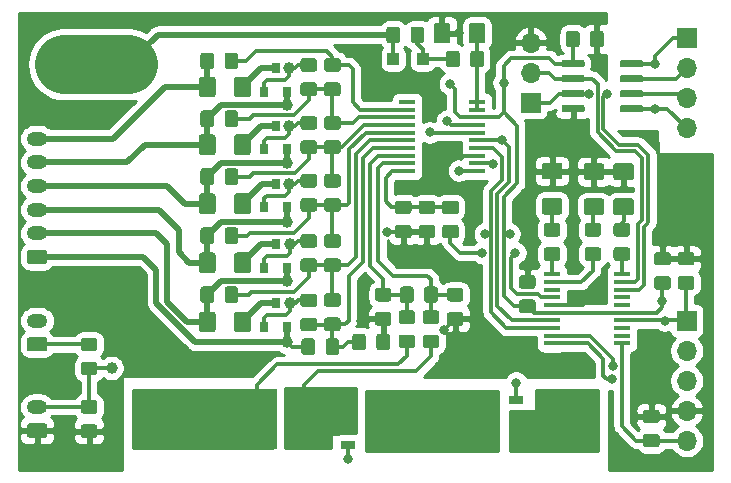
<source format=gbr>
G04 #@! TF.GenerationSoftware,KiCad,Pcbnew,5.1.5-52549c5~84~ubuntu18.04.1*
G04 #@! TF.CreationDate,2020-01-08T12:56:45+02:00*
G04 #@! TF.ProjectId,bq76920,62713736-3932-4302-9e6b-696361645f70,rev?*
G04 #@! TF.SameCoordinates,Original*
G04 #@! TF.FileFunction,Copper,L1,Top*
G04 #@! TF.FilePolarity,Positive*
%FSLAX46Y46*%
G04 Gerber Fmt 4.6, Leading zero omitted, Abs format (unit mm)*
G04 Created by KiCad (PCBNEW 5.1.5-52549c5~84~ubuntu18.04.1) date 2020-01-08 12:56:45*
%MOMM*%
%LPD*%
G04 APERTURE LIST*
%ADD10R,1.700000X1.700000*%
%ADD11O,1.700000X1.700000*%
%ADD12C,0.100000*%
%ADD13R,0.800000X0.900000*%
%ADD14O,1.750000X1.200000*%
%ADD15R,1.150000X0.700000*%
%ADD16R,3.300000X4.200000*%
%ADD17R,1.550000X4.700000*%
%ADD18R,3.500000X5.100000*%
%ADD19R,1.450000X0.450000*%
%ADD20C,4.000000*%
%ADD21R,1.000000X1.000000*%
%ADD22C,0.800000*%
%ADD23C,1.000000*%
%ADD24C,0.300000*%
%ADD25C,0.500000*%
%ADD26C,5.000000*%
%ADD27C,0.254000*%
G04 APERTURE END LIST*
D10*
X64000000Y-28240000D03*
D11*
X64000000Y-25700000D03*
X64000000Y-23160000D03*
G04 #@! TA.AperFunction,SMDPad,CuDef*
D12*
G36*
X45674505Y-44401204D02*
G01*
X45698773Y-44404804D01*
X45722572Y-44410765D01*
X45745671Y-44419030D01*
X45767850Y-44429520D01*
X45788893Y-44442132D01*
X45808599Y-44456747D01*
X45826777Y-44473223D01*
X45843253Y-44491401D01*
X45857868Y-44511107D01*
X45870480Y-44532150D01*
X45880970Y-44554329D01*
X45889235Y-44577428D01*
X45895196Y-44601227D01*
X45898796Y-44625495D01*
X45900000Y-44649999D01*
X45900000Y-45300001D01*
X45898796Y-45324505D01*
X45895196Y-45348773D01*
X45889235Y-45372572D01*
X45880970Y-45395671D01*
X45870480Y-45417850D01*
X45857868Y-45438893D01*
X45843253Y-45458599D01*
X45826777Y-45476777D01*
X45808599Y-45493253D01*
X45788893Y-45507868D01*
X45767850Y-45520480D01*
X45745671Y-45530970D01*
X45722572Y-45539235D01*
X45698773Y-45545196D01*
X45674505Y-45548796D01*
X45650001Y-45550000D01*
X44749999Y-45550000D01*
X44725495Y-45548796D01*
X44701227Y-45545196D01*
X44677428Y-45539235D01*
X44654329Y-45530970D01*
X44632150Y-45520480D01*
X44611107Y-45507868D01*
X44591401Y-45493253D01*
X44573223Y-45476777D01*
X44556747Y-45458599D01*
X44542132Y-45438893D01*
X44529520Y-45417850D01*
X44519030Y-45395671D01*
X44510765Y-45372572D01*
X44504804Y-45348773D01*
X44501204Y-45324505D01*
X44500000Y-45300001D01*
X44500000Y-44649999D01*
X44501204Y-44625495D01*
X44504804Y-44601227D01*
X44510765Y-44577428D01*
X44519030Y-44554329D01*
X44529520Y-44532150D01*
X44542132Y-44511107D01*
X44556747Y-44491401D01*
X44573223Y-44473223D01*
X44591401Y-44456747D01*
X44611107Y-44442132D01*
X44632150Y-44429520D01*
X44654329Y-44419030D01*
X44677428Y-44410765D01*
X44701227Y-44404804D01*
X44725495Y-44401204D01*
X44749999Y-44400000D01*
X45650001Y-44400000D01*
X45674505Y-44401204D01*
G37*
G04 #@! TD.AperFunction*
G04 #@! TA.AperFunction,SMDPad,CuDef*
G36*
X45674505Y-46451204D02*
G01*
X45698773Y-46454804D01*
X45722572Y-46460765D01*
X45745671Y-46469030D01*
X45767850Y-46479520D01*
X45788893Y-46492132D01*
X45808599Y-46506747D01*
X45826777Y-46523223D01*
X45843253Y-46541401D01*
X45857868Y-46561107D01*
X45870480Y-46582150D01*
X45880970Y-46604329D01*
X45889235Y-46627428D01*
X45895196Y-46651227D01*
X45898796Y-46675495D01*
X45900000Y-46699999D01*
X45900000Y-47350001D01*
X45898796Y-47374505D01*
X45895196Y-47398773D01*
X45889235Y-47422572D01*
X45880970Y-47445671D01*
X45870480Y-47467850D01*
X45857868Y-47488893D01*
X45843253Y-47508599D01*
X45826777Y-47526777D01*
X45808599Y-47543253D01*
X45788893Y-47557868D01*
X45767850Y-47570480D01*
X45745671Y-47580970D01*
X45722572Y-47589235D01*
X45698773Y-47595196D01*
X45674505Y-47598796D01*
X45650001Y-47600000D01*
X44749999Y-47600000D01*
X44725495Y-47598796D01*
X44701227Y-47595196D01*
X44677428Y-47589235D01*
X44654329Y-47580970D01*
X44632150Y-47570480D01*
X44611107Y-47557868D01*
X44591401Y-47543253D01*
X44573223Y-47526777D01*
X44556747Y-47508599D01*
X44542132Y-47488893D01*
X44529520Y-47467850D01*
X44519030Y-47445671D01*
X44510765Y-47422572D01*
X44504804Y-47398773D01*
X44501204Y-47374505D01*
X44500000Y-47350001D01*
X44500000Y-46699999D01*
X44501204Y-46675495D01*
X44504804Y-46651227D01*
X44510765Y-46627428D01*
X44519030Y-46604329D01*
X44529520Y-46582150D01*
X44542132Y-46561107D01*
X44556747Y-46541401D01*
X44573223Y-46523223D01*
X44591401Y-46506747D01*
X44611107Y-46492132D01*
X44632150Y-46479520D01*
X44654329Y-46469030D01*
X44677428Y-46460765D01*
X44701227Y-46454804D01*
X44725495Y-46451204D01*
X44749999Y-46450000D01*
X45650001Y-46450000D01*
X45674505Y-46451204D01*
G37*
G04 #@! TD.AperFunction*
G04 #@! TA.AperFunction,SMDPad,CuDef*
G36*
X68414703Y-24645722D02*
G01*
X68429264Y-24647882D01*
X68443543Y-24651459D01*
X68457403Y-24656418D01*
X68470710Y-24662712D01*
X68483336Y-24670280D01*
X68495159Y-24679048D01*
X68506066Y-24688934D01*
X68515952Y-24699841D01*
X68524720Y-24711664D01*
X68532288Y-24724290D01*
X68538582Y-24737597D01*
X68543541Y-24751457D01*
X68547118Y-24765736D01*
X68549278Y-24780297D01*
X68550000Y-24795000D01*
X68550000Y-25095000D01*
X68549278Y-25109703D01*
X68547118Y-25124264D01*
X68543541Y-25138543D01*
X68538582Y-25152403D01*
X68532288Y-25165710D01*
X68524720Y-25178336D01*
X68515952Y-25190159D01*
X68506066Y-25201066D01*
X68495159Y-25210952D01*
X68483336Y-25219720D01*
X68470710Y-25227288D01*
X68457403Y-25233582D01*
X68443543Y-25238541D01*
X68429264Y-25242118D01*
X68414703Y-25244278D01*
X68400000Y-25245000D01*
X66750000Y-25245000D01*
X66735297Y-25244278D01*
X66720736Y-25242118D01*
X66706457Y-25238541D01*
X66692597Y-25233582D01*
X66679290Y-25227288D01*
X66666664Y-25219720D01*
X66654841Y-25210952D01*
X66643934Y-25201066D01*
X66634048Y-25190159D01*
X66625280Y-25178336D01*
X66617712Y-25165710D01*
X66611418Y-25152403D01*
X66606459Y-25138543D01*
X66602882Y-25124264D01*
X66600722Y-25109703D01*
X66600000Y-25095000D01*
X66600000Y-24795000D01*
X66600722Y-24780297D01*
X66602882Y-24765736D01*
X66606459Y-24751457D01*
X66611418Y-24737597D01*
X66617712Y-24724290D01*
X66625280Y-24711664D01*
X66634048Y-24699841D01*
X66643934Y-24688934D01*
X66654841Y-24679048D01*
X66666664Y-24670280D01*
X66679290Y-24662712D01*
X66692597Y-24656418D01*
X66706457Y-24651459D01*
X66720736Y-24647882D01*
X66735297Y-24645722D01*
X66750000Y-24645000D01*
X68400000Y-24645000D01*
X68414703Y-24645722D01*
G37*
G04 #@! TD.AperFunction*
G04 #@! TA.AperFunction,SMDPad,CuDef*
G36*
X68414703Y-25915722D02*
G01*
X68429264Y-25917882D01*
X68443543Y-25921459D01*
X68457403Y-25926418D01*
X68470710Y-25932712D01*
X68483336Y-25940280D01*
X68495159Y-25949048D01*
X68506066Y-25958934D01*
X68515952Y-25969841D01*
X68524720Y-25981664D01*
X68532288Y-25994290D01*
X68538582Y-26007597D01*
X68543541Y-26021457D01*
X68547118Y-26035736D01*
X68549278Y-26050297D01*
X68550000Y-26065000D01*
X68550000Y-26365000D01*
X68549278Y-26379703D01*
X68547118Y-26394264D01*
X68543541Y-26408543D01*
X68538582Y-26422403D01*
X68532288Y-26435710D01*
X68524720Y-26448336D01*
X68515952Y-26460159D01*
X68506066Y-26471066D01*
X68495159Y-26480952D01*
X68483336Y-26489720D01*
X68470710Y-26497288D01*
X68457403Y-26503582D01*
X68443543Y-26508541D01*
X68429264Y-26512118D01*
X68414703Y-26514278D01*
X68400000Y-26515000D01*
X66750000Y-26515000D01*
X66735297Y-26514278D01*
X66720736Y-26512118D01*
X66706457Y-26508541D01*
X66692597Y-26503582D01*
X66679290Y-26497288D01*
X66666664Y-26489720D01*
X66654841Y-26480952D01*
X66643934Y-26471066D01*
X66634048Y-26460159D01*
X66625280Y-26448336D01*
X66617712Y-26435710D01*
X66611418Y-26422403D01*
X66606459Y-26408543D01*
X66602882Y-26394264D01*
X66600722Y-26379703D01*
X66600000Y-26365000D01*
X66600000Y-26065000D01*
X66600722Y-26050297D01*
X66602882Y-26035736D01*
X66606459Y-26021457D01*
X66611418Y-26007597D01*
X66617712Y-25994290D01*
X66625280Y-25981664D01*
X66634048Y-25969841D01*
X66643934Y-25958934D01*
X66654841Y-25949048D01*
X66666664Y-25940280D01*
X66679290Y-25932712D01*
X66692597Y-25926418D01*
X66706457Y-25921459D01*
X66720736Y-25917882D01*
X66735297Y-25915722D01*
X66750000Y-25915000D01*
X68400000Y-25915000D01*
X68414703Y-25915722D01*
G37*
G04 #@! TD.AperFunction*
G04 #@! TA.AperFunction,SMDPad,CuDef*
G36*
X68414703Y-27185722D02*
G01*
X68429264Y-27187882D01*
X68443543Y-27191459D01*
X68457403Y-27196418D01*
X68470710Y-27202712D01*
X68483336Y-27210280D01*
X68495159Y-27219048D01*
X68506066Y-27228934D01*
X68515952Y-27239841D01*
X68524720Y-27251664D01*
X68532288Y-27264290D01*
X68538582Y-27277597D01*
X68543541Y-27291457D01*
X68547118Y-27305736D01*
X68549278Y-27320297D01*
X68550000Y-27335000D01*
X68550000Y-27635000D01*
X68549278Y-27649703D01*
X68547118Y-27664264D01*
X68543541Y-27678543D01*
X68538582Y-27692403D01*
X68532288Y-27705710D01*
X68524720Y-27718336D01*
X68515952Y-27730159D01*
X68506066Y-27741066D01*
X68495159Y-27750952D01*
X68483336Y-27759720D01*
X68470710Y-27767288D01*
X68457403Y-27773582D01*
X68443543Y-27778541D01*
X68429264Y-27782118D01*
X68414703Y-27784278D01*
X68400000Y-27785000D01*
X66750000Y-27785000D01*
X66735297Y-27784278D01*
X66720736Y-27782118D01*
X66706457Y-27778541D01*
X66692597Y-27773582D01*
X66679290Y-27767288D01*
X66666664Y-27759720D01*
X66654841Y-27750952D01*
X66643934Y-27741066D01*
X66634048Y-27730159D01*
X66625280Y-27718336D01*
X66617712Y-27705710D01*
X66611418Y-27692403D01*
X66606459Y-27678543D01*
X66602882Y-27664264D01*
X66600722Y-27649703D01*
X66600000Y-27635000D01*
X66600000Y-27335000D01*
X66600722Y-27320297D01*
X66602882Y-27305736D01*
X66606459Y-27291457D01*
X66611418Y-27277597D01*
X66617712Y-27264290D01*
X66625280Y-27251664D01*
X66634048Y-27239841D01*
X66643934Y-27228934D01*
X66654841Y-27219048D01*
X66666664Y-27210280D01*
X66679290Y-27202712D01*
X66692597Y-27196418D01*
X66706457Y-27191459D01*
X66720736Y-27187882D01*
X66735297Y-27185722D01*
X66750000Y-27185000D01*
X68400000Y-27185000D01*
X68414703Y-27185722D01*
G37*
G04 #@! TD.AperFunction*
G04 #@! TA.AperFunction,SMDPad,CuDef*
G36*
X68414703Y-28455722D02*
G01*
X68429264Y-28457882D01*
X68443543Y-28461459D01*
X68457403Y-28466418D01*
X68470710Y-28472712D01*
X68483336Y-28480280D01*
X68495159Y-28489048D01*
X68506066Y-28498934D01*
X68515952Y-28509841D01*
X68524720Y-28521664D01*
X68532288Y-28534290D01*
X68538582Y-28547597D01*
X68543541Y-28561457D01*
X68547118Y-28575736D01*
X68549278Y-28590297D01*
X68550000Y-28605000D01*
X68550000Y-28905000D01*
X68549278Y-28919703D01*
X68547118Y-28934264D01*
X68543541Y-28948543D01*
X68538582Y-28962403D01*
X68532288Y-28975710D01*
X68524720Y-28988336D01*
X68515952Y-29000159D01*
X68506066Y-29011066D01*
X68495159Y-29020952D01*
X68483336Y-29029720D01*
X68470710Y-29037288D01*
X68457403Y-29043582D01*
X68443543Y-29048541D01*
X68429264Y-29052118D01*
X68414703Y-29054278D01*
X68400000Y-29055000D01*
X66750000Y-29055000D01*
X66735297Y-29054278D01*
X66720736Y-29052118D01*
X66706457Y-29048541D01*
X66692597Y-29043582D01*
X66679290Y-29037288D01*
X66666664Y-29029720D01*
X66654841Y-29020952D01*
X66643934Y-29011066D01*
X66634048Y-29000159D01*
X66625280Y-28988336D01*
X66617712Y-28975710D01*
X66611418Y-28962403D01*
X66606459Y-28948543D01*
X66602882Y-28934264D01*
X66600722Y-28919703D01*
X66600000Y-28905000D01*
X66600000Y-28605000D01*
X66600722Y-28590297D01*
X66602882Y-28575736D01*
X66606459Y-28561457D01*
X66611418Y-28547597D01*
X66617712Y-28534290D01*
X66625280Y-28521664D01*
X66634048Y-28509841D01*
X66643934Y-28498934D01*
X66654841Y-28489048D01*
X66666664Y-28480280D01*
X66679290Y-28472712D01*
X66692597Y-28466418D01*
X66706457Y-28461459D01*
X66720736Y-28457882D01*
X66735297Y-28455722D01*
X66750000Y-28455000D01*
X68400000Y-28455000D01*
X68414703Y-28455722D01*
G37*
G04 #@! TD.AperFunction*
G04 #@! TA.AperFunction,SMDPad,CuDef*
G36*
X73364703Y-28455722D02*
G01*
X73379264Y-28457882D01*
X73393543Y-28461459D01*
X73407403Y-28466418D01*
X73420710Y-28472712D01*
X73433336Y-28480280D01*
X73445159Y-28489048D01*
X73456066Y-28498934D01*
X73465952Y-28509841D01*
X73474720Y-28521664D01*
X73482288Y-28534290D01*
X73488582Y-28547597D01*
X73493541Y-28561457D01*
X73497118Y-28575736D01*
X73499278Y-28590297D01*
X73500000Y-28605000D01*
X73500000Y-28905000D01*
X73499278Y-28919703D01*
X73497118Y-28934264D01*
X73493541Y-28948543D01*
X73488582Y-28962403D01*
X73482288Y-28975710D01*
X73474720Y-28988336D01*
X73465952Y-29000159D01*
X73456066Y-29011066D01*
X73445159Y-29020952D01*
X73433336Y-29029720D01*
X73420710Y-29037288D01*
X73407403Y-29043582D01*
X73393543Y-29048541D01*
X73379264Y-29052118D01*
X73364703Y-29054278D01*
X73350000Y-29055000D01*
X71700000Y-29055000D01*
X71685297Y-29054278D01*
X71670736Y-29052118D01*
X71656457Y-29048541D01*
X71642597Y-29043582D01*
X71629290Y-29037288D01*
X71616664Y-29029720D01*
X71604841Y-29020952D01*
X71593934Y-29011066D01*
X71584048Y-29000159D01*
X71575280Y-28988336D01*
X71567712Y-28975710D01*
X71561418Y-28962403D01*
X71556459Y-28948543D01*
X71552882Y-28934264D01*
X71550722Y-28919703D01*
X71550000Y-28905000D01*
X71550000Y-28605000D01*
X71550722Y-28590297D01*
X71552882Y-28575736D01*
X71556459Y-28561457D01*
X71561418Y-28547597D01*
X71567712Y-28534290D01*
X71575280Y-28521664D01*
X71584048Y-28509841D01*
X71593934Y-28498934D01*
X71604841Y-28489048D01*
X71616664Y-28480280D01*
X71629290Y-28472712D01*
X71642597Y-28466418D01*
X71656457Y-28461459D01*
X71670736Y-28457882D01*
X71685297Y-28455722D01*
X71700000Y-28455000D01*
X73350000Y-28455000D01*
X73364703Y-28455722D01*
G37*
G04 #@! TD.AperFunction*
G04 #@! TA.AperFunction,SMDPad,CuDef*
G36*
X73364703Y-27185722D02*
G01*
X73379264Y-27187882D01*
X73393543Y-27191459D01*
X73407403Y-27196418D01*
X73420710Y-27202712D01*
X73433336Y-27210280D01*
X73445159Y-27219048D01*
X73456066Y-27228934D01*
X73465952Y-27239841D01*
X73474720Y-27251664D01*
X73482288Y-27264290D01*
X73488582Y-27277597D01*
X73493541Y-27291457D01*
X73497118Y-27305736D01*
X73499278Y-27320297D01*
X73500000Y-27335000D01*
X73500000Y-27635000D01*
X73499278Y-27649703D01*
X73497118Y-27664264D01*
X73493541Y-27678543D01*
X73488582Y-27692403D01*
X73482288Y-27705710D01*
X73474720Y-27718336D01*
X73465952Y-27730159D01*
X73456066Y-27741066D01*
X73445159Y-27750952D01*
X73433336Y-27759720D01*
X73420710Y-27767288D01*
X73407403Y-27773582D01*
X73393543Y-27778541D01*
X73379264Y-27782118D01*
X73364703Y-27784278D01*
X73350000Y-27785000D01*
X71700000Y-27785000D01*
X71685297Y-27784278D01*
X71670736Y-27782118D01*
X71656457Y-27778541D01*
X71642597Y-27773582D01*
X71629290Y-27767288D01*
X71616664Y-27759720D01*
X71604841Y-27750952D01*
X71593934Y-27741066D01*
X71584048Y-27730159D01*
X71575280Y-27718336D01*
X71567712Y-27705710D01*
X71561418Y-27692403D01*
X71556459Y-27678543D01*
X71552882Y-27664264D01*
X71550722Y-27649703D01*
X71550000Y-27635000D01*
X71550000Y-27335000D01*
X71550722Y-27320297D01*
X71552882Y-27305736D01*
X71556459Y-27291457D01*
X71561418Y-27277597D01*
X71567712Y-27264290D01*
X71575280Y-27251664D01*
X71584048Y-27239841D01*
X71593934Y-27228934D01*
X71604841Y-27219048D01*
X71616664Y-27210280D01*
X71629290Y-27202712D01*
X71642597Y-27196418D01*
X71656457Y-27191459D01*
X71670736Y-27187882D01*
X71685297Y-27185722D01*
X71700000Y-27185000D01*
X73350000Y-27185000D01*
X73364703Y-27185722D01*
G37*
G04 #@! TD.AperFunction*
G04 #@! TA.AperFunction,SMDPad,CuDef*
G36*
X73364703Y-25915722D02*
G01*
X73379264Y-25917882D01*
X73393543Y-25921459D01*
X73407403Y-25926418D01*
X73420710Y-25932712D01*
X73433336Y-25940280D01*
X73445159Y-25949048D01*
X73456066Y-25958934D01*
X73465952Y-25969841D01*
X73474720Y-25981664D01*
X73482288Y-25994290D01*
X73488582Y-26007597D01*
X73493541Y-26021457D01*
X73497118Y-26035736D01*
X73499278Y-26050297D01*
X73500000Y-26065000D01*
X73500000Y-26365000D01*
X73499278Y-26379703D01*
X73497118Y-26394264D01*
X73493541Y-26408543D01*
X73488582Y-26422403D01*
X73482288Y-26435710D01*
X73474720Y-26448336D01*
X73465952Y-26460159D01*
X73456066Y-26471066D01*
X73445159Y-26480952D01*
X73433336Y-26489720D01*
X73420710Y-26497288D01*
X73407403Y-26503582D01*
X73393543Y-26508541D01*
X73379264Y-26512118D01*
X73364703Y-26514278D01*
X73350000Y-26515000D01*
X71700000Y-26515000D01*
X71685297Y-26514278D01*
X71670736Y-26512118D01*
X71656457Y-26508541D01*
X71642597Y-26503582D01*
X71629290Y-26497288D01*
X71616664Y-26489720D01*
X71604841Y-26480952D01*
X71593934Y-26471066D01*
X71584048Y-26460159D01*
X71575280Y-26448336D01*
X71567712Y-26435710D01*
X71561418Y-26422403D01*
X71556459Y-26408543D01*
X71552882Y-26394264D01*
X71550722Y-26379703D01*
X71550000Y-26365000D01*
X71550000Y-26065000D01*
X71550722Y-26050297D01*
X71552882Y-26035736D01*
X71556459Y-26021457D01*
X71561418Y-26007597D01*
X71567712Y-25994290D01*
X71575280Y-25981664D01*
X71584048Y-25969841D01*
X71593934Y-25958934D01*
X71604841Y-25949048D01*
X71616664Y-25940280D01*
X71629290Y-25932712D01*
X71642597Y-25926418D01*
X71656457Y-25921459D01*
X71670736Y-25917882D01*
X71685297Y-25915722D01*
X71700000Y-25915000D01*
X73350000Y-25915000D01*
X73364703Y-25915722D01*
G37*
G04 #@! TD.AperFunction*
G04 #@! TA.AperFunction,SMDPad,CuDef*
G36*
X73364703Y-24645722D02*
G01*
X73379264Y-24647882D01*
X73393543Y-24651459D01*
X73407403Y-24656418D01*
X73420710Y-24662712D01*
X73433336Y-24670280D01*
X73445159Y-24679048D01*
X73456066Y-24688934D01*
X73465952Y-24699841D01*
X73474720Y-24711664D01*
X73482288Y-24724290D01*
X73488582Y-24737597D01*
X73493541Y-24751457D01*
X73497118Y-24765736D01*
X73499278Y-24780297D01*
X73500000Y-24795000D01*
X73500000Y-25095000D01*
X73499278Y-25109703D01*
X73497118Y-25124264D01*
X73493541Y-25138543D01*
X73488582Y-25152403D01*
X73482288Y-25165710D01*
X73474720Y-25178336D01*
X73465952Y-25190159D01*
X73456066Y-25201066D01*
X73445159Y-25210952D01*
X73433336Y-25219720D01*
X73420710Y-25227288D01*
X73407403Y-25233582D01*
X73393543Y-25238541D01*
X73379264Y-25242118D01*
X73364703Y-25244278D01*
X73350000Y-25245000D01*
X71700000Y-25245000D01*
X71685297Y-25244278D01*
X71670736Y-25242118D01*
X71656457Y-25238541D01*
X71642597Y-25233582D01*
X71629290Y-25227288D01*
X71616664Y-25219720D01*
X71604841Y-25210952D01*
X71593934Y-25201066D01*
X71584048Y-25190159D01*
X71575280Y-25178336D01*
X71567712Y-25165710D01*
X71561418Y-25152403D01*
X71556459Y-25138543D01*
X71552882Y-25124264D01*
X71550722Y-25109703D01*
X71550000Y-25095000D01*
X71550000Y-24795000D01*
X71550722Y-24780297D01*
X71552882Y-24765736D01*
X71556459Y-24751457D01*
X71561418Y-24737597D01*
X71567712Y-24724290D01*
X71575280Y-24711664D01*
X71584048Y-24699841D01*
X71593934Y-24688934D01*
X71604841Y-24679048D01*
X71616664Y-24670280D01*
X71629290Y-24662712D01*
X71642597Y-24656418D01*
X71656457Y-24651459D01*
X71670736Y-24647882D01*
X71685297Y-24645722D01*
X71700000Y-24645000D01*
X73350000Y-24645000D01*
X73364703Y-24645722D01*
G37*
G04 #@! TD.AperFunction*
G04 #@! TA.AperFunction,SMDPad,CuDef*
G36*
X58074505Y-45976204D02*
G01*
X58098773Y-45979804D01*
X58122572Y-45985765D01*
X58145671Y-45994030D01*
X58167850Y-46004520D01*
X58188893Y-46017132D01*
X58208599Y-46031747D01*
X58226777Y-46048223D01*
X58243253Y-46066401D01*
X58257868Y-46086107D01*
X58270480Y-46107150D01*
X58280970Y-46129329D01*
X58289235Y-46152428D01*
X58295196Y-46176227D01*
X58298796Y-46200495D01*
X58300000Y-46224999D01*
X58300000Y-46875001D01*
X58298796Y-46899505D01*
X58295196Y-46923773D01*
X58289235Y-46947572D01*
X58280970Y-46970671D01*
X58270480Y-46992850D01*
X58257868Y-47013893D01*
X58243253Y-47033599D01*
X58226777Y-47051777D01*
X58208599Y-47068253D01*
X58188893Y-47082868D01*
X58167850Y-47095480D01*
X58145671Y-47105970D01*
X58122572Y-47114235D01*
X58098773Y-47120196D01*
X58074505Y-47123796D01*
X58050001Y-47125000D01*
X57149999Y-47125000D01*
X57125495Y-47123796D01*
X57101227Y-47120196D01*
X57077428Y-47114235D01*
X57054329Y-47105970D01*
X57032150Y-47095480D01*
X57011107Y-47082868D01*
X56991401Y-47068253D01*
X56973223Y-47051777D01*
X56956747Y-47033599D01*
X56942132Y-47013893D01*
X56929520Y-46992850D01*
X56919030Y-46970671D01*
X56910765Y-46947572D01*
X56904804Y-46923773D01*
X56901204Y-46899505D01*
X56900000Y-46875001D01*
X56900000Y-46224999D01*
X56901204Y-46200495D01*
X56904804Y-46176227D01*
X56910765Y-46152428D01*
X56919030Y-46129329D01*
X56929520Y-46107150D01*
X56942132Y-46086107D01*
X56956747Y-46066401D01*
X56973223Y-46048223D01*
X56991401Y-46031747D01*
X57011107Y-46017132D01*
X57032150Y-46004520D01*
X57054329Y-45994030D01*
X57077428Y-45985765D01*
X57101227Y-45979804D01*
X57125495Y-45976204D01*
X57149999Y-45975000D01*
X58050001Y-45975000D01*
X58074505Y-45976204D01*
G37*
G04 #@! TD.AperFunction*
G04 #@! TA.AperFunction,SMDPad,CuDef*
G36*
X58074505Y-43926204D02*
G01*
X58098773Y-43929804D01*
X58122572Y-43935765D01*
X58145671Y-43944030D01*
X58167850Y-43954520D01*
X58188893Y-43967132D01*
X58208599Y-43981747D01*
X58226777Y-43998223D01*
X58243253Y-44016401D01*
X58257868Y-44036107D01*
X58270480Y-44057150D01*
X58280970Y-44079329D01*
X58289235Y-44102428D01*
X58295196Y-44126227D01*
X58298796Y-44150495D01*
X58300000Y-44174999D01*
X58300000Y-44825001D01*
X58298796Y-44849505D01*
X58295196Y-44873773D01*
X58289235Y-44897572D01*
X58280970Y-44920671D01*
X58270480Y-44942850D01*
X58257868Y-44963893D01*
X58243253Y-44983599D01*
X58226777Y-45001777D01*
X58208599Y-45018253D01*
X58188893Y-45032868D01*
X58167850Y-45045480D01*
X58145671Y-45055970D01*
X58122572Y-45064235D01*
X58098773Y-45070196D01*
X58074505Y-45073796D01*
X58050001Y-45075000D01*
X57149999Y-45075000D01*
X57125495Y-45073796D01*
X57101227Y-45070196D01*
X57077428Y-45064235D01*
X57054329Y-45055970D01*
X57032150Y-45045480D01*
X57011107Y-45032868D01*
X56991401Y-45018253D01*
X56973223Y-45001777D01*
X56956747Y-44983599D01*
X56942132Y-44963893D01*
X56929520Y-44942850D01*
X56919030Y-44920671D01*
X56910765Y-44897572D01*
X56904804Y-44873773D01*
X56901204Y-44849505D01*
X56900000Y-44825001D01*
X56900000Y-44174999D01*
X56901204Y-44150495D01*
X56904804Y-44126227D01*
X56910765Y-44102428D01*
X56919030Y-44079329D01*
X56929520Y-44057150D01*
X56942132Y-44036107D01*
X56956747Y-44016401D01*
X56973223Y-43998223D01*
X56991401Y-43981747D01*
X57011107Y-43967132D01*
X57032150Y-43954520D01*
X57054329Y-43944030D01*
X57077428Y-43935765D01*
X57101227Y-43929804D01*
X57125495Y-43926204D01*
X57149999Y-43925000D01*
X58050001Y-43925000D01*
X58074505Y-43926204D01*
G37*
G04 #@! TD.AperFunction*
D13*
X42400000Y-25300000D03*
X43350000Y-27300000D03*
X41450000Y-27300000D03*
X42400000Y-40200000D03*
X43350000Y-42200000D03*
X41450000Y-42200000D03*
X42400000Y-45200000D03*
X43350000Y-47200000D03*
X41450000Y-47200000D03*
G04 #@! TA.AperFunction,SMDPad,CuDef*
D12*
G36*
X45674505Y-39376204D02*
G01*
X45698773Y-39379804D01*
X45722572Y-39385765D01*
X45745671Y-39394030D01*
X45767850Y-39404520D01*
X45788893Y-39417132D01*
X45808599Y-39431747D01*
X45826777Y-39448223D01*
X45843253Y-39466401D01*
X45857868Y-39486107D01*
X45870480Y-39507150D01*
X45880970Y-39529329D01*
X45889235Y-39552428D01*
X45895196Y-39576227D01*
X45898796Y-39600495D01*
X45900000Y-39624999D01*
X45900000Y-40275001D01*
X45898796Y-40299505D01*
X45895196Y-40323773D01*
X45889235Y-40347572D01*
X45880970Y-40370671D01*
X45870480Y-40392850D01*
X45857868Y-40413893D01*
X45843253Y-40433599D01*
X45826777Y-40451777D01*
X45808599Y-40468253D01*
X45788893Y-40482868D01*
X45767850Y-40495480D01*
X45745671Y-40505970D01*
X45722572Y-40514235D01*
X45698773Y-40520196D01*
X45674505Y-40523796D01*
X45650001Y-40525000D01*
X44749999Y-40525000D01*
X44725495Y-40523796D01*
X44701227Y-40520196D01*
X44677428Y-40514235D01*
X44654329Y-40505970D01*
X44632150Y-40495480D01*
X44611107Y-40482868D01*
X44591401Y-40468253D01*
X44573223Y-40451777D01*
X44556747Y-40433599D01*
X44542132Y-40413893D01*
X44529520Y-40392850D01*
X44519030Y-40370671D01*
X44510765Y-40347572D01*
X44504804Y-40323773D01*
X44501204Y-40299505D01*
X44500000Y-40275001D01*
X44500000Y-39624999D01*
X44501204Y-39600495D01*
X44504804Y-39576227D01*
X44510765Y-39552428D01*
X44519030Y-39529329D01*
X44529520Y-39507150D01*
X44542132Y-39486107D01*
X44556747Y-39466401D01*
X44573223Y-39448223D01*
X44591401Y-39431747D01*
X44611107Y-39417132D01*
X44632150Y-39404520D01*
X44654329Y-39394030D01*
X44677428Y-39385765D01*
X44701227Y-39379804D01*
X44725495Y-39376204D01*
X44749999Y-39375000D01*
X45650001Y-39375000D01*
X45674505Y-39376204D01*
G37*
G04 #@! TD.AperFunction*
G04 #@! TA.AperFunction,SMDPad,CuDef*
G36*
X45674505Y-41426204D02*
G01*
X45698773Y-41429804D01*
X45722572Y-41435765D01*
X45745671Y-41444030D01*
X45767850Y-41454520D01*
X45788893Y-41467132D01*
X45808599Y-41481747D01*
X45826777Y-41498223D01*
X45843253Y-41516401D01*
X45857868Y-41536107D01*
X45870480Y-41557150D01*
X45880970Y-41579329D01*
X45889235Y-41602428D01*
X45895196Y-41626227D01*
X45898796Y-41650495D01*
X45900000Y-41674999D01*
X45900000Y-42325001D01*
X45898796Y-42349505D01*
X45895196Y-42373773D01*
X45889235Y-42397572D01*
X45880970Y-42420671D01*
X45870480Y-42442850D01*
X45857868Y-42463893D01*
X45843253Y-42483599D01*
X45826777Y-42501777D01*
X45808599Y-42518253D01*
X45788893Y-42532868D01*
X45767850Y-42545480D01*
X45745671Y-42555970D01*
X45722572Y-42564235D01*
X45698773Y-42570196D01*
X45674505Y-42573796D01*
X45650001Y-42575000D01*
X44749999Y-42575000D01*
X44725495Y-42573796D01*
X44701227Y-42570196D01*
X44677428Y-42564235D01*
X44654329Y-42555970D01*
X44632150Y-42545480D01*
X44611107Y-42532868D01*
X44591401Y-42518253D01*
X44573223Y-42501777D01*
X44556747Y-42483599D01*
X44542132Y-42463893D01*
X44529520Y-42442850D01*
X44519030Y-42420671D01*
X44510765Y-42397572D01*
X44504804Y-42373773D01*
X44501204Y-42349505D01*
X44500000Y-42325001D01*
X44500000Y-41674999D01*
X44501204Y-41650495D01*
X44504804Y-41626227D01*
X44510765Y-41602428D01*
X44519030Y-41579329D01*
X44529520Y-41557150D01*
X44542132Y-41536107D01*
X44556747Y-41516401D01*
X44573223Y-41498223D01*
X44591401Y-41481747D01*
X44611107Y-41467132D01*
X44632150Y-41454520D01*
X44654329Y-41444030D01*
X44677428Y-41435765D01*
X44701227Y-41429804D01*
X44725495Y-41426204D01*
X44749999Y-41425000D01*
X45650001Y-41425000D01*
X45674505Y-41426204D01*
G37*
G04 #@! TD.AperFunction*
G04 #@! TA.AperFunction,SMDPad,CuDef*
G36*
X38999505Y-43801204D02*
G01*
X39023773Y-43804804D01*
X39047572Y-43810765D01*
X39070671Y-43819030D01*
X39092850Y-43829520D01*
X39113893Y-43842132D01*
X39133599Y-43856747D01*
X39151777Y-43873223D01*
X39168253Y-43891401D01*
X39182868Y-43911107D01*
X39195480Y-43932150D01*
X39205970Y-43954329D01*
X39214235Y-43977428D01*
X39220196Y-44001227D01*
X39223796Y-44025495D01*
X39225000Y-44049999D01*
X39225000Y-44950001D01*
X39223796Y-44974505D01*
X39220196Y-44998773D01*
X39214235Y-45022572D01*
X39205970Y-45045671D01*
X39195480Y-45067850D01*
X39182868Y-45088893D01*
X39168253Y-45108599D01*
X39151777Y-45126777D01*
X39133599Y-45143253D01*
X39113893Y-45157868D01*
X39092850Y-45170480D01*
X39070671Y-45180970D01*
X39047572Y-45189235D01*
X39023773Y-45195196D01*
X38999505Y-45198796D01*
X38975001Y-45200000D01*
X38324999Y-45200000D01*
X38300495Y-45198796D01*
X38276227Y-45195196D01*
X38252428Y-45189235D01*
X38229329Y-45180970D01*
X38207150Y-45170480D01*
X38186107Y-45157868D01*
X38166401Y-45143253D01*
X38148223Y-45126777D01*
X38131747Y-45108599D01*
X38117132Y-45088893D01*
X38104520Y-45067850D01*
X38094030Y-45045671D01*
X38085765Y-45022572D01*
X38079804Y-44998773D01*
X38076204Y-44974505D01*
X38075000Y-44950001D01*
X38075000Y-44049999D01*
X38076204Y-44025495D01*
X38079804Y-44001227D01*
X38085765Y-43977428D01*
X38094030Y-43954329D01*
X38104520Y-43932150D01*
X38117132Y-43911107D01*
X38131747Y-43891401D01*
X38148223Y-43873223D01*
X38166401Y-43856747D01*
X38186107Y-43842132D01*
X38207150Y-43829520D01*
X38229329Y-43819030D01*
X38252428Y-43810765D01*
X38276227Y-43804804D01*
X38300495Y-43801204D01*
X38324999Y-43800000D01*
X38975001Y-43800000D01*
X38999505Y-43801204D01*
G37*
G04 #@! TD.AperFunction*
G04 #@! TA.AperFunction,SMDPad,CuDef*
G36*
X36949505Y-43801204D02*
G01*
X36973773Y-43804804D01*
X36997572Y-43810765D01*
X37020671Y-43819030D01*
X37042850Y-43829520D01*
X37063893Y-43842132D01*
X37083599Y-43856747D01*
X37101777Y-43873223D01*
X37118253Y-43891401D01*
X37132868Y-43911107D01*
X37145480Y-43932150D01*
X37155970Y-43954329D01*
X37164235Y-43977428D01*
X37170196Y-44001227D01*
X37173796Y-44025495D01*
X37175000Y-44049999D01*
X37175000Y-44950001D01*
X37173796Y-44974505D01*
X37170196Y-44998773D01*
X37164235Y-45022572D01*
X37155970Y-45045671D01*
X37145480Y-45067850D01*
X37132868Y-45088893D01*
X37118253Y-45108599D01*
X37101777Y-45126777D01*
X37083599Y-45143253D01*
X37063893Y-45157868D01*
X37042850Y-45170480D01*
X37020671Y-45180970D01*
X36997572Y-45189235D01*
X36973773Y-45195196D01*
X36949505Y-45198796D01*
X36925001Y-45200000D01*
X36274999Y-45200000D01*
X36250495Y-45198796D01*
X36226227Y-45195196D01*
X36202428Y-45189235D01*
X36179329Y-45180970D01*
X36157150Y-45170480D01*
X36136107Y-45157868D01*
X36116401Y-45143253D01*
X36098223Y-45126777D01*
X36081747Y-45108599D01*
X36067132Y-45088893D01*
X36054520Y-45067850D01*
X36044030Y-45045671D01*
X36035765Y-45022572D01*
X36029804Y-44998773D01*
X36026204Y-44974505D01*
X36025000Y-44950001D01*
X36025000Y-44049999D01*
X36026204Y-44025495D01*
X36029804Y-44001227D01*
X36035765Y-43977428D01*
X36044030Y-43954329D01*
X36054520Y-43932150D01*
X36067132Y-43911107D01*
X36081747Y-43891401D01*
X36098223Y-43873223D01*
X36116401Y-43856747D01*
X36136107Y-43842132D01*
X36157150Y-43829520D01*
X36179329Y-43819030D01*
X36202428Y-43810765D01*
X36226227Y-43804804D01*
X36250495Y-43801204D01*
X36274999Y-43800000D01*
X36925001Y-43800000D01*
X36949505Y-43801204D01*
G37*
G04 #@! TD.AperFunction*
G04 #@! TA.AperFunction,SMDPad,CuDef*
G36*
X38999505Y-38801204D02*
G01*
X39023773Y-38804804D01*
X39047572Y-38810765D01*
X39070671Y-38819030D01*
X39092850Y-38829520D01*
X39113893Y-38842132D01*
X39133599Y-38856747D01*
X39151777Y-38873223D01*
X39168253Y-38891401D01*
X39182868Y-38911107D01*
X39195480Y-38932150D01*
X39205970Y-38954329D01*
X39214235Y-38977428D01*
X39220196Y-39001227D01*
X39223796Y-39025495D01*
X39225000Y-39049999D01*
X39225000Y-39950001D01*
X39223796Y-39974505D01*
X39220196Y-39998773D01*
X39214235Y-40022572D01*
X39205970Y-40045671D01*
X39195480Y-40067850D01*
X39182868Y-40088893D01*
X39168253Y-40108599D01*
X39151777Y-40126777D01*
X39133599Y-40143253D01*
X39113893Y-40157868D01*
X39092850Y-40170480D01*
X39070671Y-40180970D01*
X39047572Y-40189235D01*
X39023773Y-40195196D01*
X38999505Y-40198796D01*
X38975001Y-40200000D01*
X38324999Y-40200000D01*
X38300495Y-40198796D01*
X38276227Y-40195196D01*
X38252428Y-40189235D01*
X38229329Y-40180970D01*
X38207150Y-40170480D01*
X38186107Y-40157868D01*
X38166401Y-40143253D01*
X38148223Y-40126777D01*
X38131747Y-40108599D01*
X38117132Y-40088893D01*
X38104520Y-40067850D01*
X38094030Y-40045671D01*
X38085765Y-40022572D01*
X38079804Y-39998773D01*
X38076204Y-39974505D01*
X38075000Y-39950001D01*
X38075000Y-39049999D01*
X38076204Y-39025495D01*
X38079804Y-39001227D01*
X38085765Y-38977428D01*
X38094030Y-38954329D01*
X38104520Y-38932150D01*
X38117132Y-38911107D01*
X38131747Y-38891401D01*
X38148223Y-38873223D01*
X38166401Y-38856747D01*
X38186107Y-38842132D01*
X38207150Y-38829520D01*
X38229329Y-38819030D01*
X38252428Y-38810765D01*
X38276227Y-38804804D01*
X38300495Y-38801204D01*
X38324999Y-38800000D01*
X38975001Y-38800000D01*
X38999505Y-38801204D01*
G37*
G04 #@! TD.AperFunction*
G04 #@! TA.AperFunction,SMDPad,CuDef*
G36*
X36949505Y-38801204D02*
G01*
X36973773Y-38804804D01*
X36997572Y-38810765D01*
X37020671Y-38819030D01*
X37042850Y-38829520D01*
X37063893Y-38842132D01*
X37083599Y-38856747D01*
X37101777Y-38873223D01*
X37118253Y-38891401D01*
X37132868Y-38911107D01*
X37145480Y-38932150D01*
X37155970Y-38954329D01*
X37164235Y-38977428D01*
X37170196Y-39001227D01*
X37173796Y-39025495D01*
X37175000Y-39049999D01*
X37175000Y-39950001D01*
X37173796Y-39974505D01*
X37170196Y-39998773D01*
X37164235Y-40022572D01*
X37155970Y-40045671D01*
X37145480Y-40067850D01*
X37132868Y-40088893D01*
X37118253Y-40108599D01*
X37101777Y-40126777D01*
X37083599Y-40143253D01*
X37063893Y-40157868D01*
X37042850Y-40170480D01*
X37020671Y-40180970D01*
X36997572Y-40189235D01*
X36973773Y-40195196D01*
X36949505Y-40198796D01*
X36925001Y-40200000D01*
X36274999Y-40200000D01*
X36250495Y-40198796D01*
X36226227Y-40195196D01*
X36202428Y-40189235D01*
X36179329Y-40180970D01*
X36157150Y-40170480D01*
X36136107Y-40157868D01*
X36116401Y-40143253D01*
X36098223Y-40126777D01*
X36081747Y-40108599D01*
X36067132Y-40088893D01*
X36054520Y-40067850D01*
X36044030Y-40045671D01*
X36035765Y-40022572D01*
X36029804Y-39998773D01*
X36026204Y-39974505D01*
X36025000Y-39950001D01*
X36025000Y-39049999D01*
X36026204Y-39025495D01*
X36029804Y-39001227D01*
X36035765Y-38977428D01*
X36044030Y-38954329D01*
X36054520Y-38932150D01*
X36067132Y-38911107D01*
X36081747Y-38891401D01*
X36098223Y-38873223D01*
X36116401Y-38856747D01*
X36136107Y-38842132D01*
X36157150Y-38829520D01*
X36179329Y-38819030D01*
X36202428Y-38810765D01*
X36226227Y-38804804D01*
X36250495Y-38801204D01*
X36274999Y-38800000D01*
X36925001Y-38800000D01*
X36949505Y-38801204D01*
G37*
G04 #@! TD.AperFunction*
G04 #@! TA.AperFunction,SMDPad,CuDef*
G36*
X47674505Y-41426204D02*
G01*
X47698773Y-41429804D01*
X47722572Y-41435765D01*
X47745671Y-41444030D01*
X47767850Y-41454520D01*
X47788893Y-41467132D01*
X47808599Y-41481747D01*
X47826777Y-41498223D01*
X47843253Y-41516401D01*
X47857868Y-41536107D01*
X47870480Y-41557150D01*
X47880970Y-41579329D01*
X47889235Y-41602428D01*
X47895196Y-41626227D01*
X47898796Y-41650495D01*
X47900000Y-41674999D01*
X47900000Y-42325001D01*
X47898796Y-42349505D01*
X47895196Y-42373773D01*
X47889235Y-42397572D01*
X47880970Y-42420671D01*
X47870480Y-42442850D01*
X47857868Y-42463893D01*
X47843253Y-42483599D01*
X47826777Y-42501777D01*
X47808599Y-42518253D01*
X47788893Y-42532868D01*
X47767850Y-42545480D01*
X47745671Y-42555970D01*
X47722572Y-42564235D01*
X47698773Y-42570196D01*
X47674505Y-42573796D01*
X47650001Y-42575000D01*
X46749999Y-42575000D01*
X46725495Y-42573796D01*
X46701227Y-42570196D01*
X46677428Y-42564235D01*
X46654329Y-42555970D01*
X46632150Y-42545480D01*
X46611107Y-42532868D01*
X46591401Y-42518253D01*
X46573223Y-42501777D01*
X46556747Y-42483599D01*
X46542132Y-42463893D01*
X46529520Y-42442850D01*
X46519030Y-42420671D01*
X46510765Y-42397572D01*
X46504804Y-42373773D01*
X46501204Y-42349505D01*
X46500000Y-42325001D01*
X46500000Y-41674999D01*
X46501204Y-41650495D01*
X46504804Y-41626227D01*
X46510765Y-41602428D01*
X46519030Y-41579329D01*
X46529520Y-41557150D01*
X46542132Y-41536107D01*
X46556747Y-41516401D01*
X46573223Y-41498223D01*
X46591401Y-41481747D01*
X46611107Y-41467132D01*
X46632150Y-41454520D01*
X46654329Y-41444030D01*
X46677428Y-41435765D01*
X46701227Y-41429804D01*
X46725495Y-41426204D01*
X46749999Y-41425000D01*
X47650001Y-41425000D01*
X47674505Y-41426204D01*
G37*
G04 #@! TD.AperFunction*
G04 #@! TA.AperFunction,SMDPad,CuDef*
G36*
X47674505Y-39376204D02*
G01*
X47698773Y-39379804D01*
X47722572Y-39385765D01*
X47745671Y-39394030D01*
X47767850Y-39404520D01*
X47788893Y-39417132D01*
X47808599Y-39431747D01*
X47826777Y-39448223D01*
X47843253Y-39466401D01*
X47857868Y-39486107D01*
X47870480Y-39507150D01*
X47880970Y-39529329D01*
X47889235Y-39552428D01*
X47895196Y-39576227D01*
X47898796Y-39600495D01*
X47900000Y-39624999D01*
X47900000Y-40275001D01*
X47898796Y-40299505D01*
X47895196Y-40323773D01*
X47889235Y-40347572D01*
X47880970Y-40370671D01*
X47870480Y-40392850D01*
X47857868Y-40413893D01*
X47843253Y-40433599D01*
X47826777Y-40451777D01*
X47808599Y-40468253D01*
X47788893Y-40482868D01*
X47767850Y-40495480D01*
X47745671Y-40505970D01*
X47722572Y-40514235D01*
X47698773Y-40520196D01*
X47674505Y-40523796D01*
X47650001Y-40525000D01*
X46749999Y-40525000D01*
X46725495Y-40523796D01*
X46701227Y-40520196D01*
X46677428Y-40514235D01*
X46654329Y-40505970D01*
X46632150Y-40495480D01*
X46611107Y-40482868D01*
X46591401Y-40468253D01*
X46573223Y-40451777D01*
X46556747Y-40433599D01*
X46542132Y-40413893D01*
X46529520Y-40392850D01*
X46519030Y-40370671D01*
X46510765Y-40347572D01*
X46504804Y-40323773D01*
X46501204Y-40299505D01*
X46500000Y-40275001D01*
X46500000Y-39624999D01*
X46501204Y-39600495D01*
X46504804Y-39576227D01*
X46510765Y-39552428D01*
X46519030Y-39529329D01*
X46529520Y-39507150D01*
X46542132Y-39486107D01*
X46556747Y-39466401D01*
X46573223Y-39448223D01*
X46591401Y-39431747D01*
X46611107Y-39417132D01*
X46632150Y-39404520D01*
X46654329Y-39394030D01*
X46677428Y-39385765D01*
X46701227Y-39379804D01*
X46725495Y-39376204D01*
X46749999Y-39375000D01*
X47650001Y-39375000D01*
X47674505Y-39376204D01*
G37*
G04 #@! TD.AperFunction*
G04 #@! TA.AperFunction,SMDPad,CuDef*
G36*
X40062004Y-40926204D02*
G01*
X40086273Y-40929804D01*
X40110071Y-40935765D01*
X40133171Y-40944030D01*
X40155349Y-40954520D01*
X40176393Y-40967133D01*
X40196098Y-40981747D01*
X40214277Y-40998223D01*
X40230753Y-41016402D01*
X40245367Y-41036107D01*
X40257980Y-41057151D01*
X40268470Y-41079329D01*
X40276735Y-41102429D01*
X40282696Y-41126227D01*
X40286296Y-41150496D01*
X40287500Y-41175000D01*
X40287500Y-42425000D01*
X40286296Y-42449504D01*
X40282696Y-42473773D01*
X40276735Y-42497571D01*
X40268470Y-42520671D01*
X40257980Y-42542849D01*
X40245367Y-42563893D01*
X40230753Y-42583598D01*
X40214277Y-42601777D01*
X40196098Y-42618253D01*
X40176393Y-42632867D01*
X40155349Y-42645480D01*
X40133171Y-42655970D01*
X40110071Y-42664235D01*
X40086273Y-42670196D01*
X40062004Y-42673796D01*
X40037500Y-42675000D01*
X39112500Y-42675000D01*
X39087996Y-42673796D01*
X39063727Y-42670196D01*
X39039929Y-42664235D01*
X39016829Y-42655970D01*
X38994651Y-42645480D01*
X38973607Y-42632867D01*
X38953902Y-42618253D01*
X38935723Y-42601777D01*
X38919247Y-42583598D01*
X38904633Y-42563893D01*
X38892020Y-42542849D01*
X38881530Y-42520671D01*
X38873265Y-42497571D01*
X38867304Y-42473773D01*
X38863704Y-42449504D01*
X38862500Y-42425000D01*
X38862500Y-41175000D01*
X38863704Y-41150496D01*
X38867304Y-41126227D01*
X38873265Y-41102429D01*
X38881530Y-41079329D01*
X38892020Y-41057151D01*
X38904633Y-41036107D01*
X38919247Y-41016402D01*
X38935723Y-40998223D01*
X38953902Y-40981747D01*
X38973607Y-40967133D01*
X38994651Y-40954520D01*
X39016829Y-40944030D01*
X39039929Y-40935765D01*
X39063727Y-40929804D01*
X39087996Y-40926204D01*
X39112500Y-40925000D01*
X40037500Y-40925000D01*
X40062004Y-40926204D01*
G37*
G04 #@! TD.AperFunction*
G04 #@! TA.AperFunction,SMDPad,CuDef*
G36*
X37087004Y-40926204D02*
G01*
X37111273Y-40929804D01*
X37135071Y-40935765D01*
X37158171Y-40944030D01*
X37180349Y-40954520D01*
X37201393Y-40967133D01*
X37221098Y-40981747D01*
X37239277Y-40998223D01*
X37255753Y-41016402D01*
X37270367Y-41036107D01*
X37282980Y-41057151D01*
X37293470Y-41079329D01*
X37301735Y-41102429D01*
X37307696Y-41126227D01*
X37311296Y-41150496D01*
X37312500Y-41175000D01*
X37312500Y-42425000D01*
X37311296Y-42449504D01*
X37307696Y-42473773D01*
X37301735Y-42497571D01*
X37293470Y-42520671D01*
X37282980Y-42542849D01*
X37270367Y-42563893D01*
X37255753Y-42583598D01*
X37239277Y-42601777D01*
X37221098Y-42618253D01*
X37201393Y-42632867D01*
X37180349Y-42645480D01*
X37158171Y-42655970D01*
X37135071Y-42664235D01*
X37111273Y-42670196D01*
X37087004Y-42673796D01*
X37062500Y-42675000D01*
X36137500Y-42675000D01*
X36112996Y-42673796D01*
X36088727Y-42670196D01*
X36064929Y-42664235D01*
X36041829Y-42655970D01*
X36019651Y-42645480D01*
X35998607Y-42632867D01*
X35978902Y-42618253D01*
X35960723Y-42601777D01*
X35944247Y-42583598D01*
X35929633Y-42563893D01*
X35917020Y-42542849D01*
X35906530Y-42520671D01*
X35898265Y-42497571D01*
X35892304Y-42473773D01*
X35888704Y-42449504D01*
X35887500Y-42425000D01*
X35887500Y-41175000D01*
X35888704Y-41150496D01*
X35892304Y-41126227D01*
X35898265Y-41102429D01*
X35906530Y-41079329D01*
X35917020Y-41057151D01*
X35929633Y-41036107D01*
X35944247Y-41016402D01*
X35960723Y-40998223D01*
X35978902Y-40981747D01*
X35998607Y-40967133D01*
X36019651Y-40954520D01*
X36041829Y-40944030D01*
X36064929Y-40935765D01*
X36088727Y-40929804D01*
X36112996Y-40926204D01*
X36137500Y-40925000D01*
X37062500Y-40925000D01*
X37087004Y-40926204D01*
G37*
G04 #@! TD.AperFunction*
G04 #@! TA.AperFunction,SMDPad,CuDef*
G36*
X40062004Y-45926204D02*
G01*
X40086273Y-45929804D01*
X40110071Y-45935765D01*
X40133171Y-45944030D01*
X40155349Y-45954520D01*
X40176393Y-45967133D01*
X40196098Y-45981747D01*
X40214277Y-45998223D01*
X40230753Y-46016402D01*
X40245367Y-46036107D01*
X40257980Y-46057151D01*
X40268470Y-46079329D01*
X40276735Y-46102429D01*
X40282696Y-46126227D01*
X40286296Y-46150496D01*
X40287500Y-46175000D01*
X40287500Y-47425000D01*
X40286296Y-47449504D01*
X40282696Y-47473773D01*
X40276735Y-47497571D01*
X40268470Y-47520671D01*
X40257980Y-47542849D01*
X40245367Y-47563893D01*
X40230753Y-47583598D01*
X40214277Y-47601777D01*
X40196098Y-47618253D01*
X40176393Y-47632867D01*
X40155349Y-47645480D01*
X40133171Y-47655970D01*
X40110071Y-47664235D01*
X40086273Y-47670196D01*
X40062004Y-47673796D01*
X40037500Y-47675000D01*
X39112500Y-47675000D01*
X39087996Y-47673796D01*
X39063727Y-47670196D01*
X39039929Y-47664235D01*
X39016829Y-47655970D01*
X38994651Y-47645480D01*
X38973607Y-47632867D01*
X38953902Y-47618253D01*
X38935723Y-47601777D01*
X38919247Y-47583598D01*
X38904633Y-47563893D01*
X38892020Y-47542849D01*
X38881530Y-47520671D01*
X38873265Y-47497571D01*
X38867304Y-47473773D01*
X38863704Y-47449504D01*
X38862500Y-47425000D01*
X38862500Y-46175000D01*
X38863704Y-46150496D01*
X38867304Y-46126227D01*
X38873265Y-46102429D01*
X38881530Y-46079329D01*
X38892020Y-46057151D01*
X38904633Y-46036107D01*
X38919247Y-46016402D01*
X38935723Y-45998223D01*
X38953902Y-45981747D01*
X38973607Y-45967133D01*
X38994651Y-45954520D01*
X39016829Y-45944030D01*
X39039929Y-45935765D01*
X39063727Y-45929804D01*
X39087996Y-45926204D01*
X39112500Y-45925000D01*
X40037500Y-45925000D01*
X40062004Y-45926204D01*
G37*
G04 #@! TD.AperFunction*
G04 #@! TA.AperFunction,SMDPad,CuDef*
G36*
X37087004Y-45926204D02*
G01*
X37111273Y-45929804D01*
X37135071Y-45935765D01*
X37158171Y-45944030D01*
X37180349Y-45954520D01*
X37201393Y-45967133D01*
X37221098Y-45981747D01*
X37239277Y-45998223D01*
X37255753Y-46016402D01*
X37270367Y-46036107D01*
X37282980Y-46057151D01*
X37293470Y-46079329D01*
X37301735Y-46102429D01*
X37307696Y-46126227D01*
X37311296Y-46150496D01*
X37312500Y-46175000D01*
X37312500Y-47425000D01*
X37311296Y-47449504D01*
X37307696Y-47473773D01*
X37301735Y-47497571D01*
X37293470Y-47520671D01*
X37282980Y-47542849D01*
X37270367Y-47563893D01*
X37255753Y-47583598D01*
X37239277Y-47601777D01*
X37221098Y-47618253D01*
X37201393Y-47632867D01*
X37180349Y-47645480D01*
X37158171Y-47655970D01*
X37135071Y-47664235D01*
X37111273Y-47670196D01*
X37087004Y-47673796D01*
X37062500Y-47675000D01*
X36137500Y-47675000D01*
X36112996Y-47673796D01*
X36088727Y-47670196D01*
X36064929Y-47664235D01*
X36041829Y-47655970D01*
X36019651Y-47645480D01*
X35998607Y-47632867D01*
X35978902Y-47618253D01*
X35960723Y-47601777D01*
X35944247Y-47583598D01*
X35929633Y-47563893D01*
X35917020Y-47542849D01*
X35906530Y-47520671D01*
X35898265Y-47497571D01*
X35892304Y-47473773D01*
X35888704Y-47449504D01*
X35887500Y-47425000D01*
X35887500Y-46175000D01*
X35888704Y-46150496D01*
X35892304Y-46126227D01*
X35898265Y-46102429D01*
X35906530Y-46079329D01*
X35917020Y-46057151D01*
X35929633Y-46036107D01*
X35944247Y-46016402D01*
X35960723Y-45998223D01*
X35978902Y-45981747D01*
X35998607Y-45967133D01*
X36019651Y-45954520D01*
X36041829Y-45944030D01*
X36064929Y-45935765D01*
X36088727Y-45929804D01*
X36112996Y-45926204D01*
X36137500Y-45925000D01*
X37062500Y-45925000D01*
X37087004Y-45926204D01*
G37*
G04 #@! TD.AperFunction*
G04 #@! TA.AperFunction,SMDPad,CuDef*
G36*
X47674505Y-46426204D02*
G01*
X47698773Y-46429804D01*
X47722572Y-46435765D01*
X47745671Y-46444030D01*
X47767850Y-46454520D01*
X47788893Y-46467132D01*
X47808599Y-46481747D01*
X47826777Y-46498223D01*
X47843253Y-46516401D01*
X47857868Y-46536107D01*
X47870480Y-46557150D01*
X47880970Y-46579329D01*
X47889235Y-46602428D01*
X47895196Y-46626227D01*
X47898796Y-46650495D01*
X47900000Y-46674999D01*
X47900000Y-47325001D01*
X47898796Y-47349505D01*
X47895196Y-47373773D01*
X47889235Y-47397572D01*
X47880970Y-47420671D01*
X47870480Y-47442850D01*
X47857868Y-47463893D01*
X47843253Y-47483599D01*
X47826777Y-47501777D01*
X47808599Y-47518253D01*
X47788893Y-47532868D01*
X47767850Y-47545480D01*
X47745671Y-47555970D01*
X47722572Y-47564235D01*
X47698773Y-47570196D01*
X47674505Y-47573796D01*
X47650001Y-47575000D01*
X46749999Y-47575000D01*
X46725495Y-47573796D01*
X46701227Y-47570196D01*
X46677428Y-47564235D01*
X46654329Y-47555970D01*
X46632150Y-47545480D01*
X46611107Y-47532868D01*
X46591401Y-47518253D01*
X46573223Y-47501777D01*
X46556747Y-47483599D01*
X46542132Y-47463893D01*
X46529520Y-47442850D01*
X46519030Y-47420671D01*
X46510765Y-47397572D01*
X46504804Y-47373773D01*
X46501204Y-47349505D01*
X46500000Y-47325001D01*
X46500000Y-46674999D01*
X46501204Y-46650495D01*
X46504804Y-46626227D01*
X46510765Y-46602428D01*
X46519030Y-46579329D01*
X46529520Y-46557150D01*
X46542132Y-46536107D01*
X46556747Y-46516401D01*
X46573223Y-46498223D01*
X46591401Y-46481747D01*
X46611107Y-46467132D01*
X46632150Y-46454520D01*
X46654329Y-46444030D01*
X46677428Y-46435765D01*
X46701227Y-46429804D01*
X46725495Y-46426204D01*
X46749999Y-46425000D01*
X47650001Y-46425000D01*
X47674505Y-46426204D01*
G37*
G04 #@! TD.AperFunction*
G04 #@! TA.AperFunction,SMDPad,CuDef*
G36*
X47674505Y-44376204D02*
G01*
X47698773Y-44379804D01*
X47722572Y-44385765D01*
X47745671Y-44394030D01*
X47767850Y-44404520D01*
X47788893Y-44417132D01*
X47808599Y-44431747D01*
X47826777Y-44448223D01*
X47843253Y-44466401D01*
X47857868Y-44486107D01*
X47870480Y-44507150D01*
X47880970Y-44529329D01*
X47889235Y-44552428D01*
X47895196Y-44576227D01*
X47898796Y-44600495D01*
X47900000Y-44624999D01*
X47900000Y-45275001D01*
X47898796Y-45299505D01*
X47895196Y-45323773D01*
X47889235Y-45347572D01*
X47880970Y-45370671D01*
X47870480Y-45392850D01*
X47857868Y-45413893D01*
X47843253Y-45433599D01*
X47826777Y-45451777D01*
X47808599Y-45468253D01*
X47788893Y-45482868D01*
X47767850Y-45495480D01*
X47745671Y-45505970D01*
X47722572Y-45514235D01*
X47698773Y-45520196D01*
X47674505Y-45523796D01*
X47650001Y-45525000D01*
X46749999Y-45525000D01*
X46725495Y-45523796D01*
X46701227Y-45520196D01*
X46677428Y-45514235D01*
X46654329Y-45505970D01*
X46632150Y-45495480D01*
X46611107Y-45482868D01*
X46591401Y-45468253D01*
X46573223Y-45451777D01*
X46556747Y-45433599D01*
X46542132Y-45413893D01*
X46529520Y-45392850D01*
X46519030Y-45370671D01*
X46510765Y-45347572D01*
X46504804Y-45323773D01*
X46501204Y-45299505D01*
X46500000Y-45275001D01*
X46500000Y-44624999D01*
X46501204Y-44600495D01*
X46504804Y-44576227D01*
X46510765Y-44552428D01*
X46519030Y-44529329D01*
X46529520Y-44507150D01*
X46542132Y-44486107D01*
X46556747Y-44466401D01*
X46573223Y-44448223D01*
X46591401Y-44431747D01*
X46611107Y-44417132D01*
X46632150Y-44404520D01*
X46654329Y-44394030D01*
X46677428Y-44385765D01*
X46701227Y-44379804D01*
X46725495Y-44376204D01*
X46749999Y-44375000D01*
X47650001Y-44375000D01*
X47674505Y-44376204D01*
G37*
G04 #@! TD.AperFunction*
G04 #@! TA.AperFunction,SMDPad,CuDef*
G36*
X51974505Y-43926204D02*
G01*
X51998773Y-43929804D01*
X52022572Y-43935765D01*
X52045671Y-43944030D01*
X52067850Y-43954520D01*
X52088893Y-43967132D01*
X52108599Y-43981747D01*
X52126777Y-43998223D01*
X52143253Y-44016401D01*
X52157868Y-44036107D01*
X52170480Y-44057150D01*
X52180970Y-44079329D01*
X52189235Y-44102428D01*
X52195196Y-44126227D01*
X52198796Y-44150495D01*
X52200000Y-44174999D01*
X52200000Y-44825001D01*
X52198796Y-44849505D01*
X52195196Y-44873773D01*
X52189235Y-44897572D01*
X52180970Y-44920671D01*
X52170480Y-44942850D01*
X52157868Y-44963893D01*
X52143253Y-44983599D01*
X52126777Y-45001777D01*
X52108599Y-45018253D01*
X52088893Y-45032868D01*
X52067850Y-45045480D01*
X52045671Y-45055970D01*
X52022572Y-45064235D01*
X51998773Y-45070196D01*
X51974505Y-45073796D01*
X51950001Y-45075000D01*
X51049999Y-45075000D01*
X51025495Y-45073796D01*
X51001227Y-45070196D01*
X50977428Y-45064235D01*
X50954329Y-45055970D01*
X50932150Y-45045480D01*
X50911107Y-45032868D01*
X50891401Y-45018253D01*
X50873223Y-45001777D01*
X50856747Y-44983599D01*
X50842132Y-44963893D01*
X50829520Y-44942850D01*
X50819030Y-44920671D01*
X50810765Y-44897572D01*
X50804804Y-44873773D01*
X50801204Y-44849505D01*
X50800000Y-44825001D01*
X50800000Y-44174999D01*
X50801204Y-44150495D01*
X50804804Y-44126227D01*
X50810765Y-44102428D01*
X50819030Y-44079329D01*
X50829520Y-44057150D01*
X50842132Y-44036107D01*
X50856747Y-44016401D01*
X50873223Y-43998223D01*
X50891401Y-43981747D01*
X50911107Y-43967132D01*
X50932150Y-43954520D01*
X50954329Y-43944030D01*
X50977428Y-43935765D01*
X51001227Y-43929804D01*
X51025495Y-43926204D01*
X51049999Y-43925000D01*
X51950001Y-43925000D01*
X51974505Y-43926204D01*
G37*
G04 #@! TD.AperFunction*
G04 #@! TA.AperFunction,SMDPad,CuDef*
G36*
X51974505Y-45976204D02*
G01*
X51998773Y-45979804D01*
X52022572Y-45985765D01*
X52045671Y-45994030D01*
X52067850Y-46004520D01*
X52088893Y-46017132D01*
X52108599Y-46031747D01*
X52126777Y-46048223D01*
X52143253Y-46066401D01*
X52157868Y-46086107D01*
X52170480Y-46107150D01*
X52180970Y-46129329D01*
X52189235Y-46152428D01*
X52195196Y-46176227D01*
X52198796Y-46200495D01*
X52200000Y-46224999D01*
X52200000Y-46875001D01*
X52198796Y-46899505D01*
X52195196Y-46923773D01*
X52189235Y-46947572D01*
X52180970Y-46970671D01*
X52170480Y-46992850D01*
X52157868Y-47013893D01*
X52143253Y-47033599D01*
X52126777Y-47051777D01*
X52108599Y-47068253D01*
X52088893Y-47082868D01*
X52067850Y-47095480D01*
X52045671Y-47105970D01*
X52022572Y-47114235D01*
X51998773Y-47120196D01*
X51974505Y-47123796D01*
X51950001Y-47125000D01*
X51049999Y-47125000D01*
X51025495Y-47123796D01*
X51001227Y-47120196D01*
X50977428Y-47114235D01*
X50954329Y-47105970D01*
X50932150Y-47095480D01*
X50911107Y-47082868D01*
X50891401Y-47068253D01*
X50873223Y-47051777D01*
X50856747Y-47033599D01*
X50842132Y-47013893D01*
X50829520Y-46992850D01*
X50819030Y-46970671D01*
X50810765Y-46947572D01*
X50804804Y-46923773D01*
X50801204Y-46899505D01*
X50800000Y-46875001D01*
X50800000Y-46224999D01*
X50801204Y-46200495D01*
X50804804Y-46176227D01*
X50810765Y-46152428D01*
X50819030Y-46129329D01*
X50829520Y-46107150D01*
X50842132Y-46086107D01*
X50856747Y-46066401D01*
X50873223Y-46048223D01*
X50891401Y-46031747D01*
X50911107Y-46017132D01*
X50932150Y-46004520D01*
X50954329Y-45994030D01*
X50977428Y-45985765D01*
X51001227Y-45979804D01*
X51025495Y-45976204D01*
X51049999Y-45975000D01*
X51950001Y-45975000D01*
X51974505Y-45976204D01*
G37*
G04 #@! TD.AperFunction*
G04 #@! TA.AperFunction,SMDPad,CuDef*
G36*
X53849505Y-43801204D02*
G01*
X53873773Y-43804804D01*
X53897572Y-43810765D01*
X53920671Y-43819030D01*
X53942850Y-43829520D01*
X53963893Y-43842132D01*
X53983599Y-43856747D01*
X54001777Y-43873223D01*
X54018253Y-43891401D01*
X54032868Y-43911107D01*
X54045480Y-43932150D01*
X54055970Y-43954329D01*
X54064235Y-43977428D01*
X54070196Y-44001227D01*
X54073796Y-44025495D01*
X54075000Y-44049999D01*
X54075000Y-44950001D01*
X54073796Y-44974505D01*
X54070196Y-44998773D01*
X54064235Y-45022572D01*
X54055970Y-45045671D01*
X54045480Y-45067850D01*
X54032868Y-45088893D01*
X54018253Y-45108599D01*
X54001777Y-45126777D01*
X53983599Y-45143253D01*
X53963893Y-45157868D01*
X53942850Y-45170480D01*
X53920671Y-45180970D01*
X53897572Y-45189235D01*
X53873773Y-45195196D01*
X53849505Y-45198796D01*
X53825001Y-45200000D01*
X53174999Y-45200000D01*
X53150495Y-45198796D01*
X53126227Y-45195196D01*
X53102428Y-45189235D01*
X53079329Y-45180970D01*
X53057150Y-45170480D01*
X53036107Y-45157868D01*
X53016401Y-45143253D01*
X52998223Y-45126777D01*
X52981747Y-45108599D01*
X52967132Y-45088893D01*
X52954520Y-45067850D01*
X52944030Y-45045671D01*
X52935765Y-45022572D01*
X52929804Y-44998773D01*
X52926204Y-44974505D01*
X52925000Y-44950001D01*
X52925000Y-44049999D01*
X52926204Y-44025495D01*
X52929804Y-44001227D01*
X52935765Y-43977428D01*
X52944030Y-43954329D01*
X52954520Y-43932150D01*
X52967132Y-43911107D01*
X52981747Y-43891401D01*
X52998223Y-43873223D01*
X53016401Y-43856747D01*
X53036107Y-43842132D01*
X53057150Y-43829520D01*
X53079329Y-43819030D01*
X53102428Y-43810765D01*
X53126227Y-43804804D01*
X53150495Y-43801204D01*
X53174999Y-43800000D01*
X53825001Y-43800000D01*
X53849505Y-43801204D01*
G37*
G04 #@! TD.AperFunction*
G04 #@! TA.AperFunction,SMDPad,CuDef*
G36*
X55899505Y-43801204D02*
G01*
X55923773Y-43804804D01*
X55947572Y-43810765D01*
X55970671Y-43819030D01*
X55992850Y-43829520D01*
X56013893Y-43842132D01*
X56033599Y-43856747D01*
X56051777Y-43873223D01*
X56068253Y-43891401D01*
X56082868Y-43911107D01*
X56095480Y-43932150D01*
X56105970Y-43954329D01*
X56114235Y-43977428D01*
X56120196Y-44001227D01*
X56123796Y-44025495D01*
X56125000Y-44049999D01*
X56125000Y-44950001D01*
X56123796Y-44974505D01*
X56120196Y-44998773D01*
X56114235Y-45022572D01*
X56105970Y-45045671D01*
X56095480Y-45067850D01*
X56082868Y-45088893D01*
X56068253Y-45108599D01*
X56051777Y-45126777D01*
X56033599Y-45143253D01*
X56013893Y-45157868D01*
X55992850Y-45170480D01*
X55970671Y-45180970D01*
X55947572Y-45189235D01*
X55923773Y-45195196D01*
X55899505Y-45198796D01*
X55875001Y-45200000D01*
X55224999Y-45200000D01*
X55200495Y-45198796D01*
X55176227Y-45195196D01*
X55152428Y-45189235D01*
X55129329Y-45180970D01*
X55107150Y-45170480D01*
X55086107Y-45157868D01*
X55066401Y-45143253D01*
X55048223Y-45126777D01*
X55031747Y-45108599D01*
X55017132Y-45088893D01*
X55004520Y-45067850D01*
X54994030Y-45045671D01*
X54985765Y-45022572D01*
X54979804Y-44998773D01*
X54976204Y-44974505D01*
X54975000Y-44950001D01*
X54975000Y-44049999D01*
X54976204Y-44025495D01*
X54979804Y-44001227D01*
X54985765Y-43977428D01*
X54994030Y-43954329D01*
X55004520Y-43932150D01*
X55017132Y-43911107D01*
X55031747Y-43891401D01*
X55048223Y-43873223D01*
X55066401Y-43856747D01*
X55086107Y-43842132D01*
X55107150Y-43829520D01*
X55129329Y-43819030D01*
X55152428Y-43810765D01*
X55176227Y-43804804D01*
X55200495Y-43801204D01*
X55224999Y-43800000D01*
X55875001Y-43800000D01*
X55899505Y-43801204D01*
G37*
G04 #@! TD.AperFunction*
G04 #@! TA.AperFunction,SMDPad,CuDef*
G36*
X55674505Y-38576204D02*
G01*
X55698773Y-38579804D01*
X55722572Y-38585765D01*
X55745671Y-38594030D01*
X55767850Y-38604520D01*
X55788893Y-38617132D01*
X55808599Y-38631747D01*
X55826777Y-38648223D01*
X55843253Y-38666401D01*
X55857868Y-38686107D01*
X55870480Y-38707150D01*
X55880970Y-38729329D01*
X55889235Y-38752428D01*
X55895196Y-38776227D01*
X55898796Y-38800495D01*
X55900000Y-38824999D01*
X55900000Y-39475001D01*
X55898796Y-39499505D01*
X55895196Y-39523773D01*
X55889235Y-39547572D01*
X55880970Y-39570671D01*
X55870480Y-39592850D01*
X55857868Y-39613893D01*
X55843253Y-39633599D01*
X55826777Y-39651777D01*
X55808599Y-39668253D01*
X55788893Y-39682868D01*
X55767850Y-39695480D01*
X55745671Y-39705970D01*
X55722572Y-39714235D01*
X55698773Y-39720196D01*
X55674505Y-39723796D01*
X55650001Y-39725000D01*
X54749999Y-39725000D01*
X54725495Y-39723796D01*
X54701227Y-39720196D01*
X54677428Y-39714235D01*
X54654329Y-39705970D01*
X54632150Y-39695480D01*
X54611107Y-39682868D01*
X54591401Y-39668253D01*
X54573223Y-39651777D01*
X54556747Y-39633599D01*
X54542132Y-39613893D01*
X54529520Y-39592850D01*
X54519030Y-39570671D01*
X54510765Y-39547572D01*
X54504804Y-39523773D01*
X54501204Y-39499505D01*
X54500000Y-39475001D01*
X54500000Y-38824999D01*
X54501204Y-38800495D01*
X54504804Y-38776227D01*
X54510765Y-38752428D01*
X54519030Y-38729329D01*
X54529520Y-38707150D01*
X54542132Y-38686107D01*
X54556747Y-38666401D01*
X54573223Y-38648223D01*
X54591401Y-38631747D01*
X54611107Y-38617132D01*
X54632150Y-38604520D01*
X54654329Y-38594030D01*
X54677428Y-38585765D01*
X54701227Y-38579804D01*
X54725495Y-38576204D01*
X54749999Y-38575000D01*
X55650001Y-38575000D01*
X55674505Y-38576204D01*
G37*
G04 #@! TD.AperFunction*
G04 #@! TA.AperFunction,SMDPad,CuDef*
G36*
X55674505Y-36526204D02*
G01*
X55698773Y-36529804D01*
X55722572Y-36535765D01*
X55745671Y-36544030D01*
X55767850Y-36554520D01*
X55788893Y-36567132D01*
X55808599Y-36581747D01*
X55826777Y-36598223D01*
X55843253Y-36616401D01*
X55857868Y-36636107D01*
X55870480Y-36657150D01*
X55880970Y-36679329D01*
X55889235Y-36702428D01*
X55895196Y-36726227D01*
X55898796Y-36750495D01*
X55900000Y-36774999D01*
X55900000Y-37425001D01*
X55898796Y-37449505D01*
X55895196Y-37473773D01*
X55889235Y-37497572D01*
X55880970Y-37520671D01*
X55870480Y-37542850D01*
X55857868Y-37563893D01*
X55843253Y-37583599D01*
X55826777Y-37601777D01*
X55808599Y-37618253D01*
X55788893Y-37632868D01*
X55767850Y-37645480D01*
X55745671Y-37655970D01*
X55722572Y-37664235D01*
X55698773Y-37670196D01*
X55674505Y-37673796D01*
X55650001Y-37675000D01*
X54749999Y-37675000D01*
X54725495Y-37673796D01*
X54701227Y-37670196D01*
X54677428Y-37664235D01*
X54654329Y-37655970D01*
X54632150Y-37645480D01*
X54611107Y-37632868D01*
X54591401Y-37618253D01*
X54573223Y-37601777D01*
X54556747Y-37583599D01*
X54542132Y-37563893D01*
X54529520Y-37542850D01*
X54519030Y-37520671D01*
X54510765Y-37497572D01*
X54504804Y-37473773D01*
X54501204Y-37449505D01*
X54500000Y-37425001D01*
X54500000Y-36774999D01*
X54501204Y-36750495D01*
X54504804Y-36726227D01*
X54510765Y-36702428D01*
X54519030Y-36679329D01*
X54529520Y-36657150D01*
X54542132Y-36636107D01*
X54556747Y-36616401D01*
X54573223Y-36598223D01*
X54591401Y-36581747D01*
X54611107Y-36567132D01*
X54632150Y-36554520D01*
X54654329Y-36544030D01*
X54677428Y-36535765D01*
X54701227Y-36529804D01*
X54725495Y-36526204D01*
X54749999Y-36525000D01*
X55650001Y-36525000D01*
X55674505Y-36526204D01*
G37*
G04 #@! TD.AperFunction*
G04 #@! TA.AperFunction,SMDPad,CuDef*
G36*
X47674505Y-24476204D02*
G01*
X47698773Y-24479804D01*
X47722572Y-24485765D01*
X47745671Y-24494030D01*
X47767850Y-24504520D01*
X47788893Y-24517132D01*
X47808599Y-24531747D01*
X47826777Y-24548223D01*
X47843253Y-24566401D01*
X47857868Y-24586107D01*
X47870480Y-24607150D01*
X47880970Y-24629329D01*
X47889235Y-24652428D01*
X47895196Y-24676227D01*
X47898796Y-24700495D01*
X47900000Y-24724999D01*
X47900000Y-25375001D01*
X47898796Y-25399505D01*
X47895196Y-25423773D01*
X47889235Y-25447572D01*
X47880970Y-25470671D01*
X47870480Y-25492850D01*
X47857868Y-25513893D01*
X47843253Y-25533599D01*
X47826777Y-25551777D01*
X47808599Y-25568253D01*
X47788893Y-25582868D01*
X47767850Y-25595480D01*
X47745671Y-25605970D01*
X47722572Y-25614235D01*
X47698773Y-25620196D01*
X47674505Y-25623796D01*
X47650001Y-25625000D01*
X46749999Y-25625000D01*
X46725495Y-25623796D01*
X46701227Y-25620196D01*
X46677428Y-25614235D01*
X46654329Y-25605970D01*
X46632150Y-25595480D01*
X46611107Y-25582868D01*
X46591401Y-25568253D01*
X46573223Y-25551777D01*
X46556747Y-25533599D01*
X46542132Y-25513893D01*
X46529520Y-25492850D01*
X46519030Y-25470671D01*
X46510765Y-25447572D01*
X46504804Y-25423773D01*
X46501204Y-25399505D01*
X46500000Y-25375001D01*
X46500000Y-24724999D01*
X46501204Y-24700495D01*
X46504804Y-24676227D01*
X46510765Y-24652428D01*
X46519030Y-24629329D01*
X46529520Y-24607150D01*
X46542132Y-24586107D01*
X46556747Y-24566401D01*
X46573223Y-24548223D01*
X46591401Y-24531747D01*
X46611107Y-24517132D01*
X46632150Y-24504520D01*
X46654329Y-24494030D01*
X46677428Y-24485765D01*
X46701227Y-24479804D01*
X46725495Y-24476204D01*
X46749999Y-24475000D01*
X47650001Y-24475000D01*
X47674505Y-24476204D01*
G37*
G04 #@! TD.AperFunction*
G04 #@! TA.AperFunction,SMDPad,CuDef*
G36*
X47674505Y-26526204D02*
G01*
X47698773Y-26529804D01*
X47722572Y-26535765D01*
X47745671Y-26544030D01*
X47767850Y-26554520D01*
X47788893Y-26567132D01*
X47808599Y-26581747D01*
X47826777Y-26598223D01*
X47843253Y-26616401D01*
X47857868Y-26636107D01*
X47870480Y-26657150D01*
X47880970Y-26679329D01*
X47889235Y-26702428D01*
X47895196Y-26726227D01*
X47898796Y-26750495D01*
X47900000Y-26774999D01*
X47900000Y-27425001D01*
X47898796Y-27449505D01*
X47895196Y-27473773D01*
X47889235Y-27497572D01*
X47880970Y-27520671D01*
X47870480Y-27542850D01*
X47857868Y-27563893D01*
X47843253Y-27583599D01*
X47826777Y-27601777D01*
X47808599Y-27618253D01*
X47788893Y-27632868D01*
X47767850Y-27645480D01*
X47745671Y-27655970D01*
X47722572Y-27664235D01*
X47698773Y-27670196D01*
X47674505Y-27673796D01*
X47650001Y-27675000D01*
X46749999Y-27675000D01*
X46725495Y-27673796D01*
X46701227Y-27670196D01*
X46677428Y-27664235D01*
X46654329Y-27655970D01*
X46632150Y-27645480D01*
X46611107Y-27632868D01*
X46591401Y-27618253D01*
X46573223Y-27601777D01*
X46556747Y-27583599D01*
X46542132Y-27563893D01*
X46529520Y-27542850D01*
X46519030Y-27520671D01*
X46510765Y-27497572D01*
X46504804Y-27473773D01*
X46501204Y-27449505D01*
X46500000Y-27425001D01*
X46500000Y-26774999D01*
X46501204Y-26750495D01*
X46504804Y-26726227D01*
X46510765Y-26702428D01*
X46519030Y-26679329D01*
X46529520Y-26657150D01*
X46542132Y-26636107D01*
X46556747Y-26616401D01*
X46573223Y-26598223D01*
X46591401Y-26581747D01*
X46611107Y-26567132D01*
X46632150Y-26554520D01*
X46654329Y-26544030D01*
X46677428Y-26535765D01*
X46701227Y-26529804D01*
X46725495Y-26526204D01*
X46749999Y-26525000D01*
X47650001Y-26525000D01*
X47674505Y-26526204D01*
G37*
G04 #@! TD.AperFunction*
G04 #@! TA.AperFunction,SMDPad,CuDef*
G36*
X47674505Y-31426204D02*
G01*
X47698773Y-31429804D01*
X47722572Y-31435765D01*
X47745671Y-31444030D01*
X47767850Y-31454520D01*
X47788893Y-31467132D01*
X47808599Y-31481747D01*
X47826777Y-31498223D01*
X47843253Y-31516401D01*
X47857868Y-31536107D01*
X47870480Y-31557150D01*
X47880970Y-31579329D01*
X47889235Y-31602428D01*
X47895196Y-31626227D01*
X47898796Y-31650495D01*
X47900000Y-31674999D01*
X47900000Y-32325001D01*
X47898796Y-32349505D01*
X47895196Y-32373773D01*
X47889235Y-32397572D01*
X47880970Y-32420671D01*
X47870480Y-32442850D01*
X47857868Y-32463893D01*
X47843253Y-32483599D01*
X47826777Y-32501777D01*
X47808599Y-32518253D01*
X47788893Y-32532868D01*
X47767850Y-32545480D01*
X47745671Y-32555970D01*
X47722572Y-32564235D01*
X47698773Y-32570196D01*
X47674505Y-32573796D01*
X47650001Y-32575000D01*
X46749999Y-32575000D01*
X46725495Y-32573796D01*
X46701227Y-32570196D01*
X46677428Y-32564235D01*
X46654329Y-32555970D01*
X46632150Y-32545480D01*
X46611107Y-32532868D01*
X46591401Y-32518253D01*
X46573223Y-32501777D01*
X46556747Y-32483599D01*
X46542132Y-32463893D01*
X46529520Y-32442850D01*
X46519030Y-32420671D01*
X46510765Y-32397572D01*
X46504804Y-32373773D01*
X46501204Y-32349505D01*
X46500000Y-32325001D01*
X46500000Y-31674999D01*
X46501204Y-31650495D01*
X46504804Y-31626227D01*
X46510765Y-31602428D01*
X46519030Y-31579329D01*
X46529520Y-31557150D01*
X46542132Y-31536107D01*
X46556747Y-31516401D01*
X46573223Y-31498223D01*
X46591401Y-31481747D01*
X46611107Y-31467132D01*
X46632150Y-31454520D01*
X46654329Y-31444030D01*
X46677428Y-31435765D01*
X46701227Y-31429804D01*
X46725495Y-31426204D01*
X46749999Y-31425000D01*
X47650001Y-31425000D01*
X47674505Y-31426204D01*
G37*
G04 #@! TD.AperFunction*
G04 #@! TA.AperFunction,SMDPad,CuDef*
G36*
X47674505Y-29376204D02*
G01*
X47698773Y-29379804D01*
X47722572Y-29385765D01*
X47745671Y-29394030D01*
X47767850Y-29404520D01*
X47788893Y-29417132D01*
X47808599Y-29431747D01*
X47826777Y-29448223D01*
X47843253Y-29466401D01*
X47857868Y-29486107D01*
X47870480Y-29507150D01*
X47880970Y-29529329D01*
X47889235Y-29552428D01*
X47895196Y-29576227D01*
X47898796Y-29600495D01*
X47900000Y-29624999D01*
X47900000Y-30275001D01*
X47898796Y-30299505D01*
X47895196Y-30323773D01*
X47889235Y-30347572D01*
X47880970Y-30370671D01*
X47870480Y-30392850D01*
X47857868Y-30413893D01*
X47843253Y-30433599D01*
X47826777Y-30451777D01*
X47808599Y-30468253D01*
X47788893Y-30482868D01*
X47767850Y-30495480D01*
X47745671Y-30505970D01*
X47722572Y-30514235D01*
X47698773Y-30520196D01*
X47674505Y-30523796D01*
X47650001Y-30525000D01*
X46749999Y-30525000D01*
X46725495Y-30523796D01*
X46701227Y-30520196D01*
X46677428Y-30514235D01*
X46654329Y-30505970D01*
X46632150Y-30495480D01*
X46611107Y-30482868D01*
X46591401Y-30468253D01*
X46573223Y-30451777D01*
X46556747Y-30433599D01*
X46542132Y-30413893D01*
X46529520Y-30392850D01*
X46519030Y-30370671D01*
X46510765Y-30347572D01*
X46504804Y-30323773D01*
X46501204Y-30299505D01*
X46500000Y-30275001D01*
X46500000Y-29624999D01*
X46501204Y-29600495D01*
X46504804Y-29576227D01*
X46510765Y-29552428D01*
X46519030Y-29529329D01*
X46529520Y-29507150D01*
X46542132Y-29486107D01*
X46556747Y-29466401D01*
X46573223Y-29448223D01*
X46591401Y-29431747D01*
X46611107Y-29417132D01*
X46632150Y-29404520D01*
X46654329Y-29394030D01*
X46677428Y-29385765D01*
X46701227Y-29379804D01*
X46725495Y-29376204D01*
X46749999Y-29375000D01*
X47650001Y-29375000D01*
X47674505Y-29376204D01*
G37*
G04 #@! TD.AperFunction*
G04 #@! TA.AperFunction,SMDPad,CuDef*
G36*
X47674505Y-34276204D02*
G01*
X47698773Y-34279804D01*
X47722572Y-34285765D01*
X47745671Y-34294030D01*
X47767850Y-34304520D01*
X47788893Y-34317132D01*
X47808599Y-34331747D01*
X47826777Y-34348223D01*
X47843253Y-34366401D01*
X47857868Y-34386107D01*
X47870480Y-34407150D01*
X47880970Y-34429329D01*
X47889235Y-34452428D01*
X47895196Y-34476227D01*
X47898796Y-34500495D01*
X47900000Y-34524999D01*
X47900000Y-35175001D01*
X47898796Y-35199505D01*
X47895196Y-35223773D01*
X47889235Y-35247572D01*
X47880970Y-35270671D01*
X47870480Y-35292850D01*
X47857868Y-35313893D01*
X47843253Y-35333599D01*
X47826777Y-35351777D01*
X47808599Y-35368253D01*
X47788893Y-35382868D01*
X47767850Y-35395480D01*
X47745671Y-35405970D01*
X47722572Y-35414235D01*
X47698773Y-35420196D01*
X47674505Y-35423796D01*
X47650001Y-35425000D01*
X46749999Y-35425000D01*
X46725495Y-35423796D01*
X46701227Y-35420196D01*
X46677428Y-35414235D01*
X46654329Y-35405970D01*
X46632150Y-35395480D01*
X46611107Y-35382868D01*
X46591401Y-35368253D01*
X46573223Y-35351777D01*
X46556747Y-35333599D01*
X46542132Y-35313893D01*
X46529520Y-35292850D01*
X46519030Y-35270671D01*
X46510765Y-35247572D01*
X46504804Y-35223773D01*
X46501204Y-35199505D01*
X46500000Y-35175001D01*
X46500000Y-34524999D01*
X46501204Y-34500495D01*
X46504804Y-34476227D01*
X46510765Y-34452428D01*
X46519030Y-34429329D01*
X46529520Y-34407150D01*
X46542132Y-34386107D01*
X46556747Y-34366401D01*
X46573223Y-34348223D01*
X46591401Y-34331747D01*
X46611107Y-34317132D01*
X46632150Y-34304520D01*
X46654329Y-34294030D01*
X46677428Y-34285765D01*
X46701227Y-34279804D01*
X46725495Y-34276204D01*
X46749999Y-34275000D01*
X47650001Y-34275000D01*
X47674505Y-34276204D01*
G37*
G04 #@! TD.AperFunction*
G04 #@! TA.AperFunction,SMDPad,CuDef*
G36*
X47674505Y-36326204D02*
G01*
X47698773Y-36329804D01*
X47722572Y-36335765D01*
X47745671Y-36344030D01*
X47767850Y-36354520D01*
X47788893Y-36367132D01*
X47808599Y-36381747D01*
X47826777Y-36398223D01*
X47843253Y-36416401D01*
X47857868Y-36436107D01*
X47870480Y-36457150D01*
X47880970Y-36479329D01*
X47889235Y-36502428D01*
X47895196Y-36526227D01*
X47898796Y-36550495D01*
X47900000Y-36574999D01*
X47900000Y-37225001D01*
X47898796Y-37249505D01*
X47895196Y-37273773D01*
X47889235Y-37297572D01*
X47880970Y-37320671D01*
X47870480Y-37342850D01*
X47857868Y-37363893D01*
X47843253Y-37383599D01*
X47826777Y-37401777D01*
X47808599Y-37418253D01*
X47788893Y-37432868D01*
X47767850Y-37445480D01*
X47745671Y-37455970D01*
X47722572Y-37464235D01*
X47698773Y-37470196D01*
X47674505Y-37473796D01*
X47650001Y-37475000D01*
X46749999Y-37475000D01*
X46725495Y-37473796D01*
X46701227Y-37470196D01*
X46677428Y-37464235D01*
X46654329Y-37455970D01*
X46632150Y-37445480D01*
X46611107Y-37432868D01*
X46591401Y-37418253D01*
X46573223Y-37401777D01*
X46556747Y-37383599D01*
X46542132Y-37363893D01*
X46529520Y-37342850D01*
X46519030Y-37320671D01*
X46510765Y-37297572D01*
X46504804Y-37273773D01*
X46501204Y-37249505D01*
X46500000Y-37225001D01*
X46500000Y-36574999D01*
X46501204Y-36550495D01*
X46504804Y-36526227D01*
X46510765Y-36502428D01*
X46519030Y-36479329D01*
X46529520Y-36457150D01*
X46542132Y-36436107D01*
X46556747Y-36416401D01*
X46573223Y-36398223D01*
X46591401Y-36381747D01*
X46611107Y-36367132D01*
X46632150Y-36354520D01*
X46654329Y-36344030D01*
X46677428Y-36335765D01*
X46701227Y-36329804D01*
X46725495Y-36326204D01*
X46749999Y-36325000D01*
X47650001Y-36325000D01*
X47674505Y-36326204D01*
G37*
G04 #@! TD.AperFunction*
G04 #@! TA.AperFunction,SMDPad,CuDef*
G36*
X49799505Y-47801204D02*
G01*
X49823773Y-47804804D01*
X49847572Y-47810765D01*
X49870671Y-47819030D01*
X49892850Y-47829520D01*
X49913893Y-47842132D01*
X49933599Y-47856747D01*
X49951777Y-47873223D01*
X49968253Y-47891401D01*
X49982868Y-47911107D01*
X49995480Y-47932150D01*
X50005970Y-47954329D01*
X50014235Y-47977428D01*
X50020196Y-48001227D01*
X50023796Y-48025495D01*
X50025000Y-48049999D01*
X50025000Y-48950001D01*
X50023796Y-48974505D01*
X50020196Y-48998773D01*
X50014235Y-49022572D01*
X50005970Y-49045671D01*
X49995480Y-49067850D01*
X49982868Y-49088893D01*
X49968253Y-49108599D01*
X49951777Y-49126777D01*
X49933599Y-49143253D01*
X49913893Y-49157868D01*
X49892850Y-49170480D01*
X49870671Y-49180970D01*
X49847572Y-49189235D01*
X49823773Y-49195196D01*
X49799505Y-49198796D01*
X49775001Y-49200000D01*
X49124999Y-49200000D01*
X49100495Y-49198796D01*
X49076227Y-49195196D01*
X49052428Y-49189235D01*
X49029329Y-49180970D01*
X49007150Y-49170480D01*
X48986107Y-49157868D01*
X48966401Y-49143253D01*
X48948223Y-49126777D01*
X48931747Y-49108599D01*
X48917132Y-49088893D01*
X48904520Y-49067850D01*
X48894030Y-49045671D01*
X48885765Y-49022572D01*
X48879804Y-48998773D01*
X48876204Y-48974505D01*
X48875000Y-48950001D01*
X48875000Y-48049999D01*
X48876204Y-48025495D01*
X48879804Y-48001227D01*
X48885765Y-47977428D01*
X48894030Y-47954329D01*
X48904520Y-47932150D01*
X48917132Y-47911107D01*
X48931747Y-47891401D01*
X48948223Y-47873223D01*
X48966401Y-47856747D01*
X48986107Y-47842132D01*
X49007150Y-47829520D01*
X49029329Y-47819030D01*
X49052428Y-47810765D01*
X49076227Y-47804804D01*
X49100495Y-47801204D01*
X49124999Y-47800000D01*
X49775001Y-47800000D01*
X49799505Y-47801204D01*
G37*
G04 #@! TD.AperFunction*
G04 #@! TA.AperFunction,SMDPad,CuDef*
G36*
X51849505Y-47801204D02*
G01*
X51873773Y-47804804D01*
X51897572Y-47810765D01*
X51920671Y-47819030D01*
X51942850Y-47829520D01*
X51963893Y-47842132D01*
X51983599Y-47856747D01*
X52001777Y-47873223D01*
X52018253Y-47891401D01*
X52032868Y-47911107D01*
X52045480Y-47932150D01*
X52055970Y-47954329D01*
X52064235Y-47977428D01*
X52070196Y-48001227D01*
X52073796Y-48025495D01*
X52075000Y-48049999D01*
X52075000Y-48950001D01*
X52073796Y-48974505D01*
X52070196Y-48998773D01*
X52064235Y-49022572D01*
X52055970Y-49045671D01*
X52045480Y-49067850D01*
X52032868Y-49088893D01*
X52018253Y-49108599D01*
X52001777Y-49126777D01*
X51983599Y-49143253D01*
X51963893Y-49157868D01*
X51942850Y-49170480D01*
X51920671Y-49180970D01*
X51897572Y-49189235D01*
X51873773Y-49195196D01*
X51849505Y-49198796D01*
X51825001Y-49200000D01*
X51174999Y-49200000D01*
X51150495Y-49198796D01*
X51126227Y-49195196D01*
X51102428Y-49189235D01*
X51079329Y-49180970D01*
X51057150Y-49170480D01*
X51036107Y-49157868D01*
X51016401Y-49143253D01*
X50998223Y-49126777D01*
X50981747Y-49108599D01*
X50967132Y-49088893D01*
X50954520Y-49067850D01*
X50944030Y-49045671D01*
X50935765Y-49022572D01*
X50929804Y-48998773D01*
X50926204Y-48974505D01*
X50925000Y-48950001D01*
X50925000Y-48049999D01*
X50926204Y-48025495D01*
X50929804Y-48001227D01*
X50935765Y-47977428D01*
X50944030Y-47954329D01*
X50954520Y-47932150D01*
X50967132Y-47911107D01*
X50981747Y-47891401D01*
X50998223Y-47873223D01*
X51016401Y-47856747D01*
X51036107Y-47842132D01*
X51057150Y-47829520D01*
X51079329Y-47819030D01*
X51102428Y-47810765D01*
X51126227Y-47804804D01*
X51150495Y-47801204D01*
X51174999Y-47800000D01*
X51825001Y-47800000D01*
X51849505Y-47801204D01*
G37*
G04 #@! TD.AperFunction*
G04 #@! TA.AperFunction,ComponentPad*
G36*
X22849505Y-40701204D02*
G01*
X22873773Y-40704804D01*
X22897572Y-40710765D01*
X22920671Y-40719030D01*
X22942850Y-40729520D01*
X22963893Y-40742132D01*
X22983599Y-40756747D01*
X23001777Y-40773223D01*
X23018253Y-40791401D01*
X23032868Y-40811107D01*
X23045480Y-40832150D01*
X23055970Y-40854329D01*
X23064235Y-40877428D01*
X23070196Y-40901227D01*
X23073796Y-40925495D01*
X23075000Y-40949999D01*
X23075000Y-41650001D01*
X23073796Y-41674505D01*
X23070196Y-41698773D01*
X23064235Y-41722572D01*
X23055970Y-41745671D01*
X23045480Y-41767850D01*
X23032868Y-41788893D01*
X23018253Y-41808599D01*
X23001777Y-41826777D01*
X22983599Y-41843253D01*
X22963893Y-41857868D01*
X22942850Y-41870480D01*
X22920671Y-41880970D01*
X22897572Y-41889235D01*
X22873773Y-41895196D01*
X22849505Y-41898796D01*
X22825001Y-41900000D01*
X21574999Y-41900000D01*
X21550495Y-41898796D01*
X21526227Y-41895196D01*
X21502428Y-41889235D01*
X21479329Y-41880970D01*
X21457150Y-41870480D01*
X21436107Y-41857868D01*
X21416401Y-41843253D01*
X21398223Y-41826777D01*
X21381747Y-41808599D01*
X21367132Y-41788893D01*
X21354520Y-41767850D01*
X21344030Y-41745671D01*
X21335765Y-41722572D01*
X21329804Y-41698773D01*
X21326204Y-41674505D01*
X21325000Y-41650001D01*
X21325000Y-40949999D01*
X21326204Y-40925495D01*
X21329804Y-40901227D01*
X21335765Y-40877428D01*
X21344030Y-40854329D01*
X21354520Y-40832150D01*
X21367132Y-40811107D01*
X21381747Y-40791401D01*
X21398223Y-40773223D01*
X21416401Y-40756747D01*
X21436107Y-40742132D01*
X21457150Y-40729520D01*
X21479329Y-40719030D01*
X21502428Y-40710765D01*
X21526227Y-40704804D01*
X21550495Y-40701204D01*
X21574999Y-40700000D01*
X22825001Y-40700000D01*
X22849505Y-40701204D01*
G37*
G04 #@! TD.AperFunction*
D14*
X22200000Y-39300000D03*
X22200000Y-37300000D03*
X22200000Y-35300000D03*
X22200000Y-33300000D03*
X22200000Y-31300000D03*
G04 #@! TA.AperFunction,ComponentPad*
D12*
G36*
X22849505Y-55401204D02*
G01*
X22873773Y-55404804D01*
X22897572Y-55410765D01*
X22920671Y-55419030D01*
X22942850Y-55429520D01*
X22963893Y-55442132D01*
X22983599Y-55456747D01*
X23001777Y-55473223D01*
X23018253Y-55491401D01*
X23032868Y-55511107D01*
X23045480Y-55532150D01*
X23055970Y-55554329D01*
X23064235Y-55577428D01*
X23070196Y-55601227D01*
X23073796Y-55625495D01*
X23075000Y-55649999D01*
X23075000Y-56350001D01*
X23073796Y-56374505D01*
X23070196Y-56398773D01*
X23064235Y-56422572D01*
X23055970Y-56445671D01*
X23045480Y-56467850D01*
X23032868Y-56488893D01*
X23018253Y-56508599D01*
X23001777Y-56526777D01*
X22983599Y-56543253D01*
X22963893Y-56557868D01*
X22942850Y-56570480D01*
X22920671Y-56580970D01*
X22897572Y-56589235D01*
X22873773Y-56595196D01*
X22849505Y-56598796D01*
X22825001Y-56600000D01*
X21574999Y-56600000D01*
X21550495Y-56598796D01*
X21526227Y-56595196D01*
X21502428Y-56589235D01*
X21479329Y-56580970D01*
X21457150Y-56570480D01*
X21436107Y-56557868D01*
X21416401Y-56543253D01*
X21398223Y-56526777D01*
X21381747Y-56508599D01*
X21367132Y-56488893D01*
X21354520Y-56467850D01*
X21344030Y-56445671D01*
X21335765Y-56422572D01*
X21329804Y-56398773D01*
X21326204Y-56374505D01*
X21325000Y-56350001D01*
X21325000Y-55649999D01*
X21326204Y-55625495D01*
X21329804Y-55601227D01*
X21335765Y-55577428D01*
X21344030Y-55554329D01*
X21354520Y-55532150D01*
X21367132Y-55511107D01*
X21381747Y-55491401D01*
X21398223Y-55473223D01*
X21416401Y-55456747D01*
X21436107Y-55442132D01*
X21457150Y-55429520D01*
X21479329Y-55419030D01*
X21502428Y-55410765D01*
X21526227Y-55404804D01*
X21550495Y-55401204D01*
X21574999Y-55400000D01*
X22825001Y-55400000D01*
X22849505Y-55401204D01*
G37*
G04 #@! TD.AperFunction*
D14*
X22200000Y-54000000D03*
X22200000Y-46700000D03*
G04 #@! TA.AperFunction,ComponentPad*
D12*
G36*
X22849505Y-48101204D02*
G01*
X22873773Y-48104804D01*
X22897572Y-48110765D01*
X22920671Y-48119030D01*
X22942850Y-48129520D01*
X22963893Y-48142132D01*
X22983599Y-48156747D01*
X23001777Y-48173223D01*
X23018253Y-48191401D01*
X23032868Y-48211107D01*
X23045480Y-48232150D01*
X23055970Y-48254329D01*
X23064235Y-48277428D01*
X23070196Y-48301227D01*
X23073796Y-48325495D01*
X23075000Y-48349999D01*
X23075000Y-49050001D01*
X23073796Y-49074505D01*
X23070196Y-49098773D01*
X23064235Y-49122572D01*
X23055970Y-49145671D01*
X23045480Y-49167850D01*
X23032868Y-49188893D01*
X23018253Y-49208599D01*
X23001777Y-49226777D01*
X22983599Y-49243253D01*
X22963893Y-49257868D01*
X22942850Y-49270480D01*
X22920671Y-49280970D01*
X22897572Y-49289235D01*
X22873773Y-49295196D01*
X22849505Y-49298796D01*
X22825001Y-49300000D01*
X21574999Y-49300000D01*
X21550495Y-49298796D01*
X21526227Y-49295196D01*
X21502428Y-49289235D01*
X21479329Y-49280970D01*
X21457150Y-49270480D01*
X21436107Y-49257868D01*
X21416401Y-49243253D01*
X21398223Y-49226777D01*
X21381747Y-49208599D01*
X21367132Y-49188893D01*
X21354520Y-49167850D01*
X21344030Y-49145671D01*
X21335765Y-49122572D01*
X21329804Y-49098773D01*
X21326204Y-49074505D01*
X21325000Y-49050001D01*
X21325000Y-48349999D01*
X21326204Y-48325495D01*
X21329804Y-48301227D01*
X21335765Y-48277428D01*
X21344030Y-48254329D01*
X21354520Y-48232150D01*
X21367132Y-48211107D01*
X21381747Y-48191401D01*
X21398223Y-48173223D01*
X21416401Y-48156747D01*
X21436107Y-48142132D01*
X21457150Y-48129520D01*
X21479329Y-48119030D01*
X21502428Y-48110765D01*
X21526227Y-48104804D01*
X21550495Y-48101204D01*
X21574999Y-48100000D01*
X22825001Y-48100000D01*
X22849505Y-48101204D01*
G37*
G04 #@! TD.AperFunction*
D15*
X48530000Y-57210000D03*
D16*
X51800000Y-55300000D03*
D17*
X54000000Y-55300000D03*
D15*
X48530000Y-55940000D03*
X48530000Y-53390000D03*
X48530000Y-54660000D03*
X62770000Y-55940000D03*
X62770000Y-57210000D03*
X62770000Y-54660000D03*
D17*
X57300000Y-55300000D03*
D16*
X59500000Y-55300000D03*
D15*
X62770000Y-53390000D03*
D13*
X42400000Y-30200000D03*
X43350000Y-32200000D03*
X41450000Y-32200000D03*
X42400000Y-35100000D03*
X43350000Y-37100000D03*
X41450000Y-37100000D03*
G04 #@! TA.AperFunction,SMDPad,CuDef*
D12*
G36*
X27074505Y-55476204D02*
G01*
X27098773Y-55479804D01*
X27122572Y-55485765D01*
X27145671Y-55494030D01*
X27167850Y-55504520D01*
X27188893Y-55517132D01*
X27208599Y-55531747D01*
X27226777Y-55548223D01*
X27243253Y-55566401D01*
X27257868Y-55586107D01*
X27270480Y-55607150D01*
X27280970Y-55629329D01*
X27289235Y-55652428D01*
X27295196Y-55676227D01*
X27298796Y-55700495D01*
X27300000Y-55724999D01*
X27300000Y-56375001D01*
X27298796Y-56399505D01*
X27295196Y-56423773D01*
X27289235Y-56447572D01*
X27280970Y-56470671D01*
X27270480Y-56492850D01*
X27257868Y-56513893D01*
X27243253Y-56533599D01*
X27226777Y-56551777D01*
X27208599Y-56568253D01*
X27188893Y-56582868D01*
X27167850Y-56595480D01*
X27145671Y-56605970D01*
X27122572Y-56614235D01*
X27098773Y-56620196D01*
X27074505Y-56623796D01*
X27050001Y-56625000D01*
X26149999Y-56625000D01*
X26125495Y-56623796D01*
X26101227Y-56620196D01*
X26077428Y-56614235D01*
X26054329Y-56605970D01*
X26032150Y-56595480D01*
X26011107Y-56582868D01*
X25991401Y-56568253D01*
X25973223Y-56551777D01*
X25956747Y-56533599D01*
X25942132Y-56513893D01*
X25929520Y-56492850D01*
X25919030Y-56470671D01*
X25910765Y-56447572D01*
X25904804Y-56423773D01*
X25901204Y-56399505D01*
X25900000Y-56375001D01*
X25900000Y-55724999D01*
X25901204Y-55700495D01*
X25904804Y-55676227D01*
X25910765Y-55652428D01*
X25919030Y-55629329D01*
X25929520Y-55607150D01*
X25942132Y-55586107D01*
X25956747Y-55566401D01*
X25973223Y-55548223D01*
X25991401Y-55531747D01*
X26011107Y-55517132D01*
X26032150Y-55504520D01*
X26054329Y-55494030D01*
X26077428Y-55485765D01*
X26101227Y-55479804D01*
X26125495Y-55476204D01*
X26149999Y-55475000D01*
X27050001Y-55475000D01*
X27074505Y-55476204D01*
G37*
G04 #@! TD.AperFunction*
G04 #@! TA.AperFunction,SMDPad,CuDef*
G36*
X27074505Y-53426204D02*
G01*
X27098773Y-53429804D01*
X27122572Y-53435765D01*
X27145671Y-53444030D01*
X27167850Y-53454520D01*
X27188893Y-53467132D01*
X27208599Y-53481747D01*
X27226777Y-53498223D01*
X27243253Y-53516401D01*
X27257868Y-53536107D01*
X27270480Y-53557150D01*
X27280970Y-53579329D01*
X27289235Y-53602428D01*
X27295196Y-53626227D01*
X27298796Y-53650495D01*
X27300000Y-53674999D01*
X27300000Y-54325001D01*
X27298796Y-54349505D01*
X27295196Y-54373773D01*
X27289235Y-54397572D01*
X27280970Y-54420671D01*
X27270480Y-54442850D01*
X27257868Y-54463893D01*
X27243253Y-54483599D01*
X27226777Y-54501777D01*
X27208599Y-54518253D01*
X27188893Y-54532868D01*
X27167850Y-54545480D01*
X27145671Y-54555970D01*
X27122572Y-54564235D01*
X27098773Y-54570196D01*
X27074505Y-54573796D01*
X27050001Y-54575000D01*
X26149999Y-54575000D01*
X26125495Y-54573796D01*
X26101227Y-54570196D01*
X26077428Y-54564235D01*
X26054329Y-54555970D01*
X26032150Y-54545480D01*
X26011107Y-54532868D01*
X25991401Y-54518253D01*
X25973223Y-54501777D01*
X25956747Y-54483599D01*
X25942132Y-54463893D01*
X25929520Y-54442850D01*
X25919030Y-54420671D01*
X25910765Y-54397572D01*
X25904804Y-54373773D01*
X25901204Y-54349505D01*
X25900000Y-54325001D01*
X25900000Y-53674999D01*
X25901204Y-53650495D01*
X25904804Y-53626227D01*
X25910765Y-53602428D01*
X25919030Y-53579329D01*
X25929520Y-53557150D01*
X25942132Y-53536107D01*
X25956747Y-53516401D01*
X25973223Y-53498223D01*
X25991401Y-53481747D01*
X26011107Y-53467132D01*
X26032150Y-53454520D01*
X26054329Y-53444030D01*
X26077428Y-53435765D01*
X26101227Y-53429804D01*
X26125495Y-53426204D01*
X26149999Y-53425000D01*
X27050001Y-53425000D01*
X27074505Y-53426204D01*
G37*
G04 #@! TD.AperFunction*
G04 #@! TA.AperFunction,SMDPad,CuDef*
G36*
X27074505Y-50176204D02*
G01*
X27098773Y-50179804D01*
X27122572Y-50185765D01*
X27145671Y-50194030D01*
X27167850Y-50204520D01*
X27188893Y-50217132D01*
X27208599Y-50231747D01*
X27226777Y-50248223D01*
X27243253Y-50266401D01*
X27257868Y-50286107D01*
X27270480Y-50307150D01*
X27280970Y-50329329D01*
X27289235Y-50352428D01*
X27295196Y-50376227D01*
X27298796Y-50400495D01*
X27300000Y-50424999D01*
X27300000Y-51075001D01*
X27298796Y-51099505D01*
X27295196Y-51123773D01*
X27289235Y-51147572D01*
X27280970Y-51170671D01*
X27270480Y-51192850D01*
X27257868Y-51213893D01*
X27243253Y-51233599D01*
X27226777Y-51251777D01*
X27208599Y-51268253D01*
X27188893Y-51282868D01*
X27167850Y-51295480D01*
X27145671Y-51305970D01*
X27122572Y-51314235D01*
X27098773Y-51320196D01*
X27074505Y-51323796D01*
X27050001Y-51325000D01*
X26149999Y-51325000D01*
X26125495Y-51323796D01*
X26101227Y-51320196D01*
X26077428Y-51314235D01*
X26054329Y-51305970D01*
X26032150Y-51295480D01*
X26011107Y-51282868D01*
X25991401Y-51268253D01*
X25973223Y-51251777D01*
X25956747Y-51233599D01*
X25942132Y-51213893D01*
X25929520Y-51192850D01*
X25919030Y-51170671D01*
X25910765Y-51147572D01*
X25904804Y-51123773D01*
X25901204Y-51099505D01*
X25900000Y-51075001D01*
X25900000Y-50424999D01*
X25901204Y-50400495D01*
X25904804Y-50376227D01*
X25910765Y-50352428D01*
X25919030Y-50329329D01*
X25929520Y-50307150D01*
X25942132Y-50286107D01*
X25956747Y-50266401D01*
X25973223Y-50248223D01*
X25991401Y-50231747D01*
X26011107Y-50217132D01*
X26032150Y-50204520D01*
X26054329Y-50194030D01*
X26077428Y-50185765D01*
X26101227Y-50179804D01*
X26125495Y-50176204D01*
X26149999Y-50175000D01*
X27050001Y-50175000D01*
X27074505Y-50176204D01*
G37*
G04 #@! TD.AperFunction*
G04 #@! TA.AperFunction,SMDPad,CuDef*
G36*
X27074505Y-48126204D02*
G01*
X27098773Y-48129804D01*
X27122572Y-48135765D01*
X27145671Y-48144030D01*
X27167850Y-48154520D01*
X27188893Y-48167132D01*
X27208599Y-48181747D01*
X27226777Y-48198223D01*
X27243253Y-48216401D01*
X27257868Y-48236107D01*
X27270480Y-48257150D01*
X27280970Y-48279329D01*
X27289235Y-48302428D01*
X27295196Y-48326227D01*
X27298796Y-48350495D01*
X27300000Y-48374999D01*
X27300000Y-49025001D01*
X27298796Y-49049505D01*
X27295196Y-49073773D01*
X27289235Y-49097572D01*
X27280970Y-49120671D01*
X27270480Y-49142850D01*
X27257868Y-49163893D01*
X27243253Y-49183599D01*
X27226777Y-49201777D01*
X27208599Y-49218253D01*
X27188893Y-49232868D01*
X27167850Y-49245480D01*
X27145671Y-49255970D01*
X27122572Y-49264235D01*
X27098773Y-49270196D01*
X27074505Y-49273796D01*
X27050001Y-49275000D01*
X26149999Y-49275000D01*
X26125495Y-49273796D01*
X26101227Y-49270196D01*
X26077428Y-49264235D01*
X26054329Y-49255970D01*
X26032150Y-49245480D01*
X26011107Y-49232868D01*
X25991401Y-49218253D01*
X25973223Y-49201777D01*
X25956747Y-49183599D01*
X25942132Y-49163893D01*
X25929520Y-49142850D01*
X25919030Y-49120671D01*
X25910765Y-49097572D01*
X25904804Y-49073773D01*
X25901204Y-49049505D01*
X25900000Y-49025001D01*
X25900000Y-48374999D01*
X25901204Y-48350495D01*
X25904804Y-48326227D01*
X25910765Y-48302428D01*
X25919030Y-48279329D01*
X25929520Y-48257150D01*
X25942132Y-48236107D01*
X25956747Y-48216401D01*
X25973223Y-48198223D01*
X25991401Y-48181747D01*
X26011107Y-48167132D01*
X26032150Y-48154520D01*
X26054329Y-48144030D01*
X26077428Y-48135765D01*
X26101227Y-48129804D01*
X26125495Y-48126204D01*
X26149999Y-48125000D01*
X27050001Y-48125000D01*
X27074505Y-48126204D01*
G37*
G04 #@! TD.AperFunction*
G04 #@! TA.AperFunction,SMDPad,CuDef*
G36*
X53974505Y-47876204D02*
G01*
X53998773Y-47879804D01*
X54022572Y-47885765D01*
X54045671Y-47894030D01*
X54067850Y-47904520D01*
X54088893Y-47917132D01*
X54108599Y-47931747D01*
X54126777Y-47948223D01*
X54143253Y-47966401D01*
X54157868Y-47986107D01*
X54170480Y-48007150D01*
X54180970Y-48029329D01*
X54189235Y-48052428D01*
X54195196Y-48076227D01*
X54198796Y-48100495D01*
X54200000Y-48124999D01*
X54200000Y-48775001D01*
X54198796Y-48799505D01*
X54195196Y-48823773D01*
X54189235Y-48847572D01*
X54180970Y-48870671D01*
X54170480Y-48892850D01*
X54157868Y-48913893D01*
X54143253Y-48933599D01*
X54126777Y-48951777D01*
X54108599Y-48968253D01*
X54088893Y-48982868D01*
X54067850Y-48995480D01*
X54045671Y-49005970D01*
X54022572Y-49014235D01*
X53998773Y-49020196D01*
X53974505Y-49023796D01*
X53950001Y-49025000D01*
X53049999Y-49025000D01*
X53025495Y-49023796D01*
X53001227Y-49020196D01*
X52977428Y-49014235D01*
X52954329Y-49005970D01*
X52932150Y-48995480D01*
X52911107Y-48982868D01*
X52891401Y-48968253D01*
X52873223Y-48951777D01*
X52856747Y-48933599D01*
X52842132Y-48913893D01*
X52829520Y-48892850D01*
X52819030Y-48870671D01*
X52810765Y-48847572D01*
X52804804Y-48823773D01*
X52801204Y-48799505D01*
X52800000Y-48775001D01*
X52800000Y-48124999D01*
X52801204Y-48100495D01*
X52804804Y-48076227D01*
X52810765Y-48052428D01*
X52819030Y-48029329D01*
X52829520Y-48007150D01*
X52842132Y-47986107D01*
X52856747Y-47966401D01*
X52873223Y-47948223D01*
X52891401Y-47931747D01*
X52911107Y-47917132D01*
X52932150Y-47904520D01*
X52954329Y-47894030D01*
X52977428Y-47885765D01*
X53001227Y-47879804D01*
X53025495Y-47876204D01*
X53049999Y-47875000D01*
X53950001Y-47875000D01*
X53974505Y-47876204D01*
G37*
G04 #@! TD.AperFunction*
G04 #@! TA.AperFunction,SMDPad,CuDef*
G36*
X53974505Y-45826204D02*
G01*
X53998773Y-45829804D01*
X54022572Y-45835765D01*
X54045671Y-45844030D01*
X54067850Y-45854520D01*
X54088893Y-45867132D01*
X54108599Y-45881747D01*
X54126777Y-45898223D01*
X54143253Y-45916401D01*
X54157868Y-45936107D01*
X54170480Y-45957150D01*
X54180970Y-45979329D01*
X54189235Y-46002428D01*
X54195196Y-46026227D01*
X54198796Y-46050495D01*
X54200000Y-46074999D01*
X54200000Y-46725001D01*
X54198796Y-46749505D01*
X54195196Y-46773773D01*
X54189235Y-46797572D01*
X54180970Y-46820671D01*
X54170480Y-46842850D01*
X54157868Y-46863893D01*
X54143253Y-46883599D01*
X54126777Y-46901777D01*
X54108599Y-46918253D01*
X54088893Y-46932868D01*
X54067850Y-46945480D01*
X54045671Y-46955970D01*
X54022572Y-46964235D01*
X53998773Y-46970196D01*
X53974505Y-46973796D01*
X53950001Y-46975000D01*
X53049999Y-46975000D01*
X53025495Y-46973796D01*
X53001227Y-46970196D01*
X52977428Y-46964235D01*
X52954329Y-46955970D01*
X52932150Y-46945480D01*
X52911107Y-46932868D01*
X52891401Y-46918253D01*
X52873223Y-46901777D01*
X52856747Y-46883599D01*
X52842132Y-46863893D01*
X52829520Y-46842850D01*
X52819030Y-46820671D01*
X52810765Y-46797572D01*
X52804804Y-46773773D01*
X52801204Y-46749505D01*
X52800000Y-46725001D01*
X52800000Y-46074999D01*
X52801204Y-46050495D01*
X52804804Y-46026227D01*
X52810765Y-46002428D01*
X52819030Y-45979329D01*
X52829520Y-45957150D01*
X52842132Y-45936107D01*
X52856747Y-45916401D01*
X52873223Y-45898223D01*
X52891401Y-45881747D01*
X52911107Y-45867132D01*
X52932150Y-45854520D01*
X52954329Y-45844030D01*
X52977428Y-45835765D01*
X53001227Y-45829804D01*
X53025495Y-45826204D01*
X53049999Y-45825000D01*
X53950001Y-45825000D01*
X53974505Y-45826204D01*
G37*
G04 #@! TD.AperFunction*
D18*
X44800000Y-55000000D03*
X40800000Y-55000000D03*
G04 #@! TA.AperFunction,SMDPad,CuDef*
D12*
G36*
X56024505Y-45826204D02*
G01*
X56048773Y-45829804D01*
X56072572Y-45835765D01*
X56095671Y-45844030D01*
X56117850Y-45854520D01*
X56138893Y-45867132D01*
X56158599Y-45881747D01*
X56176777Y-45898223D01*
X56193253Y-45916401D01*
X56207868Y-45936107D01*
X56220480Y-45957150D01*
X56230970Y-45979329D01*
X56239235Y-46002428D01*
X56245196Y-46026227D01*
X56248796Y-46050495D01*
X56250000Y-46074999D01*
X56250000Y-46725001D01*
X56248796Y-46749505D01*
X56245196Y-46773773D01*
X56239235Y-46797572D01*
X56230970Y-46820671D01*
X56220480Y-46842850D01*
X56207868Y-46863893D01*
X56193253Y-46883599D01*
X56176777Y-46901777D01*
X56158599Y-46918253D01*
X56138893Y-46932868D01*
X56117850Y-46945480D01*
X56095671Y-46955970D01*
X56072572Y-46964235D01*
X56048773Y-46970196D01*
X56024505Y-46973796D01*
X56000001Y-46975000D01*
X55099999Y-46975000D01*
X55075495Y-46973796D01*
X55051227Y-46970196D01*
X55027428Y-46964235D01*
X55004329Y-46955970D01*
X54982150Y-46945480D01*
X54961107Y-46932868D01*
X54941401Y-46918253D01*
X54923223Y-46901777D01*
X54906747Y-46883599D01*
X54892132Y-46863893D01*
X54879520Y-46842850D01*
X54869030Y-46820671D01*
X54860765Y-46797572D01*
X54854804Y-46773773D01*
X54851204Y-46749505D01*
X54850000Y-46725001D01*
X54850000Y-46074999D01*
X54851204Y-46050495D01*
X54854804Y-46026227D01*
X54860765Y-46002428D01*
X54869030Y-45979329D01*
X54879520Y-45957150D01*
X54892132Y-45936107D01*
X54906747Y-45916401D01*
X54923223Y-45898223D01*
X54941401Y-45881747D01*
X54961107Y-45867132D01*
X54982150Y-45854520D01*
X55004329Y-45844030D01*
X55027428Y-45835765D01*
X55051227Y-45829804D01*
X55075495Y-45826204D01*
X55099999Y-45825000D01*
X56000001Y-45825000D01*
X56024505Y-45826204D01*
G37*
G04 #@! TD.AperFunction*
G04 #@! TA.AperFunction,SMDPad,CuDef*
G36*
X56024505Y-47876204D02*
G01*
X56048773Y-47879804D01*
X56072572Y-47885765D01*
X56095671Y-47894030D01*
X56117850Y-47904520D01*
X56138893Y-47917132D01*
X56158599Y-47931747D01*
X56176777Y-47948223D01*
X56193253Y-47966401D01*
X56207868Y-47986107D01*
X56220480Y-48007150D01*
X56230970Y-48029329D01*
X56239235Y-48052428D01*
X56245196Y-48076227D01*
X56248796Y-48100495D01*
X56250000Y-48124999D01*
X56250000Y-48775001D01*
X56248796Y-48799505D01*
X56245196Y-48823773D01*
X56239235Y-48847572D01*
X56230970Y-48870671D01*
X56220480Y-48892850D01*
X56207868Y-48913893D01*
X56193253Y-48933599D01*
X56176777Y-48951777D01*
X56158599Y-48968253D01*
X56138893Y-48982868D01*
X56117850Y-48995480D01*
X56095671Y-49005970D01*
X56072572Y-49014235D01*
X56048773Y-49020196D01*
X56024505Y-49023796D01*
X56000001Y-49025000D01*
X55099999Y-49025000D01*
X55075495Y-49023796D01*
X55051227Y-49020196D01*
X55027428Y-49014235D01*
X55004329Y-49005970D01*
X54982150Y-48995480D01*
X54961107Y-48982868D01*
X54941401Y-48968253D01*
X54923223Y-48951777D01*
X54906747Y-48933599D01*
X54892132Y-48913893D01*
X54879520Y-48892850D01*
X54869030Y-48870671D01*
X54860765Y-48847572D01*
X54854804Y-48823773D01*
X54851204Y-48799505D01*
X54850000Y-48775001D01*
X54850000Y-48124999D01*
X54851204Y-48100495D01*
X54854804Y-48076227D01*
X54860765Y-48052428D01*
X54869030Y-48029329D01*
X54879520Y-48007150D01*
X54892132Y-47986107D01*
X54906747Y-47966401D01*
X54923223Y-47948223D01*
X54941401Y-47931747D01*
X54961107Y-47917132D01*
X54982150Y-47904520D01*
X55004329Y-47894030D01*
X55027428Y-47885765D01*
X55051227Y-47879804D01*
X55075495Y-47876204D01*
X55099999Y-47875000D01*
X56000001Y-47875000D01*
X56024505Y-47876204D01*
G37*
G04 #@! TD.AperFunction*
G04 #@! TA.AperFunction,SMDPad,CuDef*
G36*
X53674505Y-38576204D02*
G01*
X53698773Y-38579804D01*
X53722572Y-38585765D01*
X53745671Y-38594030D01*
X53767850Y-38604520D01*
X53788893Y-38617132D01*
X53808599Y-38631747D01*
X53826777Y-38648223D01*
X53843253Y-38666401D01*
X53857868Y-38686107D01*
X53870480Y-38707150D01*
X53880970Y-38729329D01*
X53889235Y-38752428D01*
X53895196Y-38776227D01*
X53898796Y-38800495D01*
X53900000Y-38824999D01*
X53900000Y-39475001D01*
X53898796Y-39499505D01*
X53895196Y-39523773D01*
X53889235Y-39547572D01*
X53880970Y-39570671D01*
X53870480Y-39592850D01*
X53857868Y-39613893D01*
X53843253Y-39633599D01*
X53826777Y-39651777D01*
X53808599Y-39668253D01*
X53788893Y-39682868D01*
X53767850Y-39695480D01*
X53745671Y-39705970D01*
X53722572Y-39714235D01*
X53698773Y-39720196D01*
X53674505Y-39723796D01*
X53650001Y-39725000D01*
X52749999Y-39725000D01*
X52725495Y-39723796D01*
X52701227Y-39720196D01*
X52677428Y-39714235D01*
X52654329Y-39705970D01*
X52632150Y-39695480D01*
X52611107Y-39682868D01*
X52591401Y-39668253D01*
X52573223Y-39651777D01*
X52556747Y-39633599D01*
X52542132Y-39613893D01*
X52529520Y-39592850D01*
X52519030Y-39570671D01*
X52510765Y-39547572D01*
X52504804Y-39523773D01*
X52501204Y-39499505D01*
X52500000Y-39475001D01*
X52500000Y-38824999D01*
X52501204Y-38800495D01*
X52504804Y-38776227D01*
X52510765Y-38752428D01*
X52519030Y-38729329D01*
X52529520Y-38707150D01*
X52542132Y-38686107D01*
X52556747Y-38666401D01*
X52573223Y-38648223D01*
X52591401Y-38631747D01*
X52611107Y-38617132D01*
X52632150Y-38604520D01*
X52654329Y-38594030D01*
X52677428Y-38585765D01*
X52701227Y-38579804D01*
X52725495Y-38576204D01*
X52749999Y-38575000D01*
X53650001Y-38575000D01*
X53674505Y-38576204D01*
G37*
G04 #@! TD.AperFunction*
G04 #@! TA.AperFunction,SMDPad,CuDef*
G36*
X53674505Y-36526204D02*
G01*
X53698773Y-36529804D01*
X53722572Y-36535765D01*
X53745671Y-36544030D01*
X53767850Y-36554520D01*
X53788893Y-36567132D01*
X53808599Y-36581747D01*
X53826777Y-36598223D01*
X53843253Y-36616401D01*
X53857868Y-36636107D01*
X53870480Y-36657150D01*
X53880970Y-36679329D01*
X53889235Y-36702428D01*
X53895196Y-36726227D01*
X53898796Y-36750495D01*
X53900000Y-36774999D01*
X53900000Y-37425001D01*
X53898796Y-37449505D01*
X53895196Y-37473773D01*
X53889235Y-37497572D01*
X53880970Y-37520671D01*
X53870480Y-37542850D01*
X53857868Y-37563893D01*
X53843253Y-37583599D01*
X53826777Y-37601777D01*
X53808599Y-37618253D01*
X53788893Y-37632868D01*
X53767850Y-37645480D01*
X53745671Y-37655970D01*
X53722572Y-37664235D01*
X53698773Y-37670196D01*
X53674505Y-37673796D01*
X53650001Y-37675000D01*
X52749999Y-37675000D01*
X52725495Y-37673796D01*
X52701227Y-37670196D01*
X52677428Y-37664235D01*
X52654329Y-37655970D01*
X52632150Y-37645480D01*
X52611107Y-37632868D01*
X52591401Y-37618253D01*
X52573223Y-37601777D01*
X52556747Y-37583599D01*
X52542132Y-37563893D01*
X52529520Y-37542850D01*
X52519030Y-37520671D01*
X52510765Y-37497572D01*
X52504804Y-37473773D01*
X52501204Y-37449505D01*
X52500000Y-37425001D01*
X52500000Y-36774999D01*
X52501204Y-36750495D01*
X52504804Y-36726227D01*
X52510765Y-36702428D01*
X52519030Y-36679329D01*
X52529520Y-36657150D01*
X52542132Y-36636107D01*
X52556747Y-36616401D01*
X52573223Y-36598223D01*
X52591401Y-36581747D01*
X52611107Y-36567132D01*
X52632150Y-36554520D01*
X52654329Y-36544030D01*
X52677428Y-36535765D01*
X52701227Y-36529804D01*
X52725495Y-36526204D01*
X52749999Y-36525000D01*
X53650001Y-36525000D01*
X53674505Y-36526204D01*
G37*
G04 #@! TD.AperFunction*
G04 #@! TA.AperFunction,SMDPad,CuDef*
G36*
X57674505Y-38576204D02*
G01*
X57698773Y-38579804D01*
X57722572Y-38585765D01*
X57745671Y-38594030D01*
X57767850Y-38604520D01*
X57788893Y-38617132D01*
X57808599Y-38631747D01*
X57826777Y-38648223D01*
X57843253Y-38666401D01*
X57857868Y-38686107D01*
X57870480Y-38707150D01*
X57880970Y-38729329D01*
X57889235Y-38752428D01*
X57895196Y-38776227D01*
X57898796Y-38800495D01*
X57900000Y-38824999D01*
X57900000Y-39475001D01*
X57898796Y-39499505D01*
X57895196Y-39523773D01*
X57889235Y-39547572D01*
X57880970Y-39570671D01*
X57870480Y-39592850D01*
X57857868Y-39613893D01*
X57843253Y-39633599D01*
X57826777Y-39651777D01*
X57808599Y-39668253D01*
X57788893Y-39682868D01*
X57767850Y-39695480D01*
X57745671Y-39705970D01*
X57722572Y-39714235D01*
X57698773Y-39720196D01*
X57674505Y-39723796D01*
X57650001Y-39725000D01*
X56749999Y-39725000D01*
X56725495Y-39723796D01*
X56701227Y-39720196D01*
X56677428Y-39714235D01*
X56654329Y-39705970D01*
X56632150Y-39695480D01*
X56611107Y-39682868D01*
X56591401Y-39668253D01*
X56573223Y-39651777D01*
X56556747Y-39633599D01*
X56542132Y-39613893D01*
X56529520Y-39592850D01*
X56519030Y-39570671D01*
X56510765Y-39547572D01*
X56504804Y-39523773D01*
X56501204Y-39499505D01*
X56500000Y-39475001D01*
X56500000Y-38824999D01*
X56501204Y-38800495D01*
X56504804Y-38776227D01*
X56510765Y-38752428D01*
X56519030Y-38729329D01*
X56529520Y-38707150D01*
X56542132Y-38686107D01*
X56556747Y-38666401D01*
X56573223Y-38648223D01*
X56591401Y-38631747D01*
X56611107Y-38617132D01*
X56632150Y-38604520D01*
X56654329Y-38594030D01*
X56677428Y-38585765D01*
X56701227Y-38579804D01*
X56725495Y-38576204D01*
X56749999Y-38575000D01*
X57650001Y-38575000D01*
X57674505Y-38576204D01*
G37*
G04 #@! TD.AperFunction*
G04 #@! TA.AperFunction,SMDPad,CuDef*
G36*
X57674505Y-36526204D02*
G01*
X57698773Y-36529804D01*
X57722572Y-36535765D01*
X57745671Y-36544030D01*
X57767850Y-36554520D01*
X57788893Y-36567132D01*
X57808599Y-36581747D01*
X57826777Y-36598223D01*
X57843253Y-36616401D01*
X57857868Y-36636107D01*
X57870480Y-36657150D01*
X57880970Y-36679329D01*
X57889235Y-36702428D01*
X57895196Y-36726227D01*
X57898796Y-36750495D01*
X57900000Y-36774999D01*
X57900000Y-37425001D01*
X57898796Y-37449505D01*
X57895196Y-37473773D01*
X57889235Y-37497572D01*
X57880970Y-37520671D01*
X57870480Y-37542850D01*
X57857868Y-37563893D01*
X57843253Y-37583599D01*
X57826777Y-37601777D01*
X57808599Y-37618253D01*
X57788893Y-37632868D01*
X57767850Y-37645480D01*
X57745671Y-37655970D01*
X57722572Y-37664235D01*
X57698773Y-37670196D01*
X57674505Y-37673796D01*
X57650001Y-37675000D01*
X56749999Y-37675000D01*
X56725495Y-37673796D01*
X56701227Y-37670196D01*
X56677428Y-37664235D01*
X56654329Y-37655970D01*
X56632150Y-37645480D01*
X56611107Y-37632868D01*
X56591401Y-37618253D01*
X56573223Y-37601777D01*
X56556747Y-37583599D01*
X56542132Y-37563893D01*
X56529520Y-37542850D01*
X56519030Y-37520671D01*
X56510765Y-37497572D01*
X56504804Y-37473773D01*
X56501204Y-37449505D01*
X56500000Y-37425001D01*
X56500000Y-36774999D01*
X56501204Y-36750495D01*
X56504804Y-36726227D01*
X56510765Y-36702428D01*
X56519030Y-36679329D01*
X56529520Y-36657150D01*
X56542132Y-36636107D01*
X56556747Y-36616401D01*
X56573223Y-36598223D01*
X56591401Y-36581747D01*
X56611107Y-36567132D01*
X56632150Y-36554520D01*
X56654329Y-36544030D01*
X56677428Y-36535765D01*
X56701227Y-36529804D01*
X56725495Y-36526204D01*
X56749999Y-36525000D01*
X57650001Y-36525000D01*
X57674505Y-36526204D01*
G37*
G04 #@! TD.AperFunction*
G04 #@! TA.AperFunction,SMDPad,CuDef*
G36*
X40062004Y-26026204D02*
G01*
X40086273Y-26029804D01*
X40110071Y-26035765D01*
X40133171Y-26044030D01*
X40155349Y-26054520D01*
X40176393Y-26067133D01*
X40196098Y-26081747D01*
X40214277Y-26098223D01*
X40230753Y-26116402D01*
X40245367Y-26136107D01*
X40257980Y-26157151D01*
X40268470Y-26179329D01*
X40276735Y-26202429D01*
X40282696Y-26226227D01*
X40286296Y-26250496D01*
X40287500Y-26275000D01*
X40287500Y-27525000D01*
X40286296Y-27549504D01*
X40282696Y-27573773D01*
X40276735Y-27597571D01*
X40268470Y-27620671D01*
X40257980Y-27642849D01*
X40245367Y-27663893D01*
X40230753Y-27683598D01*
X40214277Y-27701777D01*
X40196098Y-27718253D01*
X40176393Y-27732867D01*
X40155349Y-27745480D01*
X40133171Y-27755970D01*
X40110071Y-27764235D01*
X40086273Y-27770196D01*
X40062004Y-27773796D01*
X40037500Y-27775000D01*
X39112500Y-27775000D01*
X39087996Y-27773796D01*
X39063727Y-27770196D01*
X39039929Y-27764235D01*
X39016829Y-27755970D01*
X38994651Y-27745480D01*
X38973607Y-27732867D01*
X38953902Y-27718253D01*
X38935723Y-27701777D01*
X38919247Y-27683598D01*
X38904633Y-27663893D01*
X38892020Y-27642849D01*
X38881530Y-27620671D01*
X38873265Y-27597571D01*
X38867304Y-27573773D01*
X38863704Y-27549504D01*
X38862500Y-27525000D01*
X38862500Y-26275000D01*
X38863704Y-26250496D01*
X38867304Y-26226227D01*
X38873265Y-26202429D01*
X38881530Y-26179329D01*
X38892020Y-26157151D01*
X38904633Y-26136107D01*
X38919247Y-26116402D01*
X38935723Y-26098223D01*
X38953902Y-26081747D01*
X38973607Y-26067133D01*
X38994651Y-26054520D01*
X39016829Y-26044030D01*
X39039929Y-26035765D01*
X39063727Y-26029804D01*
X39087996Y-26026204D01*
X39112500Y-26025000D01*
X40037500Y-26025000D01*
X40062004Y-26026204D01*
G37*
G04 #@! TD.AperFunction*
G04 #@! TA.AperFunction,SMDPad,CuDef*
G36*
X37087004Y-26026204D02*
G01*
X37111273Y-26029804D01*
X37135071Y-26035765D01*
X37158171Y-26044030D01*
X37180349Y-26054520D01*
X37201393Y-26067133D01*
X37221098Y-26081747D01*
X37239277Y-26098223D01*
X37255753Y-26116402D01*
X37270367Y-26136107D01*
X37282980Y-26157151D01*
X37293470Y-26179329D01*
X37301735Y-26202429D01*
X37307696Y-26226227D01*
X37311296Y-26250496D01*
X37312500Y-26275000D01*
X37312500Y-27525000D01*
X37311296Y-27549504D01*
X37307696Y-27573773D01*
X37301735Y-27597571D01*
X37293470Y-27620671D01*
X37282980Y-27642849D01*
X37270367Y-27663893D01*
X37255753Y-27683598D01*
X37239277Y-27701777D01*
X37221098Y-27718253D01*
X37201393Y-27732867D01*
X37180349Y-27745480D01*
X37158171Y-27755970D01*
X37135071Y-27764235D01*
X37111273Y-27770196D01*
X37087004Y-27773796D01*
X37062500Y-27775000D01*
X36137500Y-27775000D01*
X36112996Y-27773796D01*
X36088727Y-27770196D01*
X36064929Y-27764235D01*
X36041829Y-27755970D01*
X36019651Y-27745480D01*
X35998607Y-27732867D01*
X35978902Y-27718253D01*
X35960723Y-27701777D01*
X35944247Y-27683598D01*
X35929633Y-27663893D01*
X35917020Y-27642849D01*
X35906530Y-27620671D01*
X35898265Y-27597571D01*
X35892304Y-27573773D01*
X35888704Y-27549504D01*
X35887500Y-27525000D01*
X35887500Y-26275000D01*
X35888704Y-26250496D01*
X35892304Y-26226227D01*
X35898265Y-26202429D01*
X35906530Y-26179329D01*
X35917020Y-26157151D01*
X35929633Y-26136107D01*
X35944247Y-26116402D01*
X35960723Y-26098223D01*
X35978902Y-26081747D01*
X35998607Y-26067133D01*
X36019651Y-26054520D01*
X36041829Y-26044030D01*
X36064929Y-26035765D01*
X36088727Y-26029804D01*
X36112996Y-26026204D01*
X36137500Y-26025000D01*
X37062500Y-26025000D01*
X37087004Y-26026204D01*
G37*
G04 #@! TD.AperFunction*
G04 #@! TA.AperFunction,SMDPad,CuDef*
G36*
X37087004Y-30926204D02*
G01*
X37111273Y-30929804D01*
X37135071Y-30935765D01*
X37158171Y-30944030D01*
X37180349Y-30954520D01*
X37201393Y-30967133D01*
X37221098Y-30981747D01*
X37239277Y-30998223D01*
X37255753Y-31016402D01*
X37270367Y-31036107D01*
X37282980Y-31057151D01*
X37293470Y-31079329D01*
X37301735Y-31102429D01*
X37307696Y-31126227D01*
X37311296Y-31150496D01*
X37312500Y-31175000D01*
X37312500Y-32425000D01*
X37311296Y-32449504D01*
X37307696Y-32473773D01*
X37301735Y-32497571D01*
X37293470Y-32520671D01*
X37282980Y-32542849D01*
X37270367Y-32563893D01*
X37255753Y-32583598D01*
X37239277Y-32601777D01*
X37221098Y-32618253D01*
X37201393Y-32632867D01*
X37180349Y-32645480D01*
X37158171Y-32655970D01*
X37135071Y-32664235D01*
X37111273Y-32670196D01*
X37087004Y-32673796D01*
X37062500Y-32675000D01*
X36137500Y-32675000D01*
X36112996Y-32673796D01*
X36088727Y-32670196D01*
X36064929Y-32664235D01*
X36041829Y-32655970D01*
X36019651Y-32645480D01*
X35998607Y-32632867D01*
X35978902Y-32618253D01*
X35960723Y-32601777D01*
X35944247Y-32583598D01*
X35929633Y-32563893D01*
X35917020Y-32542849D01*
X35906530Y-32520671D01*
X35898265Y-32497571D01*
X35892304Y-32473773D01*
X35888704Y-32449504D01*
X35887500Y-32425000D01*
X35887500Y-31175000D01*
X35888704Y-31150496D01*
X35892304Y-31126227D01*
X35898265Y-31102429D01*
X35906530Y-31079329D01*
X35917020Y-31057151D01*
X35929633Y-31036107D01*
X35944247Y-31016402D01*
X35960723Y-30998223D01*
X35978902Y-30981747D01*
X35998607Y-30967133D01*
X36019651Y-30954520D01*
X36041829Y-30944030D01*
X36064929Y-30935765D01*
X36088727Y-30929804D01*
X36112996Y-30926204D01*
X36137500Y-30925000D01*
X37062500Y-30925000D01*
X37087004Y-30926204D01*
G37*
G04 #@! TD.AperFunction*
G04 #@! TA.AperFunction,SMDPad,CuDef*
G36*
X40062004Y-30926204D02*
G01*
X40086273Y-30929804D01*
X40110071Y-30935765D01*
X40133171Y-30944030D01*
X40155349Y-30954520D01*
X40176393Y-30967133D01*
X40196098Y-30981747D01*
X40214277Y-30998223D01*
X40230753Y-31016402D01*
X40245367Y-31036107D01*
X40257980Y-31057151D01*
X40268470Y-31079329D01*
X40276735Y-31102429D01*
X40282696Y-31126227D01*
X40286296Y-31150496D01*
X40287500Y-31175000D01*
X40287500Y-32425000D01*
X40286296Y-32449504D01*
X40282696Y-32473773D01*
X40276735Y-32497571D01*
X40268470Y-32520671D01*
X40257980Y-32542849D01*
X40245367Y-32563893D01*
X40230753Y-32583598D01*
X40214277Y-32601777D01*
X40196098Y-32618253D01*
X40176393Y-32632867D01*
X40155349Y-32645480D01*
X40133171Y-32655970D01*
X40110071Y-32664235D01*
X40086273Y-32670196D01*
X40062004Y-32673796D01*
X40037500Y-32675000D01*
X39112500Y-32675000D01*
X39087996Y-32673796D01*
X39063727Y-32670196D01*
X39039929Y-32664235D01*
X39016829Y-32655970D01*
X38994651Y-32645480D01*
X38973607Y-32632867D01*
X38953902Y-32618253D01*
X38935723Y-32601777D01*
X38919247Y-32583598D01*
X38904633Y-32563893D01*
X38892020Y-32542849D01*
X38881530Y-32520671D01*
X38873265Y-32497571D01*
X38867304Y-32473773D01*
X38863704Y-32449504D01*
X38862500Y-32425000D01*
X38862500Y-31175000D01*
X38863704Y-31150496D01*
X38867304Y-31126227D01*
X38873265Y-31102429D01*
X38881530Y-31079329D01*
X38892020Y-31057151D01*
X38904633Y-31036107D01*
X38919247Y-31016402D01*
X38935723Y-30998223D01*
X38953902Y-30981747D01*
X38973607Y-30967133D01*
X38994651Y-30954520D01*
X39016829Y-30944030D01*
X39039929Y-30935765D01*
X39063727Y-30929804D01*
X39087996Y-30926204D01*
X39112500Y-30925000D01*
X40037500Y-30925000D01*
X40062004Y-30926204D01*
G37*
G04 #@! TD.AperFunction*
G04 #@! TA.AperFunction,SMDPad,CuDef*
G36*
X37087004Y-35926204D02*
G01*
X37111273Y-35929804D01*
X37135071Y-35935765D01*
X37158171Y-35944030D01*
X37180349Y-35954520D01*
X37201393Y-35967133D01*
X37221098Y-35981747D01*
X37239277Y-35998223D01*
X37255753Y-36016402D01*
X37270367Y-36036107D01*
X37282980Y-36057151D01*
X37293470Y-36079329D01*
X37301735Y-36102429D01*
X37307696Y-36126227D01*
X37311296Y-36150496D01*
X37312500Y-36175000D01*
X37312500Y-37425000D01*
X37311296Y-37449504D01*
X37307696Y-37473773D01*
X37301735Y-37497571D01*
X37293470Y-37520671D01*
X37282980Y-37542849D01*
X37270367Y-37563893D01*
X37255753Y-37583598D01*
X37239277Y-37601777D01*
X37221098Y-37618253D01*
X37201393Y-37632867D01*
X37180349Y-37645480D01*
X37158171Y-37655970D01*
X37135071Y-37664235D01*
X37111273Y-37670196D01*
X37087004Y-37673796D01*
X37062500Y-37675000D01*
X36137500Y-37675000D01*
X36112996Y-37673796D01*
X36088727Y-37670196D01*
X36064929Y-37664235D01*
X36041829Y-37655970D01*
X36019651Y-37645480D01*
X35998607Y-37632867D01*
X35978902Y-37618253D01*
X35960723Y-37601777D01*
X35944247Y-37583598D01*
X35929633Y-37563893D01*
X35917020Y-37542849D01*
X35906530Y-37520671D01*
X35898265Y-37497571D01*
X35892304Y-37473773D01*
X35888704Y-37449504D01*
X35887500Y-37425000D01*
X35887500Y-36175000D01*
X35888704Y-36150496D01*
X35892304Y-36126227D01*
X35898265Y-36102429D01*
X35906530Y-36079329D01*
X35917020Y-36057151D01*
X35929633Y-36036107D01*
X35944247Y-36016402D01*
X35960723Y-35998223D01*
X35978902Y-35981747D01*
X35998607Y-35967133D01*
X36019651Y-35954520D01*
X36041829Y-35944030D01*
X36064929Y-35935765D01*
X36088727Y-35929804D01*
X36112996Y-35926204D01*
X36137500Y-35925000D01*
X37062500Y-35925000D01*
X37087004Y-35926204D01*
G37*
G04 #@! TD.AperFunction*
G04 #@! TA.AperFunction,SMDPad,CuDef*
G36*
X40062004Y-35926204D02*
G01*
X40086273Y-35929804D01*
X40110071Y-35935765D01*
X40133171Y-35944030D01*
X40155349Y-35954520D01*
X40176393Y-35967133D01*
X40196098Y-35981747D01*
X40214277Y-35998223D01*
X40230753Y-36016402D01*
X40245367Y-36036107D01*
X40257980Y-36057151D01*
X40268470Y-36079329D01*
X40276735Y-36102429D01*
X40282696Y-36126227D01*
X40286296Y-36150496D01*
X40287500Y-36175000D01*
X40287500Y-37425000D01*
X40286296Y-37449504D01*
X40282696Y-37473773D01*
X40276735Y-37497571D01*
X40268470Y-37520671D01*
X40257980Y-37542849D01*
X40245367Y-37563893D01*
X40230753Y-37583598D01*
X40214277Y-37601777D01*
X40196098Y-37618253D01*
X40176393Y-37632867D01*
X40155349Y-37645480D01*
X40133171Y-37655970D01*
X40110071Y-37664235D01*
X40086273Y-37670196D01*
X40062004Y-37673796D01*
X40037500Y-37675000D01*
X39112500Y-37675000D01*
X39087996Y-37673796D01*
X39063727Y-37670196D01*
X39039929Y-37664235D01*
X39016829Y-37655970D01*
X38994651Y-37645480D01*
X38973607Y-37632867D01*
X38953902Y-37618253D01*
X38935723Y-37601777D01*
X38919247Y-37583598D01*
X38904633Y-37563893D01*
X38892020Y-37542849D01*
X38881530Y-37520671D01*
X38873265Y-37497571D01*
X38867304Y-37473773D01*
X38863704Y-37449504D01*
X38862500Y-37425000D01*
X38862500Y-36175000D01*
X38863704Y-36150496D01*
X38867304Y-36126227D01*
X38873265Y-36102429D01*
X38881530Y-36079329D01*
X38892020Y-36057151D01*
X38904633Y-36036107D01*
X38919247Y-36016402D01*
X38935723Y-35998223D01*
X38953902Y-35981747D01*
X38973607Y-35967133D01*
X38994651Y-35954520D01*
X39016829Y-35944030D01*
X39039929Y-35935765D01*
X39063727Y-35929804D01*
X39087996Y-35926204D01*
X39112500Y-35925000D01*
X40037500Y-35925000D01*
X40062004Y-35926204D01*
G37*
G04 #@! TD.AperFunction*
G04 #@! TA.AperFunction,SMDPad,CuDef*
G36*
X36949505Y-24001204D02*
G01*
X36973773Y-24004804D01*
X36997572Y-24010765D01*
X37020671Y-24019030D01*
X37042850Y-24029520D01*
X37063893Y-24042132D01*
X37083599Y-24056747D01*
X37101777Y-24073223D01*
X37118253Y-24091401D01*
X37132868Y-24111107D01*
X37145480Y-24132150D01*
X37155970Y-24154329D01*
X37164235Y-24177428D01*
X37170196Y-24201227D01*
X37173796Y-24225495D01*
X37175000Y-24249999D01*
X37175000Y-25150001D01*
X37173796Y-25174505D01*
X37170196Y-25198773D01*
X37164235Y-25222572D01*
X37155970Y-25245671D01*
X37145480Y-25267850D01*
X37132868Y-25288893D01*
X37118253Y-25308599D01*
X37101777Y-25326777D01*
X37083599Y-25343253D01*
X37063893Y-25357868D01*
X37042850Y-25370480D01*
X37020671Y-25380970D01*
X36997572Y-25389235D01*
X36973773Y-25395196D01*
X36949505Y-25398796D01*
X36925001Y-25400000D01*
X36274999Y-25400000D01*
X36250495Y-25398796D01*
X36226227Y-25395196D01*
X36202428Y-25389235D01*
X36179329Y-25380970D01*
X36157150Y-25370480D01*
X36136107Y-25357868D01*
X36116401Y-25343253D01*
X36098223Y-25326777D01*
X36081747Y-25308599D01*
X36067132Y-25288893D01*
X36054520Y-25267850D01*
X36044030Y-25245671D01*
X36035765Y-25222572D01*
X36029804Y-25198773D01*
X36026204Y-25174505D01*
X36025000Y-25150001D01*
X36025000Y-24249999D01*
X36026204Y-24225495D01*
X36029804Y-24201227D01*
X36035765Y-24177428D01*
X36044030Y-24154329D01*
X36054520Y-24132150D01*
X36067132Y-24111107D01*
X36081747Y-24091401D01*
X36098223Y-24073223D01*
X36116401Y-24056747D01*
X36136107Y-24042132D01*
X36157150Y-24029520D01*
X36179329Y-24019030D01*
X36202428Y-24010765D01*
X36226227Y-24004804D01*
X36250495Y-24001204D01*
X36274999Y-24000000D01*
X36925001Y-24000000D01*
X36949505Y-24001204D01*
G37*
G04 #@! TD.AperFunction*
G04 #@! TA.AperFunction,SMDPad,CuDef*
G36*
X38999505Y-24001204D02*
G01*
X39023773Y-24004804D01*
X39047572Y-24010765D01*
X39070671Y-24019030D01*
X39092850Y-24029520D01*
X39113893Y-24042132D01*
X39133599Y-24056747D01*
X39151777Y-24073223D01*
X39168253Y-24091401D01*
X39182868Y-24111107D01*
X39195480Y-24132150D01*
X39205970Y-24154329D01*
X39214235Y-24177428D01*
X39220196Y-24201227D01*
X39223796Y-24225495D01*
X39225000Y-24249999D01*
X39225000Y-25150001D01*
X39223796Y-25174505D01*
X39220196Y-25198773D01*
X39214235Y-25222572D01*
X39205970Y-25245671D01*
X39195480Y-25267850D01*
X39182868Y-25288893D01*
X39168253Y-25308599D01*
X39151777Y-25326777D01*
X39133599Y-25343253D01*
X39113893Y-25357868D01*
X39092850Y-25370480D01*
X39070671Y-25380970D01*
X39047572Y-25389235D01*
X39023773Y-25395196D01*
X38999505Y-25398796D01*
X38975001Y-25400000D01*
X38324999Y-25400000D01*
X38300495Y-25398796D01*
X38276227Y-25395196D01*
X38252428Y-25389235D01*
X38229329Y-25380970D01*
X38207150Y-25370480D01*
X38186107Y-25357868D01*
X38166401Y-25343253D01*
X38148223Y-25326777D01*
X38131747Y-25308599D01*
X38117132Y-25288893D01*
X38104520Y-25267850D01*
X38094030Y-25245671D01*
X38085765Y-25222572D01*
X38079804Y-25198773D01*
X38076204Y-25174505D01*
X38075000Y-25150001D01*
X38075000Y-24249999D01*
X38076204Y-24225495D01*
X38079804Y-24201227D01*
X38085765Y-24177428D01*
X38094030Y-24154329D01*
X38104520Y-24132150D01*
X38117132Y-24111107D01*
X38131747Y-24091401D01*
X38148223Y-24073223D01*
X38166401Y-24056747D01*
X38186107Y-24042132D01*
X38207150Y-24029520D01*
X38229329Y-24019030D01*
X38252428Y-24010765D01*
X38276227Y-24004804D01*
X38300495Y-24001204D01*
X38324999Y-24000000D01*
X38975001Y-24000000D01*
X38999505Y-24001204D01*
G37*
G04 #@! TD.AperFunction*
G04 #@! TA.AperFunction,SMDPad,CuDef*
G36*
X45674505Y-26526204D02*
G01*
X45698773Y-26529804D01*
X45722572Y-26535765D01*
X45745671Y-26544030D01*
X45767850Y-26554520D01*
X45788893Y-26567132D01*
X45808599Y-26581747D01*
X45826777Y-26598223D01*
X45843253Y-26616401D01*
X45857868Y-26636107D01*
X45870480Y-26657150D01*
X45880970Y-26679329D01*
X45889235Y-26702428D01*
X45895196Y-26726227D01*
X45898796Y-26750495D01*
X45900000Y-26774999D01*
X45900000Y-27425001D01*
X45898796Y-27449505D01*
X45895196Y-27473773D01*
X45889235Y-27497572D01*
X45880970Y-27520671D01*
X45870480Y-27542850D01*
X45857868Y-27563893D01*
X45843253Y-27583599D01*
X45826777Y-27601777D01*
X45808599Y-27618253D01*
X45788893Y-27632868D01*
X45767850Y-27645480D01*
X45745671Y-27655970D01*
X45722572Y-27664235D01*
X45698773Y-27670196D01*
X45674505Y-27673796D01*
X45650001Y-27675000D01*
X44749999Y-27675000D01*
X44725495Y-27673796D01*
X44701227Y-27670196D01*
X44677428Y-27664235D01*
X44654329Y-27655970D01*
X44632150Y-27645480D01*
X44611107Y-27632868D01*
X44591401Y-27618253D01*
X44573223Y-27601777D01*
X44556747Y-27583599D01*
X44542132Y-27563893D01*
X44529520Y-27542850D01*
X44519030Y-27520671D01*
X44510765Y-27497572D01*
X44504804Y-27473773D01*
X44501204Y-27449505D01*
X44500000Y-27425001D01*
X44500000Y-26774999D01*
X44501204Y-26750495D01*
X44504804Y-26726227D01*
X44510765Y-26702428D01*
X44519030Y-26679329D01*
X44529520Y-26657150D01*
X44542132Y-26636107D01*
X44556747Y-26616401D01*
X44573223Y-26598223D01*
X44591401Y-26581747D01*
X44611107Y-26567132D01*
X44632150Y-26554520D01*
X44654329Y-26544030D01*
X44677428Y-26535765D01*
X44701227Y-26529804D01*
X44725495Y-26526204D01*
X44749999Y-26525000D01*
X45650001Y-26525000D01*
X45674505Y-26526204D01*
G37*
G04 #@! TD.AperFunction*
G04 #@! TA.AperFunction,SMDPad,CuDef*
G36*
X45674505Y-24476204D02*
G01*
X45698773Y-24479804D01*
X45722572Y-24485765D01*
X45745671Y-24494030D01*
X45767850Y-24504520D01*
X45788893Y-24517132D01*
X45808599Y-24531747D01*
X45826777Y-24548223D01*
X45843253Y-24566401D01*
X45857868Y-24586107D01*
X45870480Y-24607150D01*
X45880970Y-24629329D01*
X45889235Y-24652428D01*
X45895196Y-24676227D01*
X45898796Y-24700495D01*
X45900000Y-24724999D01*
X45900000Y-25375001D01*
X45898796Y-25399505D01*
X45895196Y-25423773D01*
X45889235Y-25447572D01*
X45880970Y-25470671D01*
X45870480Y-25492850D01*
X45857868Y-25513893D01*
X45843253Y-25533599D01*
X45826777Y-25551777D01*
X45808599Y-25568253D01*
X45788893Y-25582868D01*
X45767850Y-25595480D01*
X45745671Y-25605970D01*
X45722572Y-25614235D01*
X45698773Y-25620196D01*
X45674505Y-25623796D01*
X45650001Y-25625000D01*
X44749999Y-25625000D01*
X44725495Y-25623796D01*
X44701227Y-25620196D01*
X44677428Y-25614235D01*
X44654329Y-25605970D01*
X44632150Y-25595480D01*
X44611107Y-25582868D01*
X44591401Y-25568253D01*
X44573223Y-25551777D01*
X44556747Y-25533599D01*
X44542132Y-25513893D01*
X44529520Y-25492850D01*
X44519030Y-25470671D01*
X44510765Y-25447572D01*
X44504804Y-25423773D01*
X44501204Y-25399505D01*
X44500000Y-25375001D01*
X44500000Y-24724999D01*
X44501204Y-24700495D01*
X44504804Y-24676227D01*
X44510765Y-24652428D01*
X44519030Y-24629329D01*
X44529520Y-24607150D01*
X44542132Y-24586107D01*
X44556747Y-24566401D01*
X44573223Y-24548223D01*
X44591401Y-24531747D01*
X44611107Y-24517132D01*
X44632150Y-24504520D01*
X44654329Y-24494030D01*
X44677428Y-24485765D01*
X44701227Y-24479804D01*
X44725495Y-24476204D01*
X44749999Y-24475000D01*
X45650001Y-24475000D01*
X45674505Y-24476204D01*
G37*
G04 #@! TD.AperFunction*
G04 #@! TA.AperFunction,SMDPad,CuDef*
G36*
X38999505Y-28901204D02*
G01*
X39023773Y-28904804D01*
X39047572Y-28910765D01*
X39070671Y-28919030D01*
X39092850Y-28929520D01*
X39113893Y-28942132D01*
X39133599Y-28956747D01*
X39151777Y-28973223D01*
X39168253Y-28991401D01*
X39182868Y-29011107D01*
X39195480Y-29032150D01*
X39205970Y-29054329D01*
X39214235Y-29077428D01*
X39220196Y-29101227D01*
X39223796Y-29125495D01*
X39225000Y-29149999D01*
X39225000Y-30050001D01*
X39223796Y-30074505D01*
X39220196Y-30098773D01*
X39214235Y-30122572D01*
X39205970Y-30145671D01*
X39195480Y-30167850D01*
X39182868Y-30188893D01*
X39168253Y-30208599D01*
X39151777Y-30226777D01*
X39133599Y-30243253D01*
X39113893Y-30257868D01*
X39092850Y-30270480D01*
X39070671Y-30280970D01*
X39047572Y-30289235D01*
X39023773Y-30295196D01*
X38999505Y-30298796D01*
X38975001Y-30300000D01*
X38324999Y-30300000D01*
X38300495Y-30298796D01*
X38276227Y-30295196D01*
X38252428Y-30289235D01*
X38229329Y-30280970D01*
X38207150Y-30270480D01*
X38186107Y-30257868D01*
X38166401Y-30243253D01*
X38148223Y-30226777D01*
X38131747Y-30208599D01*
X38117132Y-30188893D01*
X38104520Y-30167850D01*
X38094030Y-30145671D01*
X38085765Y-30122572D01*
X38079804Y-30098773D01*
X38076204Y-30074505D01*
X38075000Y-30050001D01*
X38075000Y-29149999D01*
X38076204Y-29125495D01*
X38079804Y-29101227D01*
X38085765Y-29077428D01*
X38094030Y-29054329D01*
X38104520Y-29032150D01*
X38117132Y-29011107D01*
X38131747Y-28991401D01*
X38148223Y-28973223D01*
X38166401Y-28956747D01*
X38186107Y-28942132D01*
X38207150Y-28929520D01*
X38229329Y-28919030D01*
X38252428Y-28910765D01*
X38276227Y-28904804D01*
X38300495Y-28901204D01*
X38324999Y-28900000D01*
X38975001Y-28900000D01*
X38999505Y-28901204D01*
G37*
G04 #@! TD.AperFunction*
G04 #@! TA.AperFunction,SMDPad,CuDef*
G36*
X36949505Y-28901204D02*
G01*
X36973773Y-28904804D01*
X36997572Y-28910765D01*
X37020671Y-28919030D01*
X37042850Y-28929520D01*
X37063893Y-28942132D01*
X37083599Y-28956747D01*
X37101777Y-28973223D01*
X37118253Y-28991401D01*
X37132868Y-29011107D01*
X37145480Y-29032150D01*
X37155970Y-29054329D01*
X37164235Y-29077428D01*
X37170196Y-29101227D01*
X37173796Y-29125495D01*
X37175000Y-29149999D01*
X37175000Y-30050001D01*
X37173796Y-30074505D01*
X37170196Y-30098773D01*
X37164235Y-30122572D01*
X37155970Y-30145671D01*
X37145480Y-30167850D01*
X37132868Y-30188893D01*
X37118253Y-30208599D01*
X37101777Y-30226777D01*
X37083599Y-30243253D01*
X37063893Y-30257868D01*
X37042850Y-30270480D01*
X37020671Y-30280970D01*
X36997572Y-30289235D01*
X36973773Y-30295196D01*
X36949505Y-30298796D01*
X36925001Y-30300000D01*
X36274999Y-30300000D01*
X36250495Y-30298796D01*
X36226227Y-30295196D01*
X36202428Y-30289235D01*
X36179329Y-30280970D01*
X36157150Y-30270480D01*
X36136107Y-30257868D01*
X36116401Y-30243253D01*
X36098223Y-30226777D01*
X36081747Y-30208599D01*
X36067132Y-30188893D01*
X36054520Y-30167850D01*
X36044030Y-30145671D01*
X36035765Y-30122572D01*
X36029804Y-30098773D01*
X36026204Y-30074505D01*
X36025000Y-30050001D01*
X36025000Y-29149999D01*
X36026204Y-29125495D01*
X36029804Y-29101227D01*
X36035765Y-29077428D01*
X36044030Y-29054329D01*
X36054520Y-29032150D01*
X36067132Y-29011107D01*
X36081747Y-28991401D01*
X36098223Y-28973223D01*
X36116401Y-28956747D01*
X36136107Y-28942132D01*
X36157150Y-28929520D01*
X36179329Y-28919030D01*
X36202428Y-28910765D01*
X36226227Y-28904804D01*
X36250495Y-28901204D01*
X36274999Y-28900000D01*
X36925001Y-28900000D01*
X36949505Y-28901204D01*
G37*
G04 #@! TD.AperFunction*
G04 #@! TA.AperFunction,SMDPad,CuDef*
G36*
X45674505Y-31426204D02*
G01*
X45698773Y-31429804D01*
X45722572Y-31435765D01*
X45745671Y-31444030D01*
X45767850Y-31454520D01*
X45788893Y-31467132D01*
X45808599Y-31481747D01*
X45826777Y-31498223D01*
X45843253Y-31516401D01*
X45857868Y-31536107D01*
X45870480Y-31557150D01*
X45880970Y-31579329D01*
X45889235Y-31602428D01*
X45895196Y-31626227D01*
X45898796Y-31650495D01*
X45900000Y-31674999D01*
X45900000Y-32325001D01*
X45898796Y-32349505D01*
X45895196Y-32373773D01*
X45889235Y-32397572D01*
X45880970Y-32420671D01*
X45870480Y-32442850D01*
X45857868Y-32463893D01*
X45843253Y-32483599D01*
X45826777Y-32501777D01*
X45808599Y-32518253D01*
X45788893Y-32532868D01*
X45767850Y-32545480D01*
X45745671Y-32555970D01*
X45722572Y-32564235D01*
X45698773Y-32570196D01*
X45674505Y-32573796D01*
X45650001Y-32575000D01*
X44749999Y-32575000D01*
X44725495Y-32573796D01*
X44701227Y-32570196D01*
X44677428Y-32564235D01*
X44654329Y-32555970D01*
X44632150Y-32545480D01*
X44611107Y-32532868D01*
X44591401Y-32518253D01*
X44573223Y-32501777D01*
X44556747Y-32483599D01*
X44542132Y-32463893D01*
X44529520Y-32442850D01*
X44519030Y-32420671D01*
X44510765Y-32397572D01*
X44504804Y-32373773D01*
X44501204Y-32349505D01*
X44500000Y-32325001D01*
X44500000Y-31674999D01*
X44501204Y-31650495D01*
X44504804Y-31626227D01*
X44510765Y-31602428D01*
X44519030Y-31579329D01*
X44529520Y-31557150D01*
X44542132Y-31536107D01*
X44556747Y-31516401D01*
X44573223Y-31498223D01*
X44591401Y-31481747D01*
X44611107Y-31467132D01*
X44632150Y-31454520D01*
X44654329Y-31444030D01*
X44677428Y-31435765D01*
X44701227Y-31429804D01*
X44725495Y-31426204D01*
X44749999Y-31425000D01*
X45650001Y-31425000D01*
X45674505Y-31426204D01*
G37*
G04 #@! TD.AperFunction*
G04 #@! TA.AperFunction,SMDPad,CuDef*
G36*
X45674505Y-29376204D02*
G01*
X45698773Y-29379804D01*
X45722572Y-29385765D01*
X45745671Y-29394030D01*
X45767850Y-29404520D01*
X45788893Y-29417132D01*
X45808599Y-29431747D01*
X45826777Y-29448223D01*
X45843253Y-29466401D01*
X45857868Y-29486107D01*
X45870480Y-29507150D01*
X45880970Y-29529329D01*
X45889235Y-29552428D01*
X45895196Y-29576227D01*
X45898796Y-29600495D01*
X45900000Y-29624999D01*
X45900000Y-30275001D01*
X45898796Y-30299505D01*
X45895196Y-30323773D01*
X45889235Y-30347572D01*
X45880970Y-30370671D01*
X45870480Y-30392850D01*
X45857868Y-30413893D01*
X45843253Y-30433599D01*
X45826777Y-30451777D01*
X45808599Y-30468253D01*
X45788893Y-30482868D01*
X45767850Y-30495480D01*
X45745671Y-30505970D01*
X45722572Y-30514235D01*
X45698773Y-30520196D01*
X45674505Y-30523796D01*
X45650001Y-30525000D01*
X44749999Y-30525000D01*
X44725495Y-30523796D01*
X44701227Y-30520196D01*
X44677428Y-30514235D01*
X44654329Y-30505970D01*
X44632150Y-30495480D01*
X44611107Y-30482868D01*
X44591401Y-30468253D01*
X44573223Y-30451777D01*
X44556747Y-30433599D01*
X44542132Y-30413893D01*
X44529520Y-30392850D01*
X44519030Y-30370671D01*
X44510765Y-30347572D01*
X44504804Y-30323773D01*
X44501204Y-30299505D01*
X44500000Y-30275001D01*
X44500000Y-29624999D01*
X44501204Y-29600495D01*
X44504804Y-29576227D01*
X44510765Y-29552428D01*
X44519030Y-29529329D01*
X44529520Y-29507150D01*
X44542132Y-29486107D01*
X44556747Y-29466401D01*
X44573223Y-29448223D01*
X44591401Y-29431747D01*
X44611107Y-29417132D01*
X44632150Y-29404520D01*
X44654329Y-29394030D01*
X44677428Y-29385765D01*
X44701227Y-29379804D01*
X44725495Y-29376204D01*
X44749999Y-29375000D01*
X45650001Y-29375000D01*
X45674505Y-29376204D01*
G37*
G04 #@! TD.AperFunction*
G04 #@! TA.AperFunction,SMDPad,CuDef*
G36*
X38999505Y-33801204D02*
G01*
X39023773Y-33804804D01*
X39047572Y-33810765D01*
X39070671Y-33819030D01*
X39092850Y-33829520D01*
X39113893Y-33842132D01*
X39133599Y-33856747D01*
X39151777Y-33873223D01*
X39168253Y-33891401D01*
X39182868Y-33911107D01*
X39195480Y-33932150D01*
X39205970Y-33954329D01*
X39214235Y-33977428D01*
X39220196Y-34001227D01*
X39223796Y-34025495D01*
X39225000Y-34049999D01*
X39225000Y-34950001D01*
X39223796Y-34974505D01*
X39220196Y-34998773D01*
X39214235Y-35022572D01*
X39205970Y-35045671D01*
X39195480Y-35067850D01*
X39182868Y-35088893D01*
X39168253Y-35108599D01*
X39151777Y-35126777D01*
X39133599Y-35143253D01*
X39113893Y-35157868D01*
X39092850Y-35170480D01*
X39070671Y-35180970D01*
X39047572Y-35189235D01*
X39023773Y-35195196D01*
X38999505Y-35198796D01*
X38975001Y-35200000D01*
X38324999Y-35200000D01*
X38300495Y-35198796D01*
X38276227Y-35195196D01*
X38252428Y-35189235D01*
X38229329Y-35180970D01*
X38207150Y-35170480D01*
X38186107Y-35157868D01*
X38166401Y-35143253D01*
X38148223Y-35126777D01*
X38131747Y-35108599D01*
X38117132Y-35088893D01*
X38104520Y-35067850D01*
X38094030Y-35045671D01*
X38085765Y-35022572D01*
X38079804Y-34998773D01*
X38076204Y-34974505D01*
X38075000Y-34950001D01*
X38075000Y-34049999D01*
X38076204Y-34025495D01*
X38079804Y-34001227D01*
X38085765Y-33977428D01*
X38094030Y-33954329D01*
X38104520Y-33932150D01*
X38117132Y-33911107D01*
X38131747Y-33891401D01*
X38148223Y-33873223D01*
X38166401Y-33856747D01*
X38186107Y-33842132D01*
X38207150Y-33829520D01*
X38229329Y-33819030D01*
X38252428Y-33810765D01*
X38276227Y-33804804D01*
X38300495Y-33801204D01*
X38324999Y-33800000D01*
X38975001Y-33800000D01*
X38999505Y-33801204D01*
G37*
G04 #@! TD.AperFunction*
G04 #@! TA.AperFunction,SMDPad,CuDef*
G36*
X36949505Y-33801204D02*
G01*
X36973773Y-33804804D01*
X36997572Y-33810765D01*
X37020671Y-33819030D01*
X37042850Y-33829520D01*
X37063893Y-33842132D01*
X37083599Y-33856747D01*
X37101777Y-33873223D01*
X37118253Y-33891401D01*
X37132868Y-33911107D01*
X37145480Y-33932150D01*
X37155970Y-33954329D01*
X37164235Y-33977428D01*
X37170196Y-34001227D01*
X37173796Y-34025495D01*
X37175000Y-34049999D01*
X37175000Y-34950001D01*
X37173796Y-34974505D01*
X37170196Y-34998773D01*
X37164235Y-35022572D01*
X37155970Y-35045671D01*
X37145480Y-35067850D01*
X37132868Y-35088893D01*
X37118253Y-35108599D01*
X37101777Y-35126777D01*
X37083599Y-35143253D01*
X37063893Y-35157868D01*
X37042850Y-35170480D01*
X37020671Y-35180970D01*
X36997572Y-35189235D01*
X36973773Y-35195196D01*
X36949505Y-35198796D01*
X36925001Y-35200000D01*
X36274999Y-35200000D01*
X36250495Y-35198796D01*
X36226227Y-35195196D01*
X36202428Y-35189235D01*
X36179329Y-35180970D01*
X36157150Y-35170480D01*
X36136107Y-35157868D01*
X36116401Y-35143253D01*
X36098223Y-35126777D01*
X36081747Y-35108599D01*
X36067132Y-35088893D01*
X36054520Y-35067850D01*
X36044030Y-35045671D01*
X36035765Y-35022572D01*
X36029804Y-34998773D01*
X36026204Y-34974505D01*
X36025000Y-34950001D01*
X36025000Y-34049999D01*
X36026204Y-34025495D01*
X36029804Y-34001227D01*
X36035765Y-33977428D01*
X36044030Y-33954329D01*
X36054520Y-33932150D01*
X36067132Y-33911107D01*
X36081747Y-33891401D01*
X36098223Y-33873223D01*
X36116401Y-33856747D01*
X36136107Y-33842132D01*
X36157150Y-33829520D01*
X36179329Y-33819030D01*
X36202428Y-33810765D01*
X36226227Y-33804804D01*
X36250495Y-33801204D01*
X36274999Y-33800000D01*
X36925001Y-33800000D01*
X36949505Y-33801204D01*
G37*
G04 #@! TD.AperFunction*
G04 #@! TA.AperFunction,SMDPad,CuDef*
G36*
X45674505Y-34276204D02*
G01*
X45698773Y-34279804D01*
X45722572Y-34285765D01*
X45745671Y-34294030D01*
X45767850Y-34304520D01*
X45788893Y-34317132D01*
X45808599Y-34331747D01*
X45826777Y-34348223D01*
X45843253Y-34366401D01*
X45857868Y-34386107D01*
X45870480Y-34407150D01*
X45880970Y-34429329D01*
X45889235Y-34452428D01*
X45895196Y-34476227D01*
X45898796Y-34500495D01*
X45900000Y-34524999D01*
X45900000Y-35175001D01*
X45898796Y-35199505D01*
X45895196Y-35223773D01*
X45889235Y-35247572D01*
X45880970Y-35270671D01*
X45870480Y-35292850D01*
X45857868Y-35313893D01*
X45843253Y-35333599D01*
X45826777Y-35351777D01*
X45808599Y-35368253D01*
X45788893Y-35382868D01*
X45767850Y-35395480D01*
X45745671Y-35405970D01*
X45722572Y-35414235D01*
X45698773Y-35420196D01*
X45674505Y-35423796D01*
X45650001Y-35425000D01*
X44749999Y-35425000D01*
X44725495Y-35423796D01*
X44701227Y-35420196D01*
X44677428Y-35414235D01*
X44654329Y-35405970D01*
X44632150Y-35395480D01*
X44611107Y-35382868D01*
X44591401Y-35368253D01*
X44573223Y-35351777D01*
X44556747Y-35333599D01*
X44542132Y-35313893D01*
X44529520Y-35292850D01*
X44519030Y-35270671D01*
X44510765Y-35247572D01*
X44504804Y-35223773D01*
X44501204Y-35199505D01*
X44500000Y-35175001D01*
X44500000Y-34524999D01*
X44501204Y-34500495D01*
X44504804Y-34476227D01*
X44510765Y-34452428D01*
X44519030Y-34429329D01*
X44529520Y-34407150D01*
X44542132Y-34386107D01*
X44556747Y-34366401D01*
X44573223Y-34348223D01*
X44591401Y-34331747D01*
X44611107Y-34317132D01*
X44632150Y-34304520D01*
X44654329Y-34294030D01*
X44677428Y-34285765D01*
X44701227Y-34279804D01*
X44725495Y-34276204D01*
X44749999Y-34275000D01*
X45650001Y-34275000D01*
X45674505Y-34276204D01*
G37*
G04 #@! TD.AperFunction*
G04 #@! TA.AperFunction,SMDPad,CuDef*
G36*
X45674505Y-36326204D02*
G01*
X45698773Y-36329804D01*
X45722572Y-36335765D01*
X45745671Y-36344030D01*
X45767850Y-36354520D01*
X45788893Y-36367132D01*
X45808599Y-36381747D01*
X45826777Y-36398223D01*
X45843253Y-36416401D01*
X45857868Y-36436107D01*
X45870480Y-36457150D01*
X45880970Y-36479329D01*
X45889235Y-36502428D01*
X45895196Y-36526227D01*
X45898796Y-36550495D01*
X45900000Y-36574999D01*
X45900000Y-37225001D01*
X45898796Y-37249505D01*
X45895196Y-37273773D01*
X45889235Y-37297572D01*
X45880970Y-37320671D01*
X45870480Y-37342850D01*
X45857868Y-37363893D01*
X45843253Y-37383599D01*
X45826777Y-37401777D01*
X45808599Y-37418253D01*
X45788893Y-37432868D01*
X45767850Y-37445480D01*
X45745671Y-37455970D01*
X45722572Y-37464235D01*
X45698773Y-37470196D01*
X45674505Y-37473796D01*
X45650001Y-37475000D01*
X44749999Y-37475000D01*
X44725495Y-37473796D01*
X44701227Y-37470196D01*
X44677428Y-37464235D01*
X44654329Y-37455970D01*
X44632150Y-37445480D01*
X44611107Y-37432868D01*
X44591401Y-37418253D01*
X44573223Y-37401777D01*
X44556747Y-37383599D01*
X44542132Y-37363893D01*
X44529520Y-37342850D01*
X44519030Y-37320671D01*
X44510765Y-37297572D01*
X44504804Y-37273773D01*
X44501204Y-37249505D01*
X44500000Y-37225001D01*
X44500000Y-36574999D01*
X44501204Y-36550495D01*
X44504804Y-36526227D01*
X44510765Y-36502428D01*
X44519030Y-36479329D01*
X44529520Y-36457150D01*
X44542132Y-36436107D01*
X44556747Y-36416401D01*
X44573223Y-36398223D01*
X44591401Y-36381747D01*
X44611107Y-36367132D01*
X44632150Y-36354520D01*
X44654329Y-36344030D01*
X44677428Y-36335765D01*
X44701227Y-36329804D01*
X44725495Y-36326204D01*
X44749999Y-36325000D01*
X45650001Y-36325000D01*
X45674505Y-36326204D01*
G37*
G04 #@! TD.AperFunction*
G04 #@! TA.AperFunction,SMDPad,CuDef*
G36*
X47549505Y-48201204D02*
G01*
X47573773Y-48204804D01*
X47597572Y-48210765D01*
X47620671Y-48219030D01*
X47642850Y-48229520D01*
X47663893Y-48242132D01*
X47683599Y-48256747D01*
X47701777Y-48273223D01*
X47718253Y-48291401D01*
X47732868Y-48311107D01*
X47745480Y-48332150D01*
X47755970Y-48354329D01*
X47764235Y-48377428D01*
X47770196Y-48401227D01*
X47773796Y-48425495D01*
X47775000Y-48449999D01*
X47775000Y-49350001D01*
X47773796Y-49374505D01*
X47770196Y-49398773D01*
X47764235Y-49422572D01*
X47755970Y-49445671D01*
X47745480Y-49467850D01*
X47732868Y-49488893D01*
X47718253Y-49508599D01*
X47701777Y-49526777D01*
X47683599Y-49543253D01*
X47663893Y-49557868D01*
X47642850Y-49570480D01*
X47620671Y-49580970D01*
X47597572Y-49589235D01*
X47573773Y-49595196D01*
X47549505Y-49598796D01*
X47525001Y-49600000D01*
X46874999Y-49600000D01*
X46850495Y-49598796D01*
X46826227Y-49595196D01*
X46802428Y-49589235D01*
X46779329Y-49580970D01*
X46757150Y-49570480D01*
X46736107Y-49557868D01*
X46716401Y-49543253D01*
X46698223Y-49526777D01*
X46681747Y-49508599D01*
X46667132Y-49488893D01*
X46654520Y-49467850D01*
X46644030Y-49445671D01*
X46635765Y-49422572D01*
X46629804Y-49398773D01*
X46626204Y-49374505D01*
X46625000Y-49350001D01*
X46625000Y-48449999D01*
X46626204Y-48425495D01*
X46629804Y-48401227D01*
X46635765Y-48377428D01*
X46644030Y-48354329D01*
X46654520Y-48332150D01*
X46667132Y-48311107D01*
X46681747Y-48291401D01*
X46698223Y-48273223D01*
X46716401Y-48256747D01*
X46736107Y-48242132D01*
X46757150Y-48229520D01*
X46779329Y-48219030D01*
X46802428Y-48210765D01*
X46826227Y-48204804D01*
X46850495Y-48201204D01*
X46874999Y-48200000D01*
X47525001Y-48200000D01*
X47549505Y-48201204D01*
G37*
G04 #@! TD.AperFunction*
G04 #@! TA.AperFunction,SMDPad,CuDef*
G36*
X45499505Y-48201204D02*
G01*
X45523773Y-48204804D01*
X45547572Y-48210765D01*
X45570671Y-48219030D01*
X45592850Y-48229520D01*
X45613893Y-48242132D01*
X45633599Y-48256747D01*
X45651777Y-48273223D01*
X45668253Y-48291401D01*
X45682868Y-48311107D01*
X45695480Y-48332150D01*
X45705970Y-48354329D01*
X45714235Y-48377428D01*
X45720196Y-48401227D01*
X45723796Y-48425495D01*
X45725000Y-48449999D01*
X45725000Y-49350001D01*
X45723796Y-49374505D01*
X45720196Y-49398773D01*
X45714235Y-49422572D01*
X45705970Y-49445671D01*
X45695480Y-49467850D01*
X45682868Y-49488893D01*
X45668253Y-49508599D01*
X45651777Y-49526777D01*
X45633599Y-49543253D01*
X45613893Y-49557868D01*
X45592850Y-49570480D01*
X45570671Y-49580970D01*
X45547572Y-49589235D01*
X45523773Y-49595196D01*
X45499505Y-49598796D01*
X45475001Y-49600000D01*
X44824999Y-49600000D01*
X44800495Y-49598796D01*
X44776227Y-49595196D01*
X44752428Y-49589235D01*
X44729329Y-49580970D01*
X44707150Y-49570480D01*
X44686107Y-49557868D01*
X44666401Y-49543253D01*
X44648223Y-49526777D01*
X44631747Y-49508599D01*
X44617132Y-49488893D01*
X44604520Y-49467850D01*
X44594030Y-49445671D01*
X44585765Y-49422572D01*
X44579804Y-49398773D01*
X44576204Y-49374505D01*
X44575000Y-49350001D01*
X44575000Y-48449999D01*
X44576204Y-48425495D01*
X44579804Y-48401227D01*
X44585765Y-48377428D01*
X44594030Y-48354329D01*
X44604520Y-48332150D01*
X44617132Y-48311107D01*
X44631747Y-48291401D01*
X44648223Y-48273223D01*
X44666401Y-48256747D01*
X44686107Y-48242132D01*
X44707150Y-48229520D01*
X44729329Y-48219030D01*
X44752428Y-48210765D01*
X44776227Y-48204804D01*
X44800495Y-48201204D01*
X44824999Y-48200000D01*
X45475001Y-48200000D01*
X45499505Y-48201204D01*
G37*
G04 #@! TD.AperFunction*
D19*
X59450000Y-34025000D03*
X59450000Y-33375000D03*
X59450000Y-32725000D03*
X59450000Y-32075000D03*
X59450000Y-31425000D03*
X59450000Y-30775000D03*
X59450000Y-30125000D03*
X59450000Y-29475000D03*
X59450000Y-28825000D03*
X59450000Y-28175000D03*
X53550000Y-28175000D03*
X53550000Y-28825000D03*
X53550000Y-29475000D03*
X53550000Y-30125000D03*
X53550000Y-30775000D03*
X53550000Y-31425000D03*
X53550000Y-32075000D03*
X53550000Y-32725000D03*
X53550000Y-33375000D03*
X53550000Y-34025000D03*
D20*
X24500000Y-25000000D03*
X34000000Y-55000000D03*
X29900000Y-25000000D03*
X66950000Y-55300000D03*
G04 #@! TA.AperFunction,SMDPad,CuDef*
D12*
G36*
X56962004Y-21476204D02*
G01*
X56986273Y-21479804D01*
X57010071Y-21485765D01*
X57033171Y-21494030D01*
X57055349Y-21504520D01*
X57076393Y-21517133D01*
X57096098Y-21531747D01*
X57114277Y-21548223D01*
X57130753Y-21566402D01*
X57145367Y-21586107D01*
X57157980Y-21607151D01*
X57168470Y-21629329D01*
X57176735Y-21652429D01*
X57182696Y-21676227D01*
X57186296Y-21700496D01*
X57187500Y-21725000D01*
X57187500Y-22975000D01*
X57186296Y-22999504D01*
X57182696Y-23023773D01*
X57176735Y-23047571D01*
X57168470Y-23070671D01*
X57157980Y-23092849D01*
X57145367Y-23113893D01*
X57130753Y-23133598D01*
X57114277Y-23151777D01*
X57096098Y-23168253D01*
X57076393Y-23182867D01*
X57055349Y-23195480D01*
X57033171Y-23205970D01*
X57010071Y-23214235D01*
X56986273Y-23220196D01*
X56962004Y-23223796D01*
X56937500Y-23225000D01*
X56012500Y-23225000D01*
X55987996Y-23223796D01*
X55963727Y-23220196D01*
X55939929Y-23214235D01*
X55916829Y-23205970D01*
X55894651Y-23195480D01*
X55873607Y-23182867D01*
X55853902Y-23168253D01*
X55835723Y-23151777D01*
X55819247Y-23133598D01*
X55804633Y-23113893D01*
X55792020Y-23092849D01*
X55781530Y-23070671D01*
X55773265Y-23047571D01*
X55767304Y-23023773D01*
X55763704Y-22999504D01*
X55762500Y-22975000D01*
X55762500Y-21725000D01*
X55763704Y-21700496D01*
X55767304Y-21676227D01*
X55773265Y-21652429D01*
X55781530Y-21629329D01*
X55792020Y-21607151D01*
X55804633Y-21586107D01*
X55819247Y-21566402D01*
X55835723Y-21548223D01*
X55853902Y-21531747D01*
X55873607Y-21517133D01*
X55894651Y-21504520D01*
X55916829Y-21494030D01*
X55939929Y-21485765D01*
X55963727Y-21479804D01*
X55987996Y-21476204D01*
X56012500Y-21475000D01*
X56937500Y-21475000D01*
X56962004Y-21476204D01*
G37*
G04 #@! TD.AperFunction*
G04 #@! TA.AperFunction,SMDPad,CuDef*
G36*
X59937004Y-21476204D02*
G01*
X59961273Y-21479804D01*
X59985071Y-21485765D01*
X60008171Y-21494030D01*
X60030349Y-21504520D01*
X60051393Y-21517133D01*
X60071098Y-21531747D01*
X60089277Y-21548223D01*
X60105753Y-21566402D01*
X60120367Y-21586107D01*
X60132980Y-21607151D01*
X60143470Y-21629329D01*
X60151735Y-21652429D01*
X60157696Y-21676227D01*
X60161296Y-21700496D01*
X60162500Y-21725000D01*
X60162500Y-22975000D01*
X60161296Y-22999504D01*
X60157696Y-23023773D01*
X60151735Y-23047571D01*
X60143470Y-23070671D01*
X60132980Y-23092849D01*
X60120367Y-23113893D01*
X60105753Y-23133598D01*
X60089277Y-23151777D01*
X60071098Y-23168253D01*
X60051393Y-23182867D01*
X60030349Y-23195480D01*
X60008171Y-23205970D01*
X59985071Y-23214235D01*
X59961273Y-23220196D01*
X59937004Y-23223796D01*
X59912500Y-23225000D01*
X58987500Y-23225000D01*
X58962996Y-23223796D01*
X58938727Y-23220196D01*
X58914929Y-23214235D01*
X58891829Y-23205970D01*
X58869651Y-23195480D01*
X58848607Y-23182867D01*
X58828902Y-23168253D01*
X58810723Y-23151777D01*
X58794247Y-23133598D01*
X58779633Y-23113893D01*
X58767020Y-23092849D01*
X58756530Y-23070671D01*
X58748265Y-23047571D01*
X58742304Y-23023773D01*
X58738704Y-22999504D01*
X58737500Y-22975000D01*
X58737500Y-21725000D01*
X58738704Y-21700496D01*
X58742304Y-21676227D01*
X58748265Y-21652429D01*
X58756530Y-21629329D01*
X58767020Y-21607151D01*
X58779633Y-21586107D01*
X58794247Y-21566402D01*
X58810723Y-21548223D01*
X58828902Y-21531747D01*
X58848607Y-21517133D01*
X58869651Y-21504520D01*
X58891829Y-21494030D01*
X58914929Y-21485765D01*
X58938727Y-21479804D01*
X58962996Y-21476204D01*
X58987500Y-21475000D01*
X59912500Y-21475000D01*
X59937004Y-21476204D01*
G37*
G04 #@! TD.AperFunction*
G04 #@! TA.AperFunction,SMDPad,CuDef*
G36*
X64174505Y-42851204D02*
G01*
X64198773Y-42854804D01*
X64222572Y-42860765D01*
X64245671Y-42869030D01*
X64267850Y-42879520D01*
X64288893Y-42892132D01*
X64308599Y-42906747D01*
X64326777Y-42923223D01*
X64343253Y-42941401D01*
X64357868Y-42961107D01*
X64370480Y-42982150D01*
X64380970Y-43004329D01*
X64389235Y-43027428D01*
X64395196Y-43051227D01*
X64398796Y-43075495D01*
X64400000Y-43099999D01*
X64400000Y-43750001D01*
X64398796Y-43774505D01*
X64395196Y-43798773D01*
X64389235Y-43822572D01*
X64380970Y-43845671D01*
X64370480Y-43867850D01*
X64357868Y-43888893D01*
X64343253Y-43908599D01*
X64326777Y-43926777D01*
X64308599Y-43943253D01*
X64288893Y-43957868D01*
X64267850Y-43970480D01*
X64245671Y-43980970D01*
X64222572Y-43989235D01*
X64198773Y-43995196D01*
X64174505Y-43998796D01*
X64150001Y-44000000D01*
X63249999Y-44000000D01*
X63225495Y-43998796D01*
X63201227Y-43995196D01*
X63177428Y-43989235D01*
X63154329Y-43980970D01*
X63132150Y-43970480D01*
X63111107Y-43957868D01*
X63091401Y-43943253D01*
X63073223Y-43926777D01*
X63056747Y-43908599D01*
X63042132Y-43888893D01*
X63029520Y-43867850D01*
X63019030Y-43845671D01*
X63010765Y-43822572D01*
X63004804Y-43798773D01*
X63001204Y-43774505D01*
X63000000Y-43750001D01*
X63000000Y-43099999D01*
X63001204Y-43075495D01*
X63004804Y-43051227D01*
X63010765Y-43027428D01*
X63019030Y-43004329D01*
X63029520Y-42982150D01*
X63042132Y-42961107D01*
X63056747Y-42941401D01*
X63073223Y-42923223D01*
X63091401Y-42906747D01*
X63111107Y-42892132D01*
X63132150Y-42879520D01*
X63154329Y-42869030D01*
X63177428Y-42860765D01*
X63201227Y-42854804D01*
X63225495Y-42851204D01*
X63249999Y-42850000D01*
X64150001Y-42850000D01*
X64174505Y-42851204D01*
G37*
G04 #@! TD.AperFunction*
G04 #@! TA.AperFunction,SMDPad,CuDef*
G36*
X64174505Y-44901204D02*
G01*
X64198773Y-44904804D01*
X64222572Y-44910765D01*
X64245671Y-44919030D01*
X64267850Y-44929520D01*
X64288893Y-44942132D01*
X64308599Y-44956747D01*
X64326777Y-44973223D01*
X64343253Y-44991401D01*
X64357868Y-45011107D01*
X64370480Y-45032150D01*
X64380970Y-45054329D01*
X64389235Y-45077428D01*
X64395196Y-45101227D01*
X64398796Y-45125495D01*
X64400000Y-45149999D01*
X64400000Y-45800001D01*
X64398796Y-45824505D01*
X64395196Y-45848773D01*
X64389235Y-45872572D01*
X64380970Y-45895671D01*
X64370480Y-45917850D01*
X64357868Y-45938893D01*
X64343253Y-45958599D01*
X64326777Y-45976777D01*
X64308599Y-45993253D01*
X64288893Y-46007868D01*
X64267850Y-46020480D01*
X64245671Y-46030970D01*
X64222572Y-46039235D01*
X64198773Y-46045196D01*
X64174505Y-46048796D01*
X64150001Y-46050000D01*
X63249999Y-46050000D01*
X63225495Y-46048796D01*
X63201227Y-46045196D01*
X63177428Y-46039235D01*
X63154329Y-46030970D01*
X63132150Y-46020480D01*
X63111107Y-46007868D01*
X63091401Y-45993253D01*
X63073223Y-45976777D01*
X63056747Y-45958599D01*
X63042132Y-45938893D01*
X63029520Y-45917850D01*
X63019030Y-45895671D01*
X63010765Y-45872572D01*
X63004804Y-45848773D01*
X63001204Y-45824505D01*
X63000000Y-45800001D01*
X63000000Y-45149999D01*
X63001204Y-45125495D01*
X63004804Y-45101227D01*
X63010765Y-45077428D01*
X63019030Y-45054329D01*
X63029520Y-45032150D01*
X63042132Y-45011107D01*
X63056747Y-44991401D01*
X63073223Y-44973223D01*
X63091401Y-44956747D01*
X63111107Y-44942132D01*
X63132150Y-44929520D01*
X63154329Y-44919030D01*
X63177428Y-44910765D01*
X63201227Y-44904804D01*
X63225495Y-44901204D01*
X63249999Y-44900000D01*
X64150001Y-44900000D01*
X64174505Y-44901204D01*
G37*
G04 #@! TD.AperFunction*
G04 #@! TA.AperFunction,SMDPad,CuDef*
G36*
X75624505Y-42926204D02*
G01*
X75648773Y-42929804D01*
X75672572Y-42935765D01*
X75695671Y-42944030D01*
X75717850Y-42954520D01*
X75738893Y-42967132D01*
X75758599Y-42981747D01*
X75776777Y-42998223D01*
X75793253Y-43016401D01*
X75807868Y-43036107D01*
X75820480Y-43057150D01*
X75830970Y-43079329D01*
X75839235Y-43102428D01*
X75845196Y-43126227D01*
X75848796Y-43150495D01*
X75850000Y-43174999D01*
X75850000Y-43825001D01*
X75848796Y-43849505D01*
X75845196Y-43873773D01*
X75839235Y-43897572D01*
X75830970Y-43920671D01*
X75820480Y-43942850D01*
X75807868Y-43963893D01*
X75793253Y-43983599D01*
X75776777Y-44001777D01*
X75758599Y-44018253D01*
X75738893Y-44032868D01*
X75717850Y-44045480D01*
X75695671Y-44055970D01*
X75672572Y-44064235D01*
X75648773Y-44070196D01*
X75624505Y-44073796D01*
X75600001Y-44075000D01*
X74699999Y-44075000D01*
X74675495Y-44073796D01*
X74651227Y-44070196D01*
X74627428Y-44064235D01*
X74604329Y-44055970D01*
X74582150Y-44045480D01*
X74561107Y-44032868D01*
X74541401Y-44018253D01*
X74523223Y-44001777D01*
X74506747Y-43983599D01*
X74492132Y-43963893D01*
X74479520Y-43942850D01*
X74469030Y-43920671D01*
X74460765Y-43897572D01*
X74454804Y-43873773D01*
X74451204Y-43849505D01*
X74450000Y-43825001D01*
X74450000Y-43174999D01*
X74451204Y-43150495D01*
X74454804Y-43126227D01*
X74460765Y-43102428D01*
X74469030Y-43079329D01*
X74479520Y-43057150D01*
X74492132Y-43036107D01*
X74506747Y-43016401D01*
X74523223Y-42998223D01*
X74541401Y-42981747D01*
X74561107Y-42967132D01*
X74582150Y-42954520D01*
X74604329Y-42944030D01*
X74627428Y-42935765D01*
X74651227Y-42929804D01*
X74675495Y-42926204D01*
X74699999Y-42925000D01*
X75600001Y-42925000D01*
X75624505Y-42926204D01*
G37*
G04 #@! TD.AperFunction*
G04 #@! TA.AperFunction,SMDPad,CuDef*
G36*
X75624505Y-40876204D02*
G01*
X75648773Y-40879804D01*
X75672572Y-40885765D01*
X75695671Y-40894030D01*
X75717850Y-40904520D01*
X75738893Y-40917132D01*
X75758599Y-40931747D01*
X75776777Y-40948223D01*
X75793253Y-40966401D01*
X75807868Y-40986107D01*
X75820480Y-41007150D01*
X75830970Y-41029329D01*
X75839235Y-41052428D01*
X75845196Y-41076227D01*
X75848796Y-41100495D01*
X75850000Y-41124999D01*
X75850000Y-41775001D01*
X75848796Y-41799505D01*
X75845196Y-41823773D01*
X75839235Y-41847572D01*
X75830970Y-41870671D01*
X75820480Y-41892850D01*
X75807868Y-41913893D01*
X75793253Y-41933599D01*
X75776777Y-41951777D01*
X75758599Y-41968253D01*
X75738893Y-41982868D01*
X75717850Y-41995480D01*
X75695671Y-42005970D01*
X75672572Y-42014235D01*
X75648773Y-42020196D01*
X75624505Y-42023796D01*
X75600001Y-42025000D01*
X74699999Y-42025000D01*
X74675495Y-42023796D01*
X74651227Y-42020196D01*
X74627428Y-42014235D01*
X74604329Y-42005970D01*
X74582150Y-41995480D01*
X74561107Y-41982868D01*
X74541401Y-41968253D01*
X74523223Y-41951777D01*
X74506747Y-41933599D01*
X74492132Y-41913893D01*
X74479520Y-41892850D01*
X74469030Y-41870671D01*
X74460765Y-41847572D01*
X74454804Y-41823773D01*
X74451204Y-41799505D01*
X74450000Y-41775001D01*
X74450000Y-41124999D01*
X74451204Y-41100495D01*
X74454804Y-41076227D01*
X74460765Y-41052428D01*
X74469030Y-41029329D01*
X74479520Y-41007150D01*
X74492132Y-40986107D01*
X74506747Y-40966401D01*
X74523223Y-40948223D01*
X74541401Y-40931747D01*
X74561107Y-40917132D01*
X74582150Y-40904520D01*
X74604329Y-40894030D01*
X74627428Y-40885765D01*
X74651227Y-40879804D01*
X74675495Y-40876204D01*
X74699999Y-40875000D01*
X75600001Y-40875000D01*
X75624505Y-40876204D01*
G37*
G04 #@! TD.AperFunction*
G04 #@! TA.AperFunction,SMDPad,CuDef*
G36*
X69949505Y-22151204D02*
G01*
X69973773Y-22154804D01*
X69997572Y-22160765D01*
X70020671Y-22169030D01*
X70042850Y-22179520D01*
X70063893Y-22192132D01*
X70083599Y-22206747D01*
X70101777Y-22223223D01*
X70118253Y-22241401D01*
X70132868Y-22261107D01*
X70145480Y-22282150D01*
X70155970Y-22304329D01*
X70164235Y-22327428D01*
X70170196Y-22351227D01*
X70173796Y-22375495D01*
X70175000Y-22399999D01*
X70175000Y-23300001D01*
X70173796Y-23324505D01*
X70170196Y-23348773D01*
X70164235Y-23372572D01*
X70155970Y-23395671D01*
X70145480Y-23417850D01*
X70132868Y-23438893D01*
X70118253Y-23458599D01*
X70101777Y-23476777D01*
X70083599Y-23493253D01*
X70063893Y-23507868D01*
X70042850Y-23520480D01*
X70020671Y-23530970D01*
X69997572Y-23539235D01*
X69973773Y-23545196D01*
X69949505Y-23548796D01*
X69925001Y-23550000D01*
X69274999Y-23550000D01*
X69250495Y-23548796D01*
X69226227Y-23545196D01*
X69202428Y-23539235D01*
X69179329Y-23530970D01*
X69157150Y-23520480D01*
X69136107Y-23507868D01*
X69116401Y-23493253D01*
X69098223Y-23476777D01*
X69081747Y-23458599D01*
X69067132Y-23438893D01*
X69054520Y-23417850D01*
X69044030Y-23395671D01*
X69035765Y-23372572D01*
X69029804Y-23348773D01*
X69026204Y-23324505D01*
X69025000Y-23300001D01*
X69025000Y-22399999D01*
X69026204Y-22375495D01*
X69029804Y-22351227D01*
X69035765Y-22327428D01*
X69044030Y-22304329D01*
X69054520Y-22282150D01*
X69067132Y-22261107D01*
X69081747Y-22241401D01*
X69098223Y-22223223D01*
X69116401Y-22206747D01*
X69136107Y-22192132D01*
X69157150Y-22179520D01*
X69179329Y-22169030D01*
X69202428Y-22160765D01*
X69226227Y-22154804D01*
X69250495Y-22151204D01*
X69274999Y-22150000D01*
X69925001Y-22150000D01*
X69949505Y-22151204D01*
G37*
G04 #@! TD.AperFunction*
G04 #@! TA.AperFunction,SMDPad,CuDef*
G36*
X67899505Y-22151204D02*
G01*
X67923773Y-22154804D01*
X67947572Y-22160765D01*
X67970671Y-22169030D01*
X67992850Y-22179520D01*
X68013893Y-22192132D01*
X68033599Y-22206747D01*
X68051777Y-22223223D01*
X68068253Y-22241401D01*
X68082868Y-22261107D01*
X68095480Y-22282150D01*
X68105970Y-22304329D01*
X68114235Y-22327428D01*
X68120196Y-22351227D01*
X68123796Y-22375495D01*
X68125000Y-22399999D01*
X68125000Y-23300001D01*
X68123796Y-23324505D01*
X68120196Y-23348773D01*
X68114235Y-23372572D01*
X68105970Y-23395671D01*
X68095480Y-23417850D01*
X68082868Y-23438893D01*
X68068253Y-23458599D01*
X68051777Y-23476777D01*
X68033599Y-23493253D01*
X68013893Y-23507868D01*
X67992850Y-23520480D01*
X67970671Y-23530970D01*
X67947572Y-23539235D01*
X67923773Y-23545196D01*
X67899505Y-23548796D01*
X67875001Y-23550000D01*
X67224999Y-23550000D01*
X67200495Y-23548796D01*
X67176227Y-23545196D01*
X67152428Y-23539235D01*
X67129329Y-23530970D01*
X67107150Y-23520480D01*
X67086107Y-23507868D01*
X67066401Y-23493253D01*
X67048223Y-23476777D01*
X67031747Y-23458599D01*
X67017132Y-23438893D01*
X67004520Y-23417850D01*
X66994030Y-23395671D01*
X66985765Y-23372572D01*
X66979804Y-23348773D01*
X66976204Y-23324505D01*
X66975000Y-23300001D01*
X66975000Y-22399999D01*
X66976204Y-22375495D01*
X66979804Y-22351227D01*
X66985765Y-22327428D01*
X66994030Y-22304329D01*
X67004520Y-22282150D01*
X67017132Y-22261107D01*
X67031747Y-22241401D01*
X67048223Y-22223223D01*
X67066401Y-22206747D01*
X67086107Y-22192132D01*
X67107150Y-22179520D01*
X67129329Y-22169030D01*
X67152428Y-22160765D01*
X67176227Y-22154804D01*
X67200495Y-22151204D01*
X67224999Y-22150000D01*
X67875001Y-22150000D01*
X67899505Y-22151204D01*
G37*
G04 #@! TD.AperFunction*
G04 #@! TA.AperFunction,SMDPad,CuDef*
G36*
X77624505Y-42926204D02*
G01*
X77648773Y-42929804D01*
X77672572Y-42935765D01*
X77695671Y-42944030D01*
X77717850Y-42954520D01*
X77738893Y-42967132D01*
X77758599Y-42981747D01*
X77776777Y-42998223D01*
X77793253Y-43016401D01*
X77807868Y-43036107D01*
X77820480Y-43057150D01*
X77830970Y-43079329D01*
X77839235Y-43102428D01*
X77845196Y-43126227D01*
X77848796Y-43150495D01*
X77850000Y-43174999D01*
X77850000Y-43825001D01*
X77848796Y-43849505D01*
X77845196Y-43873773D01*
X77839235Y-43897572D01*
X77830970Y-43920671D01*
X77820480Y-43942850D01*
X77807868Y-43963893D01*
X77793253Y-43983599D01*
X77776777Y-44001777D01*
X77758599Y-44018253D01*
X77738893Y-44032868D01*
X77717850Y-44045480D01*
X77695671Y-44055970D01*
X77672572Y-44064235D01*
X77648773Y-44070196D01*
X77624505Y-44073796D01*
X77600001Y-44075000D01*
X76699999Y-44075000D01*
X76675495Y-44073796D01*
X76651227Y-44070196D01*
X76627428Y-44064235D01*
X76604329Y-44055970D01*
X76582150Y-44045480D01*
X76561107Y-44032868D01*
X76541401Y-44018253D01*
X76523223Y-44001777D01*
X76506747Y-43983599D01*
X76492132Y-43963893D01*
X76479520Y-43942850D01*
X76469030Y-43920671D01*
X76460765Y-43897572D01*
X76454804Y-43873773D01*
X76451204Y-43849505D01*
X76450000Y-43825001D01*
X76450000Y-43174999D01*
X76451204Y-43150495D01*
X76454804Y-43126227D01*
X76460765Y-43102428D01*
X76469030Y-43079329D01*
X76479520Y-43057150D01*
X76492132Y-43036107D01*
X76506747Y-43016401D01*
X76523223Y-42998223D01*
X76541401Y-42981747D01*
X76561107Y-42967132D01*
X76582150Y-42954520D01*
X76604329Y-42944030D01*
X76627428Y-42935765D01*
X76651227Y-42929804D01*
X76675495Y-42926204D01*
X76699999Y-42925000D01*
X77600001Y-42925000D01*
X77624505Y-42926204D01*
G37*
G04 #@! TD.AperFunction*
G04 #@! TA.AperFunction,SMDPad,CuDef*
G36*
X77624505Y-40876204D02*
G01*
X77648773Y-40879804D01*
X77672572Y-40885765D01*
X77695671Y-40894030D01*
X77717850Y-40904520D01*
X77738893Y-40917132D01*
X77758599Y-40931747D01*
X77776777Y-40948223D01*
X77793253Y-40966401D01*
X77807868Y-40986107D01*
X77820480Y-41007150D01*
X77830970Y-41029329D01*
X77839235Y-41052428D01*
X77845196Y-41076227D01*
X77848796Y-41100495D01*
X77850000Y-41124999D01*
X77850000Y-41775001D01*
X77848796Y-41799505D01*
X77845196Y-41823773D01*
X77839235Y-41847572D01*
X77830970Y-41870671D01*
X77820480Y-41892850D01*
X77807868Y-41913893D01*
X77793253Y-41933599D01*
X77776777Y-41951777D01*
X77758599Y-41968253D01*
X77738893Y-41982868D01*
X77717850Y-41995480D01*
X77695671Y-42005970D01*
X77672572Y-42014235D01*
X77648773Y-42020196D01*
X77624505Y-42023796D01*
X77600001Y-42025000D01*
X76699999Y-42025000D01*
X76675495Y-42023796D01*
X76651227Y-42020196D01*
X76627428Y-42014235D01*
X76604329Y-42005970D01*
X76582150Y-41995480D01*
X76561107Y-41982868D01*
X76541401Y-41968253D01*
X76523223Y-41951777D01*
X76506747Y-41933599D01*
X76492132Y-41913893D01*
X76479520Y-41892850D01*
X76469030Y-41870671D01*
X76460765Y-41847572D01*
X76454804Y-41823773D01*
X76451204Y-41799505D01*
X76450000Y-41775001D01*
X76450000Y-41124999D01*
X76451204Y-41100495D01*
X76454804Y-41076227D01*
X76460765Y-41052428D01*
X76469030Y-41029329D01*
X76479520Y-41007150D01*
X76492132Y-40986107D01*
X76506747Y-40966401D01*
X76523223Y-40948223D01*
X76541401Y-40931747D01*
X76561107Y-40917132D01*
X76582150Y-40904520D01*
X76604329Y-40894030D01*
X76627428Y-40885765D01*
X76651227Y-40879804D01*
X76675495Y-40876204D01*
X76699999Y-40875000D01*
X77600001Y-40875000D01*
X77624505Y-40876204D01*
G37*
G04 #@! TD.AperFunction*
D21*
X52350000Y-24550000D03*
X54850000Y-24550000D03*
G04 #@! TA.AperFunction,SMDPad,CuDef*
D12*
G36*
X69999504Y-36338704D02*
G01*
X70023773Y-36342304D01*
X70047571Y-36348265D01*
X70070671Y-36356530D01*
X70092849Y-36367020D01*
X70113893Y-36379633D01*
X70133598Y-36394247D01*
X70151777Y-36410723D01*
X70168253Y-36428902D01*
X70182867Y-36448607D01*
X70195480Y-36469651D01*
X70205970Y-36491829D01*
X70214235Y-36514929D01*
X70220196Y-36538727D01*
X70223796Y-36562996D01*
X70225000Y-36587500D01*
X70225000Y-37512500D01*
X70223796Y-37537004D01*
X70220196Y-37561273D01*
X70214235Y-37585071D01*
X70205970Y-37608171D01*
X70195480Y-37630349D01*
X70182867Y-37651393D01*
X70168253Y-37671098D01*
X70151777Y-37689277D01*
X70133598Y-37705753D01*
X70113893Y-37720367D01*
X70092849Y-37732980D01*
X70070671Y-37743470D01*
X70047571Y-37751735D01*
X70023773Y-37757696D01*
X69999504Y-37761296D01*
X69975000Y-37762500D01*
X68725000Y-37762500D01*
X68700496Y-37761296D01*
X68676227Y-37757696D01*
X68652429Y-37751735D01*
X68629329Y-37743470D01*
X68607151Y-37732980D01*
X68586107Y-37720367D01*
X68566402Y-37705753D01*
X68548223Y-37689277D01*
X68531747Y-37671098D01*
X68517133Y-37651393D01*
X68504520Y-37630349D01*
X68494030Y-37608171D01*
X68485765Y-37585071D01*
X68479804Y-37561273D01*
X68476204Y-37537004D01*
X68475000Y-37512500D01*
X68475000Y-36587500D01*
X68476204Y-36562996D01*
X68479804Y-36538727D01*
X68485765Y-36514929D01*
X68494030Y-36491829D01*
X68504520Y-36469651D01*
X68517133Y-36448607D01*
X68531747Y-36428902D01*
X68548223Y-36410723D01*
X68566402Y-36394247D01*
X68586107Y-36379633D01*
X68607151Y-36367020D01*
X68629329Y-36356530D01*
X68652429Y-36348265D01*
X68676227Y-36342304D01*
X68700496Y-36338704D01*
X68725000Y-36337500D01*
X69975000Y-36337500D01*
X69999504Y-36338704D01*
G37*
G04 #@! TD.AperFunction*
G04 #@! TA.AperFunction,SMDPad,CuDef*
G36*
X69999504Y-33363704D02*
G01*
X70023773Y-33367304D01*
X70047571Y-33373265D01*
X70070671Y-33381530D01*
X70092849Y-33392020D01*
X70113893Y-33404633D01*
X70133598Y-33419247D01*
X70151777Y-33435723D01*
X70168253Y-33453902D01*
X70182867Y-33473607D01*
X70195480Y-33494651D01*
X70205970Y-33516829D01*
X70214235Y-33539929D01*
X70220196Y-33563727D01*
X70223796Y-33587996D01*
X70225000Y-33612500D01*
X70225000Y-34537500D01*
X70223796Y-34562004D01*
X70220196Y-34586273D01*
X70214235Y-34610071D01*
X70205970Y-34633171D01*
X70195480Y-34655349D01*
X70182867Y-34676393D01*
X70168253Y-34696098D01*
X70151777Y-34714277D01*
X70133598Y-34730753D01*
X70113893Y-34745367D01*
X70092849Y-34757980D01*
X70070671Y-34768470D01*
X70047571Y-34776735D01*
X70023773Y-34782696D01*
X69999504Y-34786296D01*
X69975000Y-34787500D01*
X68725000Y-34787500D01*
X68700496Y-34786296D01*
X68676227Y-34782696D01*
X68652429Y-34776735D01*
X68629329Y-34768470D01*
X68607151Y-34757980D01*
X68586107Y-34745367D01*
X68566402Y-34730753D01*
X68548223Y-34714277D01*
X68531747Y-34696098D01*
X68517133Y-34676393D01*
X68504520Y-34655349D01*
X68494030Y-34633171D01*
X68485765Y-34610071D01*
X68479804Y-34586273D01*
X68476204Y-34562004D01*
X68475000Y-34537500D01*
X68475000Y-33612500D01*
X68476204Y-33587996D01*
X68479804Y-33563727D01*
X68485765Y-33539929D01*
X68494030Y-33516829D01*
X68504520Y-33494651D01*
X68517133Y-33473607D01*
X68531747Y-33453902D01*
X68548223Y-33435723D01*
X68566402Y-33419247D01*
X68586107Y-33404633D01*
X68607151Y-33392020D01*
X68629329Y-33381530D01*
X68652429Y-33373265D01*
X68676227Y-33367304D01*
X68700496Y-33363704D01*
X68725000Y-33362500D01*
X69975000Y-33362500D01*
X69999504Y-33363704D01*
G37*
G04 #@! TD.AperFunction*
G04 #@! TA.AperFunction,SMDPad,CuDef*
G36*
X66449504Y-33313704D02*
G01*
X66473773Y-33317304D01*
X66497571Y-33323265D01*
X66520671Y-33331530D01*
X66542849Y-33342020D01*
X66563893Y-33354633D01*
X66583598Y-33369247D01*
X66601777Y-33385723D01*
X66618253Y-33403902D01*
X66632867Y-33423607D01*
X66645480Y-33444651D01*
X66655970Y-33466829D01*
X66664235Y-33489929D01*
X66670196Y-33513727D01*
X66673796Y-33537996D01*
X66675000Y-33562500D01*
X66675000Y-34487500D01*
X66673796Y-34512004D01*
X66670196Y-34536273D01*
X66664235Y-34560071D01*
X66655970Y-34583171D01*
X66645480Y-34605349D01*
X66632867Y-34626393D01*
X66618253Y-34646098D01*
X66601777Y-34664277D01*
X66583598Y-34680753D01*
X66563893Y-34695367D01*
X66542849Y-34707980D01*
X66520671Y-34718470D01*
X66497571Y-34726735D01*
X66473773Y-34732696D01*
X66449504Y-34736296D01*
X66425000Y-34737500D01*
X65175000Y-34737500D01*
X65150496Y-34736296D01*
X65126227Y-34732696D01*
X65102429Y-34726735D01*
X65079329Y-34718470D01*
X65057151Y-34707980D01*
X65036107Y-34695367D01*
X65016402Y-34680753D01*
X64998223Y-34664277D01*
X64981747Y-34646098D01*
X64967133Y-34626393D01*
X64954520Y-34605349D01*
X64944030Y-34583171D01*
X64935765Y-34560071D01*
X64929804Y-34536273D01*
X64926204Y-34512004D01*
X64925000Y-34487500D01*
X64925000Y-33562500D01*
X64926204Y-33537996D01*
X64929804Y-33513727D01*
X64935765Y-33489929D01*
X64944030Y-33466829D01*
X64954520Y-33444651D01*
X64967133Y-33423607D01*
X64981747Y-33403902D01*
X64998223Y-33385723D01*
X65016402Y-33369247D01*
X65036107Y-33354633D01*
X65057151Y-33342020D01*
X65079329Y-33331530D01*
X65102429Y-33323265D01*
X65126227Y-33317304D01*
X65150496Y-33313704D01*
X65175000Y-33312500D01*
X66425000Y-33312500D01*
X66449504Y-33313704D01*
G37*
G04 #@! TD.AperFunction*
G04 #@! TA.AperFunction,SMDPad,CuDef*
G36*
X66449504Y-36288704D02*
G01*
X66473773Y-36292304D01*
X66497571Y-36298265D01*
X66520671Y-36306530D01*
X66542849Y-36317020D01*
X66563893Y-36329633D01*
X66583598Y-36344247D01*
X66601777Y-36360723D01*
X66618253Y-36378902D01*
X66632867Y-36398607D01*
X66645480Y-36419651D01*
X66655970Y-36441829D01*
X66664235Y-36464929D01*
X66670196Y-36488727D01*
X66673796Y-36512996D01*
X66675000Y-36537500D01*
X66675000Y-37462500D01*
X66673796Y-37487004D01*
X66670196Y-37511273D01*
X66664235Y-37535071D01*
X66655970Y-37558171D01*
X66645480Y-37580349D01*
X66632867Y-37601393D01*
X66618253Y-37621098D01*
X66601777Y-37639277D01*
X66583598Y-37655753D01*
X66563893Y-37670367D01*
X66542849Y-37682980D01*
X66520671Y-37693470D01*
X66497571Y-37701735D01*
X66473773Y-37707696D01*
X66449504Y-37711296D01*
X66425000Y-37712500D01*
X65175000Y-37712500D01*
X65150496Y-37711296D01*
X65126227Y-37707696D01*
X65102429Y-37701735D01*
X65079329Y-37693470D01*
X65057151Y-37682980D01*
X65036107Y-37670367D01*
X65016402Y-37655753D01*
X64998223Y-37639277D01*
X64981747Y-37621098D01*
X64967133Y-37601393D01*
X64954520Y-37580349D01*
X64944030Y-37558171D01*
X64935765Y-37535071D01*
X64929804Y-37511273D01*
X64926204Y-37487004D01*
X64925000Y-37462500D01*
X64925000Y-36537500D01*
X64926204Y-36512996D01*
X64929804Y-36488727D01*
X64935765Y-36464929D01*
X64944030Y-36441829D01*
X64954520Y-36419651D01*
X64967133Y-36398607D01*
X64981747Y-36378902D01*
X64998223Y-36360723D01*
X65016402Y-36344247D01*
X65036107Y-36329633D01*
X65057151Y-36317020D01*
X65079329Y-36306530D01*
X65102429Y-36298265D01*
X65126227Y-36292304D01*
X65150496Y-36288704D01*
X65175000Y-36287500D01*
X66425000Y-36287500D01*
X66449504Y-36288704D01*
G37*
G04 #@! TD.AperFunction*
G04 #@! TA.AperFunction,SMDPad,CuDef*
G36*
X72499504Y-36338704D02*
G01*
X72523773Y-36342304D01*
X72547571Y-36348265D01*
X72570671Y-36356530D01*
X72592849Y-36367020D01*
X72613893Y-36379633D01*
X72633598Y-36394247D01*
X72651777Y-36410723D01*
X72668253Y-36428902D01*
X72682867Y-36448607D01*
X72695480Y-36469651D01*
X72705970Y-36491829D01*
X72714235Y-36514929D01*
X72720196Y-36538727D01*
X72723796Y-36562996D01*
X72725000Y-36587500D01*
X72725000Y-37512500D01*
X72723796Y-37537004D01*
X72720196Y-37561273D01*
X72714235Y-37585071D01*
X72705970Y-37608171D01*
X72695480Y-37630349D01*
X72682867Y-37651393D01*
X72668253Y-37671098D01*
X72651777Y-37689277D01*
X72633598Y-37705753D01*
X72613893Y-37720367D01*
X72592849Y-37732980D01*
X72570671Y-37743470D01*
X72547571Y-37751735D01*
X72523773Y-37757696D01*
X72499504Y-37761296D01*
X72475000Y-37762500D01*
X71225000Y-37762500D01*
X71200496Y-37761296D01*
X71176227Y-37757696D01*
X71152429Y-37751735D01*
X71129329Y-37743470D01*
X71107151Y-37732980D01*
X71086107Y-37720367D01*
X71066402Y-37705753D01*
X71048223Y-37689277D01*
X71031747Y-37671098D01*
X71017133Y-37651393D01*
X71004520Y-37630349D01*
X70994030Y-37608171D01*
X70985765Y-37585071D01*
X70979804Y-37561273D01*
X70976204Y-37537004D01*
X70975000Y-37512500D01*
X70975000Y-36587500D01*
X70976204Y-36562996D01*
X70979804Y-36538727D01*
X70985765Y-36514929D01*
X70994030Y-36491829D01*
X71004520Y-36469651D01*
X71017133Y-36448607D01*
X71031747Y-36428902D01*
X71048223Y-36410723D01*
X71066402Y-36394247D01*
X71086107Y-36379633D01*
X71107151Y-36367020D01*
X71129329Y-36356530D01*
X71152429Y-36348265D01*
X71176227Y-36342304D01*
X71200496Y-36338704D01*
X71225000Y-36337500D01*
X72475000Y-36337500D01*
X72499504Y-36338704D01*
G37*
G04 #@! TD.AperFunction*
G04 #@! TA.AperFunction,SMDPad,CuDef*
G36*
X72499504Y-33363704D02*
G01*
X72523773Y-33367304D01*
X72547571Y-33373265D01*
X72570671Y-33381530D01*
X72592849Y-33392020D01*
X72613893Y-33404633D01*
X72633598Y-33419247D01*
X72651777Y-33435723D01*
X72668253Y-33453902D01*
X72682867Y-33473607D01*
X72695480Y-33494651D01*
X72705970Y-33516829D01*
X72714235Y-33539929D01*
X72720196Y-33563727D01*
X72723796Y-33587996D01*
X72725000Y-33612500D01*
X72725000Y-34537500D01*
X72723796Y-34562004D01*
X72720196Y-34586273D01*
X72714235Y-34610071D01*
X72705970Y-34633171D01*
X72695480Y-34655349D01*
X72682867Y-34676393D01*
X72668253Y-34696098D01*
X72651777Y-34714277D01*
X72633598Y-34730753D01*
X72613893Y-34745367D01*
X72592849Y-34757980D01*
X72570671Y-34768470D01*
X72547571Y-34776735D01*
X72523773Y-34782696D01*
X72499504Y-34786296D01*
X72475000Y-34787500D01*
X71225000Y-34787500D01*
X71200496Y-34786296D01*
X71176227Y-34782696D01*
X71152429Y-34776735D01*
X71129329Y-34768470D01*
X71107151Y-34757980D01*
X71086107Y-34745367D01*
X71066402Y-34730753D01*
X71048223Y-34714277D01*
X71031747Y-34696098D01*
X71017133Y-34676393D01*
X71004520Y-34655349D01*
X70994030Y-34633171D01*
X70985765Y-34610071D01*
X70979804Y-34586273D01*
X70976204Y-34562004D01*
X70975000Y-34537500D01*
X70975000Y-33612500D01*
X70976204Y-33587996D01*
X70979804Y-33563727D01*
X70985765Y-33539929D01*
X70994030Y-33516829D01*
X71004520Y-33494651D01*
X71017133Y-33473607D01*
X71031747Y-33453902D01*
X71048223Y-33435723D01*
X71066402Y-33419247D01*
X71086107Y-33404633D01*
X71107151Y-33392020D01*
X71129329Y-33381530D01*
X71152429Y-33373265D01*
X71176227Y-33367304D01*
X71200496Y-33363704D01*
X71225000Y-33362500D01*
X72475000Y-33362500D01*
X72499504Y-33363704D01*
G37*
G04 #@! TD.AperFunction*
D10*
X77200000Y-46700000D03*
D11*
X77200000Y-49240000D03*
X77200000Y-51780000D03*
X77200000Y-54320000D03*
X77200000Y-56860000D03*
G04 #@! TA.AperFunction,SMDPad,CuDef*
D12*
G36*
X52699505Y-21801204D02*
G01*
X52723773Y-21804804D01*
X52747572Y-21810765D01*
X52770671Y-21819030D01*
X52792850Y-21829520D01*
X52813893Y-21842132D01*
X52833599Y-21856747D01*
X52851777Y-21873223D01*
X52868253Y-21891401D01*
X52882868Y-21911107D01*
X52895480Y-21932150D01*
X52905970Y-21954329D01*
X52914235Y-21977428D01*
X52920196Y-22001227D01*
X52923796Y-22025495D01*
X52925000Y-22049999D01*
X52925000Y-22950001D01*
X52923796Y-22974505D01*
X52920196Y-22998773D01*
X52914235Y-23022572D01*
X52905970Y-23045671D01*
X52895480Y-23067850D01*
X52882868Y-23088893D01*
X52868253Y-23108599D01*
X52851777Y-23126777D01*
X52833599Y-23143253D01*
X52813893Y-23157868D01*
X52792850Y-23170480D01*
X52770671Y-23180970D01*
X52747572Y-23189235D01*
X52723773Y-23195196D01*
X52699505Y-23198796D01*
X52675001Y-23200000D01*
X52024999Y-23200000D01*
X52000495Y-23198796D01*
X51976227Y-23195196D01*
X51952428Y-23189235D01*
X51929329Y-23180970D01*
X51907150Y-23170480D01*
X51886107Y-23157868D01*
X51866401Y-23143253D01*
X51848223Y-23126777D01*
X51831747Y-23108599D01*
X51817132Y-23088893D01*
X51804520Y-23067850D01*
X51794030Y-23045671D01*
X51785765Y-23022572D01*
X51779804Y-22998773D01*
X51776204Y-22974505D01*
X51775000Y-22950001D01*
X51775000Y-22049999D01*
X51776204Y-22025495D01*
X51779804Y-22001227D01*
X51785765Y-21977428D01*
X51794030Y-21954329D01*
X51804520Y-21932150D01*
X51817132Y-21911107D01*
X51831747Y-21891401D01*
X51848223Y-21873223D01*
X51866401Y-21856747D01*
X51886107Y-21842132D01*
X51907150Y-21829520D01*
X51929329Y-21819030D01*
X51952428Y-21810765D01*
X51976227Y-21804804D01*
X52000495Y-21801204D01*
X52024999Y-21800000D01*
X52675001Y-21800000D01*
X52699505Y-21801204D01*
G37*
G04 #@! TD.AperFunction*
G04 #@! TA.AperFunction,SMDPad,CuDef*
G36*
X54749505Y-21801204D02*
G01*
X54773773Y-21804804D01*
X54797572Y-21810765D01*
X54820671Y-21819030D01*
X54842850Y-21829520D01*
X54863893Y-21842132D01*
X54883599Y-21856747D01*
X54901777Y-21873223D01*
X54918253Y-21891401D01*
X54932868Y-21911107D01*
X54945480Y-21932150D01*
X54955970Y-21954329D01*
X54964235Y-21977428D01*
X54970196Y-22001227D01*
X54973796Y-22025495D01*
X54975000Y-22049999D01*
X54975000Y-22950001D01*
X54973796Y-22974505D01*
X54970196Y-22998773D01*
X54964235Y-23022572D01*
X54955970Y-23045671D01*
X54945480Y-23067850D01*
X54932868Y-23088893D01*
X54918253Y-23108599D01*
X54901777Y-23126777D01*
X54883599Y-23143253D01*
X54863893Y-23157868D01*
X54842850Y-23170480D01*
X54820671Y-23180970D01*
X54797572Y-23189235D01*
X54773773Y-23195196D01*
X54749505Y-23198796D01*
X54725001Y-23200000D01*
X54074999Y-23200000D01*
X54050495Y-23198796D01*
X54026227Y-23195196D01*
X54002428Y-23189235D01*
X53979329Y-23180970D01*
X53957150Y-23170480D01*
X53936107Y-23157868D01*
X53916401Y-23143253D01*
X53898223Y-23126777D01*
X53881747Y-23108599D01*
X53867132Y-23088893D01*
X53854520Y-23067850D01*
X53844030Y-23045671D01*
X53835765Y-23022572D01*
X53829804Y-22998773D01*
X53826204Y-22974505D01*
X53825000Y-22950001D01*
X53825000Y-22049999D01*
X53826204Y-22025495D01*
X53829804Y-22001227D01*
X53835765Y-21977428D01*
X53844030Y-21954329D01*
X53854520Y-21932150D01*
X53867132Y-21911107D01*
X53881747Y-21891401D01*
X53898223Y-21873223D01*
X53916401Y-21856747D01*
X53936107Y-21842132D01*
X53957150Y-21829520D01*
X53979329Y-21819030D01*
X54002428Y-21810765D01*
X54026227Y-21804804D01*
X54050495Y-21801204D01*
X54074999Y-21800000D01*
X54725001Y-21800000D01*
X54749505Y-21801204D01*
G37*
G04 #@! TD.AperFunction*
G04 #@! TA.AperFunction,SMDPad,CuDef*
G36*
X59799505Y-23851204D02*
G01*
X59823773Y-23854804D01*
X59847572Y-23860765D01*
X59870671Y-23869030D01*
X59892850Y-23879520D01*
X59913893Y-23892132D01*
X59933599Y-23906747D01*
X59951777Y-23923223D01*
X59968253Y-23941401D01*
X59982868Y-23961107D01*
X59995480Y-23982150D01*
X60005970Y-24004329D01*
X60014235Y-24027428D01*
X60020196Y-24051227D01*
X60023796Y-24075495D01*
X60025000Y-24099999D01*
X60025000Y-25000001D01*
X60023796Y-25024505D01*
X60020196Y-25048773D01*
X60014235Y-25072572D01*
X60005970Y-25095671D01*
X59995480Y-25117850D01*
X59982868Y-25138893D01*
X59968253Y-25158599D01*
X59951777Y-25176777D01*
X59933599Y-25193253D01*
X59913893Y-25207868D01*
X59892850Y-25220480D01*
X59870671Y-25230970D01*
X59847572Y-25239235D01*
X59823773Y-25245196D01*
X59799505Y-25248796D01*
X59775001Y-25250000D01*
X59124999Y-25250000D01*
X59100495Y-25248796D01*
X59076227Y-25245196D01*
X59052428Y-25239235D01*
X59029329Y-25230970D01*
X59007150Y-25220480D01*
X58986107Y-25207868D01*
X58966401Y-25193253D01*
X58948223Y-25176777D01*
X58931747Y-25158599D01*
X58917132Y-25138893D01*
X58904520Y-25117850D01*
X58894030Y-25095671D01*
X58885765Y-25072572D01*
X58879804Y-25048773D01*
X58876204Y-25024505D01*
X58875000Y-25000001D01*
X58875000Y-24099999D01*
X58876204Y-24075495D01*
X58879804Y-24051227D01*
X58885765Y-24027428D01*
X58894030Y-24004329D01*
X58904520Y-23982150D01*
X58917132Y-23961107D01*
X58931747Y-23941401D01*
X58948223Y-23923223D01*
X58966401Y-23906747D01*
X58986107Y-23892132D01*
X59007150Y-23879520D01*
X59029329Y-23869030D01*
X59052428Y-23860765D01*
X59076227Y-23854804D01*
X59100495Y-23851204D01*
X59124999Y-23850000D01*
X59775001Y-23850000D01*
X59799505Y-23851204D01*
G37*
G04 #@! TD.AperFunction*
G04 #@! TA.AperFunction,SMDPad,CuDef*
G36*
X57749505Y-23851204D02*
G01*
X57773773Y-23854804D01*
X57797572Y-23860765D01*
X57820671Y-23869030D01*
X57842850Y-23879520D01*
X57863893Y-23892132D01*
X57883599Y-23906747D01*
X57901777Y-23923223D01*
X57918253Y-23941401D01*
X57932868Y-23961107D01*
X57945480Y-23982150D01*
X57955970Y-24004329D01*
X57964235Y-24027428D01*
X57970196Y-24051227D01*
X57973796Y-24075495D01*
X57975000Y-24099999D01*
X57975000Y-25000001D01*
X57973796Y-25024505D01*
X57970196Y-25048773D01*
X57964235Y-25072572D01*
X57955970Y-25095671D01*
X57945480Y-25117850D01*
X57932868Y-25138893D01*
X57918253Y-25158599D01*
X57901777Y-25176777D01*
X57883599Y-25193253D01*
X57863893Y-25207868D01*
X57842850Y-25220480D01*
X57820671Y-25230970D01*
X57797572Y-25239235D01*
X57773773Y-25245196D01*
X57749505Y-25248796D01*
X57725001Y-25250000D01*
X57074999Y-25250000D01*
X57050495Y-25248796D01*
X57026227Y-25245196D01*
X57002428Y-25239235D01*
X56979329Y-25230970D01*
X56957150Y-25220480D01*
X56936107Y-25207868D01*
X56916401Y-25193253D01*
X56898223Y-25176777D01*
X56881747Y-25158599D01*
X56867132Y-25138893D01*
X56854520Y-25117850D01*
X56844030Y-25095671D01*
X56835765Y-25072572D01*
X56829804Y-25048773D01*
X56826204Y-25024505D01*
X56825000Y-25000001D01*
X56825000Y-24099999D01*
X56826204Y-24075495D01*
X56829804Y-24051227D01*
X56835765Y-24027428D01*
X56844030Y-24004329D01*
X56854520Y-23982150D01*
X56867132Y-23961107D01*
X56881747Y-23941401D01*
X56898223Y-23923223D01*
X56916401Y-23906747D01*
X56936107Y-23892132D01*
X56957150Y-23879520D01*
X56979329Y-23869030D01*
X57002428Y-23860765D01*
X57026227Y-23854804D01*
X57050495Y-23851204D01*
X57074999Y-23850000D01*
X57725001Y-23850000D01*
X57749505Y-23851204D01*
G37*
G04 #@! TD.AperFunction*
D19*
X71700000Y-48625000D03*
X71700000Y-47975000D03*
X71700000Y-47325000D03*
X71700000Y-46675000D03*
X71700000Y-46025000D03*
X71700000Y-45375000D03*
X71700000Y-44725000D03*
X71700000Y-44075000D03*
X71700000Y-43425000D03*
X71700000Y-42775000D03*
X65800000Y-42775000D03*
X65800000Y-43425000D03*
X65800000Y-44075000D03*
X65800000Y-44725000D03*
X65800000Y-45375000D03*
X65800000Y-46025000D03*
X65800000Y-46675000D03*
X65800000Y-47325000D03*
X65800000Y-47975000D03*
X65800000Y-48625000D03*
G04 #@! TA.AperFunction,SMDPad,CuDef*
D12*
G36*
X69724505Y-40476204D02*
G01*
X69748773Y-40479804D01*
X69772572Y-40485765D01*
X69795671Y-40494030D01*
X69817850Y-40504520D01*
X69838893Y-40517132D01*
X69858599Y-40531747D01*
X69876777Y-40548223D01*
X69893253Y-40566401D01*
X69907868Y-40586107D01*
X69920480Y-40607150D01*
X69930970Y-40629329D01*
X69939235Y-40652428D01*
X69945196Y-40676227D01*
X69948796Y-40700495D01*
X69950000Y-40724999D01*
X69950000Y-41375001D01*
X69948796Y-41399505D01*
X69945196Y-41423773D01*
X69939235Y-41447572D01*
X69930970Y-41470671D01*
X69920480Y-41492850D01*
X69907868Y-41513893D01*
X69893253Y-41533599D01*
X69876777Y-41551777D01*
X69858599Y-41568253D01*
X69838893Y-41582868D01*
X69817850Y-41595480D01*
X69795671Y-41605970D01*
X69772572Y-41614235D01*
X69748773Y-41620196D01*
X69724505Y-41623796D01*
X69700001Y-41625000D01*
X68799999Y-41625000D01*
X68775495Y-41623796D01*
X68751227Y-41620196D01*
X68727428Y-41614235D01*
X68704329Y-41605970D01*
X68682150Y-41595480D01*
X68661107Y-41582868D01*
X68641401Y-41568253D01*
X68623223Y-41551777D01*
X68606747Y-41533599D01*
X68592132Y-41513893D01*
X68579520Y-41492850D01*
X68569030Y-41470671D01*
X68560765Y-41447572D01*
X68554804Y-41423773D01*
X68551204Y-41399505D01*
X68550000Y-41375001D01*
X68550000Y-40724999D01*
X68551204Y-40700495D01*
X68554804Y-40676227D01*
X68560765Y-40652428D01*
X68569030Y-40629329D01*
X68579520Y-40607150D01*
X68592132Y-40586107D01*
X68606747Y-40566401D01*
X68623223Y-40548223D01*
X68641401Y-40531747D01*
X68661107Y-40517132D01*
X68682150Y-40504520D01*
X68704329Y-40494030D01*
X68727428Y-40485765D01*
X68751227Y-40479804D01*
X68775495Y-40476204D01*
X68799999Y-40475000D01*
X69700001Y-40475000D01*
X69724505Y-40476204D01*
G37*
G04 #@! TD.AperFunction*
G04 #@! TA.AperFunction,SMDPad,CuDef*
G36*
X69724505Y-38426204D02*
G01*
X69748773Y-38429804D01*
X69772572Y-38435765D01*
X69795671Y-38444030D01*
X69817850Y-38454520D01*
X69838893Y-38467132D01*
X69858599Y-38481747D01*
X69876777Y-38498223D01*
X69893253Y-38516401D01*
X69907868Y-38536107D01*
X69920480Y-38557150D01*
X69930970Y-38579329D01*
X69939235Y-38602428D01*
X69945196Y-38626227D01*
X69948796Y-38650495D01*
X69950000Y-38674999D01*
X69950000Y-39325001D01*
X69948796Y-39349505D01*
X69945196Y-39373773D01*
X69939235Y-39397572D01*
X69930970Y-39420671D01*
X69920480Y-39442850D01*
X69907868Y-39463893D01*
X69893253Y-39483599D01*
X69876777Y-39501777D01*
X69858599Y-39518253D01*
X69838893Y-39532868D01*
X69817850Y-39545480D01*
X69795671Y-39555970D01*
X69772572Y-39564235D01*
X69748773Y-39570196D01*
X69724505Y-39573796D01*
X69700001Y-39575000D01*
X68799999Y-39575000D01*
X68775495Y-39573796D01*
X68751227Y-39570196D01*
X68727428Y-39564235D01*
X68704329Y-39555970D01*
X68682150Y-39545480D01*
X68661107Y-39532868D01*
X68641401Y-39518253D01*
X68623223Y-39501777D01*
X68606747Y-39483599D01*
X68592132Y-39463893D01*
X68579520Y-39442850D01*
X68569030Y-39420671D01*
X68560765Y-39397572D01*
X68554804Y-39373773D01*
X68551204Y-39349505D01*
X68550000Y-39325001D01*
X68550000Y-38674999D01*
X68551204Y-38650495D01*
X68554804Y-38626227D01*
X68560765Y-38602428D01*
X68569030Y-38579329D01*
X68579520Y-38557150D01*
X68592132Y-38536107D01*
X68606747Y-38516401D01*
X68623223Y-38498223D01*
X68641401Y-38481747D01*
X68661107Y-38467132D01*
X68682150Y-38454520D01*
X68704329Y-38444030D01*
X68727428Y-38435765D01*
X68751227Y-38429804D01*
X68775495Y-38426204D01*
X68799999Y-38425000D01*
X69700001Y-38425000D01*
X69724505Y-38426204D01*
G37*
G04 #@! TD.AperFunction*
G04 #@! TA.AperFunction,SMDPad,CuDef*
G36*
X66274505Y-38426204D02*
G01*
X66298773Y-38429804D01*
X66322572Y-38435765D01*
X66345671Y-38444030D01*
X66367850Y-38454520D01*
X66388893Y-38467132D01*
X66408599Y-38481747D01*
X66426777Y-38498223D01*
X66443253Y-38516401D01*
X66457868Y-38536107D01*
X66470480Y-38557150D01*
X66480970Y-38579329D01*
X66489235Y-38602428D01*
X66495196Y-38626227D01*
X66498796Y-38650495D01*
X66500000Y-38674999D01*
X66500000Y-39325001D01*
X66498796Y-39349505D01*
X66495196Y-39373773D01*
X66489235Y-39397572D01*
X66480970Y-39420671D01*
X66470480Y-39442850D01*
X66457868Y-39463893D01*
X66443253Y-39483599D01*
X66426777Y-39501777D01*
X66408599Y-39518253D01*
X66388893Y-39532868D01*
X66367850Y-39545480D01*
X66345671Y-39555970D01*
X66322572Y-39564235D01*
X66298773Y-39570196D01*
X66274505Y-39573796D01*
X66250001Y-39575000D01*
X65349999Y-39575000D01*
X65325495Y-39573796D01*
X65301227Y-39570196D01*
X65277428Y-39564235D01*
X65254329Y-39555970D01*
X65232150Y-39545480D01*
X65211107Y-39532868D01*
X65191401Y-39518253D01*
X65173223Y-39501777D01*
X65156747Y-39483599D01*
X65142132Y-39463893D01*
X65129520Y-39442850D01*
X65119030Y-39420671D01*
X65110765Y-39397572D01*
X65104804Y-39373773D01*
X65101204Y-39349505D01*
X65100000Y-39325001D01*
X65100000Y-38674999D01*
X65101204Y-38650495D01*
X65104804Y-38626227D01*
X65110765Y-38602428D01*
X65119030Y-38579329D01*
X65129520Y-38557150D01*
X65142132Y-38536107D01*
X65156747Y-38516401D01*
X65173223Y-38498223D01*
X65191401Y-38481747D01*
X65211107Y-38467132D01*
X65232150Y-38454520D01*
X65254329Y-38444030D01*
X65277428Y-38435765D01*
X65301227Y-38429804D01*
X65325495Y-38426204D01*
X65349999Y-38425000D01*
X66250001Y-38425000D01*
X66274505Y-38426204D01*
G37*
G04 #@! TD.AperFunction*
G04 #@! TA.AperFunction,SMDPad,CuDef*
G36*
X66274505Y-40476204D02*
G01*
X66298773Y-40479804D01*
X66322572Y-40485765D01*
X66345671Y-40494030D01*
X66367850Y-40504520D01*
X66388893Y-40517132D01*
X66408599Y-40531747D01*
X66426777Y-40548223D01*
X66443253Y-40566401D01*
X66457868Y-40586107D01*
X66470480Y-40607150D01*
X66480970Y-40629329D01*
X66489235Y-40652428D01*
X66495196Y-40676227D01*
X66498796Y-40700495D01*
X66500000Y-40724999D01*
X66500000Y-41375001D01*
X66498796Y-41399505D01*
X66495196Y-41423773D01*
X66489235Y-41447572D01*
X66480970Y-41470671D01*
X66470480Y-41492850D01*
X66457868Y-41513893D01*
X66443253Y-41533599D01*
X66426777Y-41551777D01*
X66408599Y-41568253D01*
X66388893Y-41582868D01*
X66367850Y-41595480D01*
X66345671Y-41605970D01*
X66322572Y-41614235D01*
X66298773Y-41620196D01*
X66274505Y-41623796D01*
X66250001Y-41625000D01*
X65349999Y-41625000D01*
X65325495Y-41623796D01*
X65301227Y-41620196D01*
X65277428Y-41614235D01*
X65254329Y-41605970D01*
X65232150Y-41595480D01*
X65211107Y-41582868D01*
X65191401Y-41568253D01*
X65173223Y-41551777D01*
X65156747Y-41533599D01*
X65142132Y-41513893D01*
X65129520Y-41492850D01*
X65119030Y-41470671D01*
X65110765Y-41447572D01*
X65104804Y-41423773D01*
X65101204Y-41399505D01*
X65100000Y-41375001D01*
X65100000Y-40724999D01*
X65101204Y-40700495D01*
X65104804Y-40676227D01*
X65110765Y-40652428D01*
X65119030Y-40629329D01*
X65129520Y-40607150D01*
X65142132Y-40586107D01*
X65156747Y-40566401D01*
X65173223Y-40548223D01*
X65191401Y-40531747D01*
X65211107Y-40517132D01*
X65232150Y-40504520D01*
X65254329Y-40494030D01*
X65277428Y-40485765D01*
X65301227Y-40479804D01*
X65325495Y-40476204D01*
X65349999Y-40475000D01*
X66250001Y-40475000D01*
X66274505Y-40476204D01*
G37*
G04 #@! TD.AperFunction*
G04 #@! TA.AperFunction,SMDPad,CuDef*
G36*
X72174505Y-40476204D02*
G01*
X72198773Y-40479804D01*
X72222572Y-40485765D01*
X72245671Y-40494030D01*
X72267850Y-40504520D01*
X72288893Y-40517132D01*
X72308599Y-40531747D01*
X72326777Y-40548223D01*
X72343253Y-40566401D01*
X72357868Y-40586107D01*
X72370480Y-40607150D01*
X72380970Y-40629329D01*
X72389235Y-40652428D01*
X72395196Y-40676227D01*
X72398796Y-40700495D01*
X72400000Y-40724999D01*
X72400000Y-41375001D01*
X72398796Y-41399505D01*
X72395196Y-41423773D01*
X72389235Y-41447572D01*
X72380970Y-41470671D01*
X72370480Y-41492850D01*
X72357868Y-41513893D01*
X72343253Y-41533599D01*
X72326777Y-41551777D01*
X72308599Y-41568253D01*
X72288893Y-41582868D01*
X72267850Y-41595480D01*
X72245671Y-41605970D01*
X72222572Y-41614235D01*
X72198773Y-41620196D01*
X72174505Y-41623796D01*
X72150001Y-41625000D01*
X71249999Y-41625000D01*
X71225495Y-41623796D01*
X71201227Y-41620196D01*
X71177428Y-41614235D01*
X71154329Y-41605970D01*
X71132150Y-41595480D01*
X71111107Y-41582868D01*
X71091401Y-41568253D01*
X71073223Y-41551777D01*
X71056747Y-41533599D01*
X71042132Y-41513893D01*
X71029520Y-41492850D01*
X71019030Y-41470671D01*
X71010765Y-41447572D01*
X71004804Y-41423773D01*
X71001204Y-41399505D01*
X71000000Y-41375001D01*
X71000000Y-40724999D01*
X71001204Y-40700495D01*
X71004804Y-40676227D01*
X71010765Y-40652428D01*
X71019030Y-40629329D01*
X71029520Y-40607150D01*
X71042132Y-40586107D01*
X71056747Y-40566401D01*
X71073223Y-40548223D01*
X71091401Y-40531747D01*
X71111107Y-40517132D01*
X71132150Y-40504520D01*
X71154329Y-40494030D01*
X71177428Y-40485765D01*
X71201227Y-40479804D01*
X71225495Y-40476204D01*
X71249999Y-40475000D01*
X72150001Y-40475000D01*
X72174505Y-40476204D01*
G37*
G04 #@! TD.AperFunction*
G04 #@! TA.AperFunction,SMDPad,CuDef*
G36*
X72174505Y-38426204D02*
G01*
X72198773Y-38429804D01*
X72222572Y-38435765D01*
X72245671Y-38444030D01*
X72267850Y-38454520D01*
X72288893Y-38467132D01*
X72308599Y-38481747D01*
X72326777Y-38498223D01*
X72343253Y-38516401D01*
X72357868Y-38536107D01*
X72370480Y-38557150D01*
X72380970Y-38579329D01*
X72389235Y-38602428D01*
X72395196Y-38626227D01*
X72398796Y-38650495D01*
X72400000Y-38674999D01*
X72400000Y-39325001D01*
X72398796Y-39349505D01*
X72395196Y-39373773D01*
X72389235Y-39397572D01*
X72380970Y-39420671D01*
X72370480Y-39442850D01*
X72357868Y-39463893D01*
X72343253Y-39483599D01*
X72326777Y-39501777D01*
X72308599Y-39518253D01*
X72288893Y-39532868D01*
X72267850Y-39545480D01*
X72245671Y-39555970D01*
X72222572Y-39564235D01*
X72198773Y-39570196D01*
X72174505Y-39573796D01*
X72150001Y-39575000D01*
X71249999Y-39575000D01*
X71225495Y-39573796D01*
X71201227Y-39570196D01*
X71177428Y-39564235D01*
X71154329Y-39555970D01*
X71132150Y-39545480D01*
X71111107Y-39532868D01*
X71091401Y-39518253D01*
X71073223Y-39501777D01*
X71056747Y-39483599D01*
X71042132Y-39463893D01*
X71029520Y-39442850D01*
X71019030Y-39420671D01*
X71010765Y-39397572D01*
X71004804Y-39373773D01*
X71001204Y-39349505D01*
X71000000Y-39325001D01*
X71000000Y-38674999D01*
X71001204Y-38650495D01*
X71004804Y-38626227D01*
X71010765Y-38602428D01*
X71019030Y-38579329D01*
X71029520Y-38557150D01*
X71042132Y-38536107D01*
X71056747Y-38516401D01*
X71073223Y-38498223D01*
X71091401Y-38481747D01*
X71111107Y-38467132D01*
X71132150Y-38454520D01*
X71154329Y-38444030D01*
X71177428Y-38435765D01*
X71201227Y-38429804D01*
X71225495Y-38426204D01*
X71249999Y-38425000D01*
X72150001Y-38425000D01*
X72174505Y-38426204D01*
G37*
G04 #@! TD.AperFunction*
G04 #@! TA.AperFunction,SMDPad,CuDef*
G36*
X74674505Y-56276204D02*
G01*
X74698773Y-56279804D01*
X74722572Y-56285765D01*
X74745671Y-56294030D01*
X74767850Y-56304520D01*
X74788893Y-56317132D01*
X74808599Y-56331747D01*
X74826777Y-56348223D01*
X74843253Y-56366401D01*
X74857868Y-56386107D01*
X74870480Y-56407150D01*
X74880970Y-56429329D01*
X74889235Y-56452428D01*
X74895196Y-56476227D01*
X74898796Y-56500495D01*
X74900000Y-56524999D01*
X74900000Y-57175001D01*
X74898796Y-57199505D01*
X74895196Y-57223773D01*
X74889235Y-57247572D01*
X74880970Y-57270671D01*
X74870480Y-57292850D01*
X74857868Y-57313893D01*
X74843253Y-57333599D01*
X74826777Y-57351777D01*
X74808599Y-57368253D01*
X74788893Y-57382868D01*
X74767850Y-57395480D01*
X74745671Y-57405970D01*
X74722572Y-57414235D01*
X74698773Y-57420196D01*
X74674505Y-57423796D01*
X74650001Y-57425000D01*
X73749999Y-57425000D01*
X73725495Y-57423796D01*
X73701227Y-57420196D01*
X73677428Y-57414235D01*
X73654329Y-57405970D01*
X73632150Y-57395480D01*
X73611107Y-57382868D01*
X73591401Y-57368253D01*
X73573223Y-57351777D01*
X73556747Y-57333599D01*
X73542132Y-57313893D01*
X73529520Y-57292850D01*
X73519030Y-57270671D01*
X73510765Y-57247572D01*
X73504804Y-57223773D01*
X73501204Y-57199505D01*
X73500000Y-57175001D01*
X73500000Y-56524999D01*
X73501204Y-56500495D01*
X73504804Y-56476227D01*
X73510765Y-56452428D01*
X73519030Y-56429329D01*
X73529520Y-56407150D01*
X73542132Y-56386107D01*
X73556747Y-56366401D01*
X73573223Y-56348223D01*
X73591401Y-56331747D01*
X73611107Y-56317132D01*
X73632150Y-56304520D01*
X73654329Y-56294030D01*
X73677428Y-56285765D01*
X73701227Y-56279804D01*
X73725495Y-56276204D01*
X73749999Y-56275000D01*
X74650001Y-56275000D01*
X74674505Y-56276204D01*
G37*
G04 #@! TD.AperFunction*
G04 #@! TA.AperFunction,SMDPad,CuDef*
G36*
X74674505Y-54226204D02*
G01*
X74698773Y-54229804D01*
X74722572Y-54235765D01*
X74745671Y-54244030D01*
X74767850Y-54254520D01*
X74788893Y-54267132D01*
X74808599Y-54281747D01*
X74826777Y-54298223D01*
X74843253Y-54316401D01*
X74857868Y-54336107D01*
X74870480Y-54357150D01*
X74880970Y-54379329D01*
X74889235Y-54402428D01*
X74895196Y-54426227D01*
X74898796Y-54450495D01*
X74900000Y-54474999D01*
X74900000Y-55125001D01*
X74898796Y-55149505D01*
X74895196Y-55173773D01*
X74889235Y-55197572D01*
X74880970Y-55220671D01*
X74870480Y-55242850D01*
X74857868Y-55263893D01*
X74843253Y-55283599D01*
X74826777Y-55301777D01*
X74808599Y-55318253D01*
X74788893Y-55332868D01*
X74767850Y-55345480D01*
X74745671Y-55355970D01*
X74722572Y-55364235D01*
X74698773Y-55370196D01*
X74674505Y-55373796D01*
X74650001Y-55375000D01*
X73749999Y-55375000D01*
X73725495Y-55373796D01*
X73701227Y-55370196D01*
X73677428Y-55364235D01*
X73654329Y-55355970D01*
X73632150Y-55345480D01*
X73611107Y-55332868D01*
X73591401Y-55318253D01*
X73573223Y-55301777D01*
X73556747Y-55283599D01*
X73542132Y-55263893D01*
X73529520Y-55242850D01*
X73519030Y-55220671D01*
X73510765Y-55197572D01*
X73504804Y-55173773D01*
X73501204Y-55149505D01*
X73500000Y-55125001D01*
X73500000Y-54474999D01*
X73501204Y-54450495D01*
X73504804Y-54426227D01*
X73510765Y-54402428D01*
X73519030Y-54379329D01*
X73529520Y-54357150D01*
X73542132Y-54336107D01*
X73556747Y-54316401D01*
X73573223Y-54298223D01*
X73591401Y-54281747D01*
X73611107Y-54267132D01*
X73632150Y-54254520D01*
X73654329Y-54244030D01*
X73677428Y-54235765D01*
X73701227Y-54229804D01*
X73725495Y-54226204D01*
X73749999Y-54225000D01*
X74650001Y-54225000D01*
X74674505Y-54226204D01*
G37*
G04 #@! TD.AperFunction*
D10*
X77200000Y-22800000D03*
D11*
X77200000Y-25340000D03*
X77200000Y-27880000D03*
X77200000Y-30420000D03*
D22*
X49600000Y-46700000D03*
X57950000Y-22350000D03*
X56650000Y-47450000D03*
X57900000Y-32700000D03*
X63700000Y-42150000D03*
X69200000Y-44600000D03*
X69600000Y-24650000D03*
X67550000Y-30250000D03*
X65800000Y-32300000D03*
X75150000Y-40050000D03*
X51850000Y-39175000D03*
X56925000Y-33325000D03*
X28075000Y-56050000D03*
X51250000Y-26650000D03*
D23*
X28500000Y-50700000D03*
D22*
X55450000Y-30750000D03*
X56900000Y-29800000D03*
X62750000Y-51950000D03*
D23*
X43350000Y-28450000D03*
X43500000Y-25300000D03*
X43350000Y-33350000D03*
X43500002Y-30200000D03*
X43350000Y-38350000D03*
X43500002Y-35100000D03*
X43350000Y-43350000D03*
X43600000Y-40200000D03*
X43350000Y-48500000D03*
X43600000Y-45200000D03*
D22*
X48500000Y-58450000D03*
X47100000Y-54650000D03*
X60800000Y-33400000D03*
X57900000Y-34000000D03*
X57150000Y-26650000D03*
X62200000Y-39350000D03*
X75150000Y-45050000D03*
X61700000Y-26550000D03*
X75350000Y-46700000D03*
X74550000Y-24950000D03*
X74545000Y-28755000D03*
X64050000Y-54650000D03*
X70950000Y-50550000D03*
X70900000Y-51650000D03*
X68900000Y-27500000D03*
X70450000Y-27500000D03*
X62700000Y-40950000D03*
X59850000Y-40950000D03*
X60100000Y-39350000D03*
X61550000Y-31400000D03*
D24*
X53550000Y-32725000D02*
X51075000Y-32725000D01*
X51075000Y-32725000D02*
X50400000Y-33400000D01*
X50400000Y-33400000D02*
X50400000Y-42050000D01*
X51500000Y-43150000D02*
X51500000Y-44500000D01*
X50400000Y-42050000D02*
X51500000Y-43150000D01*
X51500000Y-44500000D02*
X53500000Y-44500000D01*
X53500000Y-44500000D02*
X53500000Y-46400000D01*
X56475000Y-22350000D02*
X57950000Y-22350000D01*
X57600000Y-46550000D02*
X57550000Y-46550000D01*
X57550000Y-46550000D02*
X56650000Y-47450000D01*
X59450000Y-32725000D02*
X57925000Y-32725000D01*
X57925000Y-32725000D02*
X57900000Y-32700000D01*
X63700000Y-43425000D02*
X63700000Y-42150000D01*
X65800000Y-45375000D02*
X68425000Y-45375000D01*
X68425000Y-45375000D02*
X69200000Y-44600000D01*
X69600000Y-22850000D02*
X69600000Y-24650000D01*
X67575000Y-30225000D02*
X67550000Y-30250000D01*
X67575000Y-28755000D02*
X67575000Y-30225000D01*
X65800000Y-34025000D02*
X65800000Y-32300000D01*
X75150000Y-41450000D02*
X75150000Y-40050000D01*
X53200000Y-39150000D02*
X51875000Y-39150000D01*
X51875000Y-39150000D02*
X51850000Y-39175000D01*
X57900000Y-32700000D02*
X57550000Y-32700000D01*
X57550000Y-32700000D02*
X56925000Y-33325000D01*
X26600000Y-56050000D02*
X28075000Y-56050000D01*
X51525000Y-33375000D02*
X53550000Y-33375000D01*
X51100000Y-33800000D02*
X51525000Y-33375000D01*
X51100000Y-33800000D02*
X51100000Y-41650000D01*
X51100000Y-41650000D02*
X52350000Y-42900000D01*
X52350000Y-42900000D02*
X55250000Y-42900000D01*
X55250000Y-42900000D02*
X55550000Y-43200000D01*
X55550000Y-43200000D02*
X55550000Y-44500000D01*
X55550000Y-44500000D02*
X55550000Y-46400000D01*
X55550000Y-44500000D02*
X57600000Y-44500000D01*
X53550000Y-34025000D02*
X52275000Y-34025000D01*
X52275000Y-34025000D02*
X51700000Y-34600000D01*
X51700000Y-34600000D02*
X51700000Y-36600000D01*
X52200000Y-37100000D02*
X53200000Y-37100000D01*
X51700000Y-36600000D02*
X52200000Y-37100000D01*
X53200000Y-37100000D02*
X55200000Y-37100000D01*
X55200000Y-37100000D02*
X57200000Y-37100000D01*
X59450000Y-28825000D02*
X59450000Y-28175000D01*
X59450000Y-22350000D02*
X59450000Y-24550000D01*
X59450000Y-28175000D02*
X59450000Y-24550000D01*
X22200000Y-54000000D02*
X26600000Y-54000000D01*
X26600000Y-54000000D02*
X26600000Y-50750000D01*
X26650000Y-50700000D02*
X26600000Y-50750000D01*
X28500000Y-50700000D02*
X26650000Y-50700000D01*
X59450000Y-30775000D02*
X55475000Y-30775000D01*
X55475000Y-30775000D02*
X55450000Y-30750000D01*
X59450000Y-30125000D02*
X57225000Y-30125000D01*
X57225000Y-30125000D02*
X56900000Y-29800000D01*
X52350000Y-22500000D02*
X52350000Y-24550000D01*
D25*
X32400000Y-22500000D02*
X29900000Y-25000000D01*
X52350000Y-22500000D02*
X32400000Y-22500000D01*
D26*
X29900000Y-25000000D02*
X24500000Y-25000000D01*
D24*
X47200000Y-24375000D02*
X46725000Y-23900000D01*
X47200000Y-25050000D02*
X47200000Y-24375000D01*
X46725000Y-23900000D02*
X40700000Y-23900000D01*
X39900000Y-24700000D02*
X38650000Y-24700000D01*
X40700000Y-23900000D02*
X39900000Y-24700000D01*
X53550000Y-28825000D02*
X49550000Y-28825000D01*
X49550000Y-28825000D02*
X48925000Y-28200000D01*
X48925000Y-28200000D02*
X48925000Y-25400000D01*
X48575000Y-25050000D02*
X47200000Y-25050000D01*
X48925000Y-25400000D02*
X48575000Y-25050000D01*
X45200000Y-27100000D02*
X47200000Y-27100000D01*
X47200000Y-27100000D02*
X47200000Y-29950000D01*
X53550000Y-29475000D02*
X49425000Y-29475000D01*
X48950000Y-29950000D02*
X47200000Y-29950000D01*
X49425000Y-29475000D02*
X48950000Y-29950000D01*
X40200000Y-29600000D02*
X38650000Y-29600000D01*
X40500000Y-29300000D02*
X40200000Y-29600000D01*
X43950000Y-29300000D02*
X40500000Y-29300000D01*
X45200000Y-27100000D02*
X45200000Y-28050000D01*
X45200000Y-28050000D02*
X43950000Y-29300000D01*
X45200000Y-32000000D02*
X47200000Y-32000000D01*
X47200000Y-32000000D02*
X47200000Y-34850000D01*
X49875000Y-30125000D02*
X53550000Y-30125000D01*
X47200000Y-32000000D02*
X48000000Y-32000000D01*
X48000000Y-32000000D02*
X49875000Y-30125000D01*
X38650000Y-34500000D02*
X40200000Y-34500000D01*
X40200000Y-34500000D02*
X40500000Y-34200000D01*
X40500000Y-34200000D02*
X44000000Y-34200000D01*
X45200000Y-33000000D02*
X45200000Y-32000000D01*
X44000000Y-34200000D02*
X45200000Y-33000000D01*
X45200000Y-36900000D02*
X47200000Y-36900000D01*
X47200000Y-39950000D02*
X47200000Y-36900000D01*
X53550000Y-30775000D02*
X50025000Y-30775000D01*
X50025000Y-30775000D02*
X48600000Y-32200000D01*
X48600000Y-32200000D02*
X48600000Y-36700000D01*
X48400000Y-36900000D02*
X47200000Y-36900000D01*
X48600000Y-36700000D02*
X48400000Y-36900000D01*
X40000000Y-39500000D02*
X38650000Y-39500000D01*
X40250000Y-39250000D02*
X40000000Y-39500000D01*
X43950000Y-39250000D02*
X43800000Y-39250000D01*
X45200000Y-38000000D02*
X43950000Y-39250000D01*
X45200000Y-36900000D02*
X45200000Y-38000000D01*
X43800000Y-39250000D02*
X40250000Y-39250000D01*
X45200000Y-42000000D02*
X47200000Y-42000000D01*
X53550000Y-31425000D02*
X50375000Y-31425000D01*
X50375000Y-31425000D02*
X49200000Y-32600000D01*
X49200000Y-32600000D02*
X49200000Y-41300000D01*
X48500000Y-42000000D02*
X47200000Y-42000000D01*
X49200000Y-41300000D02*
X48500000Y-42000000D01*
X47200000Y-42000000D02*
X47200000Y-43400000D01*
X47200000Y-43400000D02*
X47200000Y-44950000D01*
X45200000Y-43000000D02*
X45200000Y-42000000D01*
X40100000Y-44500000D02*
X40350000Y-44250000D01*
X38650000Y-44500000D02*
X40100000Y-44500000D01*
X43950000Y-44250000D02*
X43550000Y-44250000D01*
X44275000Y-43925000D02*
X43950000Y-44250000D01*
X40350000Y-44250000D02*
X43550000Y-44250000D01*
X44275000Y-43925000D02*
X45200000Y-43000000D01*
X44049999Y-44150001D02*
X44275000Y-43925000D01*
X47175000Y-47025000D02*
X47200000Y-47000000D01*
X45200000Y-47025000D02*
X47175000Y-47025000D01*
X53550000Y-32075000D02*
X50625000Y-32075000D01*
X50625000Y-32075000D02*
X49800000Y-32900000D01*
X49800000Y-32900000D02*
X49800000Y-41700000D01*
X49800000Y-41700000D02*
X48600000Y-42900000D01*
X48600000Y-42900000D02*
X48600000Y-46700000D01*
X48300000Y-47000000D02*
X47200000Y-47000000D01*
X48600000Y-46700000D02*
X48300000Y-47000000D01*
X47200000Y-47000000D02*
X47200000Y-48900000D01*
X48500000Y-48500000D02*
X49450000Y-48500000D01*
X47200000Y-48900000D02*
X48100000Y-48900000D01*
X48100000Y-48900000D02*
X48500000Y-48500000D01*
X54850000Y-24550000D02*
X57400000Y-24550000D01*
X54400000Y-22500000D02*
X54400000Y-23250000D01*
X54850000Y-23700000D02*
X54850000Y-24550000D01*
X54400000Y-23250000D02*
X54850000Y-23700000D01*
X62770000Y-53390000D02*
X62770000Y-51970000D01*
X62770000Y-51970000D02*
X62750000Y-51950000D01*
D25*
X22200000Y-33300000D02*
X29800000Y-33300000D01*
X29800000Y-33300000D02*
X31300000Y-31800000D01*
X31300000Y-31800000D02*
X36600000Y-31800000D01*
X36600000Y-31800000D02*
X36600000Y-29600000D01*
X43350000Y-27300000D02*
X43350000Y-28450000D01*
X37750000Y-28450000D02*
X36600000Y-29600000D01*
X43350000Y-28450000D02*
X37750000Y-28450000D01*
D24*
X43500000Y-25300000D02*
X44000000Y-25300000D01*
X44250000Y-25050000D02*
X45200000Y-25050000D01*
X44000000Y-25300000D02*
X44250000Y-25050000D01*
X41450000Y-26550000D02*
X41700000Y-26300000D01*
X41450000Y-27300000D02*
X41450000Y-26550000D01*
X43500000Y-26007106D02*
X43500000Y-25300000D01*
X43207106Y-26300000D02*
X43500000Y-26007106D01*
X41700000Y-26300000D02*
X43207106Y-26300000D01*
D25*
X22200000Y-35300000D02*
X33200000Y-35300000D01*
X33200000Y-35300000D02*
X34700000Y-36800000D01*
X34700000Y-36800000D02*
X36600000Y-36800000D01*
X37750000Y-33350000D02*
X36600000Y-34500000D01*
X43350000Y-33350000D02*
X37750000Y-33350000D01*
X43350000Y-32200000D02*
X43350000Y-33350000D01*
X36600000Y-34500000D02*
X36600000Y-36800000D01*
D24*
X43500002Y-30200000D02*
X44000000Y-30200000D01*
X44250000Y-29950000D02*
X45200000Y-29950000D01*
X44000000Y-30200000D02*
X44250000Y-29950000D01*
X41450000Y-31450000D02*
X41700000Y-31200000D01*
X41450000Y-32200000D02*
X41450000Y-31450000D01*
X43500002Y-30907106D02*
X43500002Y-30200000D01*
X43207108Y-31200000D02*
X43500002Y-30907106D01*
X41700000Y-31200000D02*
X43207108Y-31200000D01*
D25*
X22200000Y-37300000D02*
X32500000Y-37300000D01*
X32500000Y-37300000D02*
X34200000Y-39000000D01*
X34200000Y-39000000D02*
X34200000Y-40900000D01*
X34200000Y-40900000D02*
X35100000Y-41800000D01*
X35100000Y-41800000D02*
X36600000Y-41800000D01*
X37750000Y-38350000D02*
X36600000Y-39500000D01*
X43350000Y-38350000D02*
X37750000Y-38350000D01*
X43350000Y-37100000D02*
X43350000Y-38350000D01*
X36600000Y-39500000D02*
X36600000Y-41800000D01*
D24*
X43500002Y-35100000D02*
X44000000Y-35100000D01*
X44250000Y-34850000D02*
X45200000Y-34850000D01*
X44000000Y-35100000D02*
X44250000Y-34850000D01*
X41450000Y-36350000D02*
X41700000Y-36100000D01*
X41450000Y-37100000D02*
X41450000Y-36350000D01*
X43500002Y-35807106D02*
X43500002Y-35100000D01*
X43207108Y-36100000D02*
X43500002Y-35807106D01*
X41700000Y-36100000D02*
X43207108Y-36100000D01*
D25*
X22200000Y-39300000D02*
X32300000Y-39300000D01*
X32300000Y-39300000D02*
X33200000Y-40200000D01*
X33200000Y-40200000D02*
X33200000Y-45100000D01*
X33200000Y-45100000D02*
X34900000Y-46800000D01*
X34900000Y-46800000D02*
X36600000Y-46800000D01*
X43350000Y-42200000D02*
X43350000Y-43350000D01*
X37750000Y-43350000D02*
X36600000Y-44500000D01*
X43350000Y-43350000D02*
X37750000Y-43350000D01*
X36600000Y-44500000D02*
X36600000Y-46800000D01*
D24*
X41450000Y-41450000D02*
X41700000Y-41200000D01*
X41450000Y-42200000D02*
X41450000Y-41450000D01*
X41700000Y-41200000D02*
X43400000Y-41200000D01*
X43600000Y-41000000D02*
X43600000Y-40200000D01*
X43400000Y-41200000D02*
X43600000Y-41000000D01*
X43600000Y-40200000D02*
X44000000Y-40200000D01*
X44250000Y-39950000D02*
X45200000Y-39950000D01*
X44000000Y-40200000D02*
X44250000Y-39950000D01*
D25*
X22200000Y-41300000D02*
X31200000Y-41300000D01*
X31200000Y-41300000D02*
X32300000Y-42400000D01*
X32300000Y-45189963D02*
X35610037Y-48500000D01*
X32300000Y-42400000D02*
X32300000Y-45189963D01*
X35610037Y-48500000D02*
X41900000Y-48500000D01*
X41900000Y-48500000D02*
X43350000Y-48500000D01*
X43350000Y-47200000D02*
X43350000Y-48500000D01*
D24*
X43750000Y-48900000D02*
X43350000Y-48500000D01*
X45150000Y-48900000D02*
X43750000Y-48900000D01*
X43600000Y-45200000D02*
X44100000Y-45200000D01*
X44325000Y-44975000D02*
X45200000Y-44975000D01*
X44100000Y-45200000D02*
X44325000Y-44975000D01*
X41450000Y-46450000D02*
X41700000Y-46200000D01*
X41450000Y-47200000D02*
X41450000Y-46450000D01*
X43600000Y-45907106D02*
X43600000Y-45200000D01*
X43307106Y-46200000D02*
X43600000Y-45907106D01*
X41700000Y-46200000D02*
X43307106Y-46200000D01*
D25*
X22200000Y-31300000D02*
X28600000Y-31300000D01*
X33000000Y-26900000D02*
X36600000Y-26900000D01*
X28600000Y-31300000D02*
X33000000Y-26900000D01*
X36600000Y-24700000D02*
X36600000Y-26900000D01*
D24*
X48530000Y-57210000D02*
X48530000Y-58420000D01*
X48530000Y-58420000D02*
X48500000Y-58450000D01*
X44800000Y-52150000D02*
X46000000Y-50950000D01*
X44800000Y-55000000D02*
X44800000Y-52150000D01*
X46000000Y-50950000D02*
X54300000Y-50950000D01*
X55550000Y-49700000D02*
X55550000Y-48450000D01*
X54300000Y-50950000D02*
X55550000Y-49700000D01*
X48530000Y-54660000D02*
X47110000Y-54660000D01*
X47110000Y-54660000D02*
X47100000Y-54650000D01*
X59450000Y-33375000D02*
X60775000Y-33375000D01*
X60775000Y-33375000D02*
X60800000Y-33400000D01*
D25*
X41175000Y-25300000D02*
X39575000Y-26900000D01*
X42400000Y-25300000D02*
X41175000Y-25300000D01*
X41175000Y-30200000D02*
X39575000Y-31800000D01*
X42400000Y-30200000D02*
X41175000Y-30200000D01*
X41175000Y-40200000D02*
X39575000Y-41800000D01*
X42400000Y-40200000D02*
X41175000Y-40200000D01*
X41175000Y-45200000D02*
X39575000Y-46800000D01*
X42400000Y-45200000D02*
X41175000Y-45200000D01*
D24*
X59450000Y-34025000D02*
X57925000Y-34025000D01*
X57925000Y-34025000D02*
X57900000Y-34000000D01*
X65800000Y-43425000D02*
X68275000Y-43425000D01*
X69250000Y-42450000D02*
X69250000Y-41050000D01*
X68275000Y-43425000D02*
X69250000Y-42450000D01*
X65800000Y-42775000D02*
X65800000Y-41050000D01*
D25*
X41275000Y-35100000D02*
X39575000Y-36800000D01*
X42400000Y-35100000D02*
X41275000Y-35100000D01*
D24*
X40800000Y-52150000D02*
X42550000Y-50400000D01*
X40800000Y-55000000D02*
X40800000Y-52150000D01*
X42550000Y-50400000D02*
X52750000Y-50400000D01*
X53500000Y-49650000D02*
X53500000Y-48450000D01*
X52750000Y-50400000D02*
X53500000Y-49650000D01*
X23175000Y-48700000D02*
X26600000Y-48700000D01*
X22200000Y-48700000D02*
X23175000Y-48700000D01*
X59450000Y-29475000D02*
X57975000Y-29475000D01*
X57975000Y-29475000D02*
X57550000Y-29050000D01*
X57550000Y-29050000D02*
X57550000Y-27050000D01*
X57550000Y-27050000D02*
X57150000Y-26650000D01*
X64250000Y-46025000D02*
X63700000Y-45475000D01*
X65800000Y-46025000D02*
X64250000Y-46025000D01*
X65800000Y-46025000D02*
X71700000Y-46025000D01*
X59450000Y-29475000D02*
X60475000Y-29475000D01*
X61275000Y-29475000D02*
X60475000Y-29475000D01*
X61700000Y-29050000D02*
X61275000Y-29475000D01*
X61700000Y-36200000D02*
X62850000Y-35050000D01*
X63700000Y-45475000D02*
X62575000Y-45475000D01*
X62575000Y-45475000D02*
X61700000Y-44600000D01*
X62850000Y-35050000D02*
X62850000Y-31450000D01*
X62850000Y-30200000D02*
X61700000Y-29050000D01*
X62850000Y-31450000D02*
X62850000Y-30200000D01*
X62200000Y-39350000D02*
X61700000Y-39350000D01*
X61700000Y-44600000D02*
X61700000Y-39350000D01*
X61700000Y-39350000D02*
X61700000Y-36200000D01*
X74675000Y-46025000D02*
X71700000Y-46025000D01*
X75150000Y-45550000D02*
X74675000Y-46025000D01*
X75150000Y-43500000D02*
X75150000Y-45050000D01*
X75150000Y-45050000D02*
X75150000Y-45550000D01*
X61700000Y-25100000D02*
X61700000Y-26550000D01*
X61700000Y-26550000D02*
X61700000Y-29050000D01*
X67550000Y-24920000D02*
X67575000Y-24945000D01*
X67550000Y-22850000D02*
X67550000Y-24920000D01*
X67575000Y-24945000D02*
X66045000Y-24945000D01*
X66045000Y-24945000D02*
X65550000Y-24450000D01*
X62350000Y-24450000D02*
X61700000Y-25100000D01*
X65550000Y-24450000D02*
X62350000Y-24450000D01*
X77175000Y-46675000D02*
X77200000Y-46700000D01*
X77150000Y-46650000D02*
X77200000Y-46700000D01*
X77150000Y-43500000D02*
X77150000Y-46650000D01*
X75325000Y-46675000D02*
X75350000Y-46700000D01*
X75325000Y-46675000D02*
X77175000Y-46675000D01*
X71700000Y-46675000D02*
X75325000Y-46675000D01*
X74545000Y-24945000D02*
X74550000Y-24950000D01*
X72525000Y-24945000D02*
X74545000Y-24945000D01*
X74550000Y-24300000D02*
X76050000Y-22800000D01*
X76050000Y-22800000D02*
X77200000Y-22800000D01*
X74550000Y-24950000D02*
X74550000Y-24300000D01*
X75535000Y-28755000D02*
X77200000Y-30420000D01*
X72525000Y-28755000D02*
X74545000Y-28755000D01*
X74545000Y-28755000D02*
X75535000Y-28755000D01*
X69250000Y-37150000D02*
X69350000Y-37050000D01*
X69250000Y-39000000D02*
X69250000Y-37150000D01*
X65800000Y-39000000D02*
X65800000Y-37000000D01*
X71700000Y-38425000D02*
X71850000Y-38275000D01*
X71700000Y-39000000D02*
X71700000Y-38425000D01*
X71850000Y-38275000D02*
X71850000Y-37050000D01*
X62770000Y-54660000D02*
X64040000Y-54660000D01*
X64040000Y-54660000D02*
X64050000Y-54650000D01*
X76325000Y-26215000D02*
X77200000Y-25340000D01*
X72525000Y-26215000D02*
X76325000Y-26215000D01*
X76805000Y-27485000D02*
X77200000Y-27880000D01*
X72525000Y-27485000D02*
X76805000Y-27485000D01*
X65800000Y-47975000D02*
X68975000Y-47975000D01*
X70950000Y-49950000D02*
X70950000Y-50550000D01*
X68975000Y-47975000D02*
X70950000Y-49950000D01*
X65800000Y-48625000D02*
X65875000Y-48625000D01*
X70450000Y-51650000D02*
X70900000Y-51650000D01*
X70150000Y-51350000D02*
X70450000Y-51650000D01*
X70150000Y-49950000D02*
X70150000Y-51350000D01*
X65800000Y-48625000D02*
X68825000Y-48625000D01*
X68825000Y-48625000D02*
X70150000Y-49950000D01*
X71700000Y-48625000D02*
X71700000Y-55650000D01*
X74210000Y-56860000D02*
X74200000Y-56850000D01*
X77200000Y-56860000D02*
X74210000Y-56860000D01*
X72900000Y-56850000D02*
X74200000Y-56850000D01*
X71700000Y-55650000D02*
X72900000Y-56850000D01*
X67575000Y-27485000D02*
X68885000Y-27485000D01*
X68885000Y-27485000D02*
X68900000Y-27500000D01*
X73175000Y-44075000D02*
X71700000Y-44075000D01*
X73600000Y-43650000D02*
X73175000Y-44075000D01*
X73600000Y-38750000D02*
X73600000Y-43650000D01*
X73800000Y-38550000D02*
X73600000Y-38750000D01*
X73950010Y-38357110D02*
X73800000Y-38507120D01*
X70150000Y-27800000D02*
X70150000Y-30500000D01*
X70450000Y-27500000D02*
X70150000Y-27800000D01*
X70150000Y-30500000D02*
X71449990Y-31799990D01*
X73800000Y-38507120D02*
X73800000Y-38550000D01*
X73099990Y-31799990D02*
X73950010Y-32650010D01*
X71449990Y-31799990D02*
X73099990Y-31799990D01*
X73950010Y-32650010D02*
X73950010Y-38357110D01*
X67575000Y-27485000D02*
X66365000Y-27485000D01*
X65610000Y-28240000D02*
X64000000Y-28240000D01*
X66365000Y-27485000D02*
X65610000Y-28240000D01*
X68550000Y-26215000D02*
X67575000Y-26215000D01*
X69650000Y-26650000D02*
X69215000Y-26215000D01*
X69650000Y-30750000D02*
X69650000Y-26650000D01*
X72850000Y-32300000D02*
X71200000Y-32300000D01*
X72825000Y-43425000D02*
X73100000Y-43150000D01*
X71200000Y-32300000D02*
X69650000Y-30750000D01*
X71700000Y-43425000D02*
X72825000Y-43425000D01*
X69215000Y-26215000D02*
X68550000Y-2621
... [105766 chars truncated]
</source>
